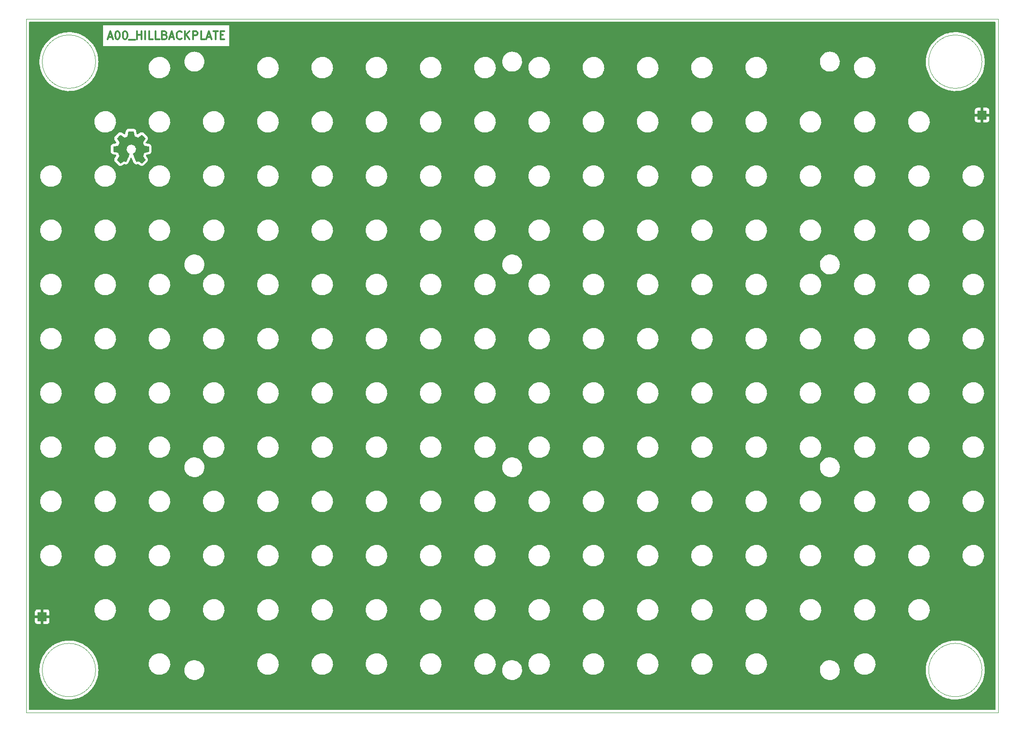
<source format=gbr>
%TF.GenerationSoftware,KiCad,Pcbnew,6.0.11-2627ca5db0~126~ubuntu20.04.1*%
%TF.CreationDate,2024-08-05T23:26:07-05:00*%
%TF.ProjectId,a00_hilbackplate,6130305f-6869-46c6-9261-636b706c6174,rev?*%
%TF.SameCoordinates,Original*%
%TF.FileFunction,Copper,L1,Top*%
%TF.FilePolarity,Positive*%
%FSLAX46Y46*%
G04 Gerber Fmt 4.6, Leading zero omitted, Abs format (unit mm)*
G04 Created by KiCad (PCBNEW 6.0.11-2627ca5db0~126~ubuntu20.04.1) date 2024-08-05 23:26:07*
%MOMM*%
%LPD*%
G01*
G04 APERTURE LIST*
%TA.AperFunction,Profile*%
%ADD10C,0.100000*%
%TD*%
%ADD11C,0.300000*%
%TA.AperFunction,NonConductor*%
%ADD12C,0.300000*%
%TD*%
%TA.AperFunction,EtchedComponent*%
%ADD13C,0.010000*%
%TD*%
%TA.AperFunction,ComponentPad*%
%ADD14R,1.700000X1.700000*%
%TD*%
G04 APERTURE END LIST*
D10*
X20000000Y-20000000D02*
X20000000Y-150000000D01*
X199000000Y-28000000D02*
G75*
G03*
X199000000Y-28000000I-5000000J0D01*
G01*
X33000000Y-28000000D02*
G75*
G03*
X33000000Y-28000000I-5000000J0D01*
G01*
X202000000Y-20000000D02*
X202000000Y-150000000D01*
X199000000Y-142000000D02*
G75*
G03*
X199000000Y-142000000I-5000000J0D01*
G01*
X20000000Y-20000000D02*
X202000000Y-20000000D01*
X20000000Y-150000000D02*
X202000000Y-150000000D01*
X33000000Y-142000000D02*
G75*
G03*
X33000000Y-142000000I-5000000J0D01*
G01*
D11*
D12*
X35370857Y-23364000D02*
X36085142Y-23364000D01*
X35228000Y-23792571D02*
X35728000Y-22292571D01*
X36228000Y-23792571D01*
X37013714Y-22292571D02*
X37156571Y-22292571D01*
X37299428Y-22364000D01*
X37370857Y-22435428D01*
X37442285Y-22578285D01*
X37513714Y-22864000D01*
X37513714Y-23221142D01*
X37442285Y-23506857D01*
X37370857Y-23649714D01*
X37299428Y-23721142D01*
X37156571Y-23792571D01*
X37013714Y-23792571D01*
X36870857Y-23721142D01*
X36799428Y-23649714D01*
X36728000Y-23506857D01*
X36656571Y-23221142D01*
X36656571Y-22864000D01*
X36728000Y-22578285D01*
X36799428Y-22435428D01*
X36870857Y-22364000D01*
X37013714Y-22292571D01*
X38442285Y-22292571D02*
X38585142Y-22292571D01*
X38728000Y-22364000D01*
X38799428Y-22435428D01*
X38870857Y-22578285D01*
X38942285Y-22864000D01*
X38942285Y-23221142D01*
X38870857Y-23506857D01*
X38799428Y-23649714D01*
X38728000Y-23721142D01*
X38585142Y-23792571D01*
X38442285Y-23792571D01*
X38299428Y-23721142D01*
X38228000Y-23649714D01*
X38156571Y-23506857D01*
X38085142Y-23221142D01*
X38085142Y-22864000D01*
X38156571Y-22578285D01*
X38228000Y-22435428D01*
X38299428Y-22364000D01*
X38442285Y-22292571D01*
X39228000Y-23935428D02*
X40370857Y-23935428D01*
X40728000Y-23792571D02*
X40728000Y-22292571D01*
X40728000Y-23006857D02*
X41585142Y-23006857D01*
X41585142Y-23792571D02*
X41585142Y-22292571D01*
X42299428Y-23792571D02*
X42299428Y-22292571D01*
X43728000Y-23792571D02*
X43013714Y-23792571D01*
X43013714Y-22292571D01*
X44942285Y-23792571D02*
X44228000Y-23792571D01*
X44228000Y-22292571D01*
X45942285Y-23006857D02*
X46156571Y-23078285D01*
X46228000Y-23149714D01*
X46299428Y-23292571D01*
X46299428Y-23506857D01*
X46228000Y-23649714D01*
X46156571Y-23721142D01*
X46013714Y-23792571D01*
X45442285Y-23792571D01*
X45442285Y-22292571D01*
X45942285Y-22292571D01*
X46085142Y-22364000D01*
X46156571Y-22435428D01*
X46228000Y-22578285D01*
X46228000Y-22721142D01*
X46156571Y-22864000D01*
X46085142Y-22935428D01*
X45942285Y-23006857D01*
X45442285Y-23006857D01*
X46870857Y-23364000D02*
X47585142Y-23364000D01*
X46728000Y-23792571D02*
X47228000Y-22292571D01*
X47728000Y-23792571D01*
X49085142Y-23649714D02*
X49013714Y-23721142D01*
X48799428Y-23792571D01*
X48656571Y-23792571D01*
X48442285Y-23721142D01*
X48299428Y-23578285D01*
X48228000Y-23435428D01*
X48156571Y-23149714D01*
X48156571Y-22935428D01*
X48228000Y-22649714D01*
X48299428Y-22506857D01*
X48442285Y-22364000D01*
X48656571Y-22292571D01*
X48799428Y-22292571D01*
X49013714Y-22364000D01*
X49085142Y-22435428D01*
X49728000Y-23792571D02*
X49728000Y-22292571D01*
X50585142Y-23792571D02*
X49942285Y-22935428D01*
X50585142Y-22292571D02*
X49728000Y-23149714D01*
X51228000Y-23792571D02*
X51228000Y-22292571D01*
X51799428Y-22292571D01*
X51942285Y-22364000D01*
X52013714Y-22435428D01*
X52085142Y-22578285D01*
X52085142Y-22792571D01*
X52013714Y-22935428D01*
X51942285Y-23006857D01*
X51799428Y-23078285D01*
X51228000Y-23078285D01*
X53442285Y-23792571D02*
X52728000Y-23792571D01*
X52728000Y-22292571D01*
X53870857Y-23364000D02*
X54585142Y-23364000D01*
X53728000Y-23792571D02*
X54228000Y-22292571D01*
X54728000Y-23792571D01*
X55013714Y-22292571D02*
X55870857Y-22292571D01*
X55442285Y-23792571D02*
X55442285Y-22292571D01*
X56370857Y-23006857D02*
X56870857Y-23006857D01*
X57085142Y-23792571D02*
X56370857Y-23792571D01*
X56370857Y-22292571D01*
X57085142Y-22292571D01*
%TO.C,REF\u002A\u002A*%
G36*
X40179814Y-41537931D02*
G01*
X40263635Y-41982555D01*
X40572920Y-42110053D01*
X40882206Y-42237551D01*
X41253246Y-41985246D01*
X41357157Y-41914996D01*
X41451087Y-41852272D01*
X41530652Y-41799938D01*
X41591470Y-41760857D01*
X41629157Y-41737893D01*
X41639421Y-41732942D01*
X41657910Y-41745676D01*
X41697420Y-41780882D01*
X41753522Y-41834062D01*
X41821787Y-41900718D01*
X41897786Y-41976354D01*
X41977092Y-42056472D01*
X42055275Y-42136574D01*
X42127907Y-42212164D01*
X42190559Y-42278745D01*
X42238803Y-42331818D01*
X42268210Y-42366887D01*
X42275241Y-42378623D01*
X42265123Y-42400260D01*
X42236759Y-42447662D01*
X42193129Y-42516193D01*
X42137218Y-42601215D01*
X42072006Y-42698093D01*
X42034219Y-42753350D01*
X41965343Y-42854248D01*
X41904140Y-42945299D01*
X41853578Y-43021970D01*
X41816628Y-43079728D01*
X41796258Y-43114043D01*
X41793197Y-43121254D01*
X41800136Y-43141748D01*
X41819051Y-43189513D01*
X41847087Y-43257832D01*
X41881391Y-43339989D01*
X41919109Y-43429270D01*
X41957387Y-43518958D01*
X41993370Y-43602338D01*
X42024206Y-43672694D01*
X42047039Y-43723310D01*
X42059017Y-43747471D01*
X42059724Y-43748422D01*
X42078531Y-43753036D01*
X42128618Y-43763328D01*
X42204793Y-43778287D01*
X42301865Y-43796901D01*
X42414643Y-43818159D01*
X42480442Y-43830418D01*
X42600950Y-43853362D01*
X42709797Y-43875195D01*
X42801476Y-43894722D01*
X42870481Y-43910748D01*
X42911304Y-43922079D01*
X42919511Y-43925674D01*
X42927548Y-43950006D01*
X42934033Y-44004959D01*
X42938970Y-44084108D01*
X42942364Y-44181026D01*
X42944218Y-44289287D01*
X42944538Y-44402465D01*
X42943327Y-44514135D01*
X42940590Y-44617868D01*
X42936331Y-44707241D01*
X42930555Y-44775826D01*
X42923267Y-44817197D01*
X42918895Y-44825810D01*
X42892764Y-44836133D01*
X42837393Y-44850892D01*
X42760107Y-44868352D01*
X42668230Y-44886780D01*
X42636158Y-44892741D01*
X42481524Y-44921066D01*
X42359375Y-44943876D01*
X42265673Y-44962080D01*
X42196384Y-44976583D01*
X42147471Y-44988292D01*
X42114897Y-44998115D01*
X42094628Y-45006956D01*
X42082626Y-45015724D01*
X42080947Y-45017457D01*
X42064184Y-45045371D01*
X42038614Y-45099695D01*
X42006788Y-45173777D01*
X41971260Y-45260965D01*
X41934583Y-45354608D01*
X41899311Y-45448052D01*
X41867996Y-45534647D01*
X41843193Y-45607740D01*
X41827454Y-45660678D01*
X41823332Y-45686811D01*
X41823676Y-45687726D01*
X41837641Y-45709086D01*
X41869322Y-45756084D01*
X41915391Y-45823827D01*
X41972518Y-45907423D01*
X42037373Y-46001982D01*
X42055843Y-46028854D01*
X42121699Y-46126275D01*
X42179650Y-46215163D01*
X42226538Y-46290412D01*
X42259207Y-46346920D01*
X42274500Y-46379581D01*
X42275241Y-46383593D01*
X42262392Y-46404684D01*
X42226888Y-46446464D01*
X42173293Y-46504445D01*
X42106171Y-46574135D01*
X42030087Y-46651045D01*
X41949604Y-46730683D01*
X41869287Y-46808561D01*
X41793699Y-46880186D01*
X41727405Y-46941070D01*
X41674969Y-46986721D01*
X41640955Y-47012650D01*
X41631545Y-47016883D01*
X41609643Y-47006912D01*
X41564800Y-46980020D01*
X41504321Y-46940736D01*
X41457789Y-46909117D01*
X41373475Y-46851098D01*
X41273626Y-46782784D01*
X41173473Y-46714579D01*
X41119627Y-46678075D01*
X40937371Y-46554800D01*
X40784381Y-46637520D01*
X40714682Y-46673759D01*
X40655414Y-46701926D01*
X40615311Y-46717991D01*
X40605103Y-46720226D01*
X40592829Y-46703722D01*
X40568613Y-46657082D01*
X40534263Y-46584609D01*
X40491588Y-46490606D01*
X40442394Y-46379374D01*
X40388490Y-46255215D01*
X40331684Y-46122432D01*
X40273782Y-45985327D01*
X40216593Y-45848202D01*
X40161924Y-45715358D01*
X40111584Y-45591098D01*
X40067380Y-45479725D01*
X40031119Y-45385539D01*
X40004609Y-45312844D01*
X39989658Y-45265941D01*
X39987254Y-45249833D01*
X40006311Y-45229286D01*
X40048036Y-45195933D01*
X40103706Y-45156702D01*
X40108378Y-45153599D01*
X40252264Y-45038423D01*
X40368283Y-44904053D01*
X40455430Y-44754784D01*
X40512699Y-44594913D01*
X40539086Y-44428737D01*
X40533585Y-44260552D01*
X40495190Y-44094655D01*
X40422895Y-43935342D01*
X40401626Y-43900487D01*
X40290996Y-43759737D01*
X40160302Y-43646714D01*
X40014064Y-43562003D01*
X39856808Y-43506194D01*
X39693057Y-43479874D01*
X39527333Y-43483630D01*
X39364162Y-43518050D01*
X39208065Y-43583723D01*
X39063567Y-43681235D01*
X39018869Y-43720813D01*
X38905112Y-43844703D01*
X38822218Y-43975124D01*
X38765356Y-44121315D01*
X38733687Y-44266088D01*
X38725869Y-44428860D01*
X38751938Y-44592440D01*
X38809245Y-44751298D01*
X38895144Y-44899906D01*
X39006986Y-45032735D01*
X39142123Y-45144256D01*
X39159883Y-45156011D01*
X39216150Y-45194508D01*
X39258923Y-45227863D01*
X39279372Y-45249160D01*
X39279669Y-45249833D01*
X39275279Y-45272871D01*
X39257876Y-45325157D01*
X39229268Y-45402390D01*
X39191265Y-45500268D01*
X39145674Y-45614491D01*
X39094303Y-45740758D01*
X39038962Y-45874767D01*
X38981458Y-46012218D01*
X38923601Y-46148808D01*
X38867198Y-46280237D01*
X38814058Y-46402205D01*
X38765990Y-46510409D01*
X38724801Y-46600549D01*
X38692301Y-46668323D01*
X38670297Y-46709430D01*
X38661436Y-46720226D01*
X38634360Y-46711819D01*
X38583697Y-46689272D01*
X38518183Y-46656613D01*
X38482159Y-46637520D01*
X38329168Y-46554800D01*
X38146912Y-46678075D01*
X38053875Y-46741228D01*
X37952015Y-46810727D01*
X37856562Y-46876165D01*
X37808750Y-46909117D01*
X37741505Y-46954273D01*
X37684564Y-46990057D01*
X37645354Y-47011938D01*
X37632619Y-47016563D01*
X37614083Y-47004085D01*
X37573059Y-46969252D01*
X37513525Y-46915678D01*
X37439458Y-46846983D01*
X37354835Y-46766781D01*
X37301315Y-46715286D01*
X37207681Y-46623286D01*
X37126759Y-46540999D01*
X37061823Y-46471945D01*
X37016142Y-46419644D01*
X36992989Y-46387616D01*
X36990768Y-46381116D01*
X37001076Y-46356394D01*
X37029561Y-46306405D01*
X37073063Y-46236212D01*
X37128423Y-46150875D01*
X37192480Y-46055456D01*
X37210697Y-46028854D01*
X37277073Y-45932167D01*
X37336622Y-45845117D01*
X37386016Y-45772595D01*
X37421925Y-45719493D01*
X37441019Y-45690703D01*
X37442864Y-45687726D01*
X37440105Y-45664782D01*
X37425462Y-45614336D01*
X37401487Y-45543041D01*
X37370734Y-45457547D01*
X37335756Y-45364507D01*
X37299107Y-45270574D01*
X37263339Y-45182399D01*
X37231006Y-45106634D01*
X37204662Y-45049931D01*
X37186858Y-45018943D01*
X37185593Y-45017457D01*
X37174706Y-45008601D01*
X37156318Y-44999843D01*
X37126394Y-44990277D01*
X37080897Y-44978996D01*
X37015791Y-44965093D01*
X36927039Y-44947663D01*
X36810607Y-44925798D01*
X36662458Y-44898591D01*
X36630382Y-44892741D01*
X36535314Y-44874374D01*
X36452435Y-44856405D01*
X36389070Y-44840569D01*
X36352542Y-44828600D01*
X36347644Y-44825810D01*
X36339573Y-44801072D01*
X36333013Y-44745790D01*
X36327967Y-44666389D01*
X36324441Y-44569296D01*
X36322439Y-44460938D01*
X36321964Y-44347740D01*
X36323023Y-44236128D01*
X36325618Y-44132529D01*
X36329754Y-44043368D01*
X36335437Y-43975072D01*
X36342669Y-43934066D01*
X36347029Y-43925674D01*
X36371302Y-43917208D01*
X36426574Y-43903435D01*
X36507338Y-43885550D01*
X36608088Y-43864748D01*
X36723317Y-43842223D01*
X36786098Y-43830418D01*
X36905213Y-43808151D01*
X37011435Y-43787979D01*
X37099573Y-43770915D01*
X37164434Y-43757969D01*
X37200826Y-43750155D01*
X37206816Y-43748422D01*
X37216939Y-43728890D01*
X37238338Y-43681843D01*
X37268161Y-43614003D01*
X37303555Y-43532091D01*
X37341668Y-43442828D01*
X37379647Y-43352935D01*
X37414640Y-43269135D01*
X37443794Y-43198147D01*
X37464257Y-43146694D01*
X37473177Y-43121497D01*
X37473343Y-43120396D01*
X37463231Y-43100519D01*
X37434883Y-43054777D01*
X37391277Y-42987717D01*
X37335394Y-42903884D01*
X37270213Y-42807826D01*
X37232321Y-42752650D01*
X37163275Y-42651481D01*
X37101950Y-42559630D01*
X37051337Y-42481744D01*
X37014429Y-42422469D01*
X36994218Y-42386451D01*
X36991299Y-42378377D01*
X37003847Y-42359584D01*
X37038537Y-42319457D01*
X37090937Y-42262493D01*
X37156616Y-42193185D01*
X37231144Y-42116031D01*
X37310087Y-42035525D01*
X37389017Y-41956163D01*
X37463500Y-41882440D01*
X37529106Y-41818852D01*
X37581404Y-41769894D01*
X37615961Y-41740061D01*
X37627522Y-41732942D01*
X37646346Y-41742953D01*
X37691369Y-41771078D01*
X37758213Y-41814454D01*
X37842501Y-41870218D01*
X37939856Y-41935506D01*
X38013293Y-41985246D01*
X38384333Y-42237551D01*
X39002905Y-41982555D01*
X39086725Y-41537931D01*
X39170546Y-41093307D01*
X40095994Y-41093307D01*
X40179814Y-41537931D01*
G37*
D13*
X40179814Y-41537931D02*
X40263635Y-41982555D01*
X40572920Y-42110053D01*
X40882206Y-42237551D01*
X41253246Y-41985246D01*
X41357157Y-41914996D01*
X41451087Y-41852272D01*
X41530652Y-41799938D01*
X41591470Y-41760857D01*
X41629157Y-41737893D01*
X41639421Y-41732942D01*
X41657910Y-41745676D01*
X41697420Y-41780882D01*
X41753522Y-41834062D01*
X41821787Y-41900718D01*
X41897786Y-41976354D01*
X41977092Y-42056472D01*
X42055275Y-42136574D01*
X42127907Y-42212164D01*
X42190559Y-42278745D01*
X42238803Y-42331818D01*
X42268210Y-42366887D01*
X42275241Y-42378623D01*
X42265123Y-42400260D01*
X42236759Y-42447662D01*
X42193129Y-42516193D01*
X42137218Y-42601215D01*
X42072006Y-42698093D01*
X42034219Y-42753350D01*
X41965343Y-42854248D01*
X41904140Y-42945299D01*
X41853578Y-43021970D01*
X41816628Y-43079728D01*
X41796258Y-43114043D01*
X41793197Y-43121254D01*
X41800136Y-43141748D01*
X41819051Y-43189513D01*
X41847087Y-43257832D01*
X41881391Y-43339989D01*
X41919109Y-43429270D01*
X41957387Y-43518958D01*
X41993370Y-43602338D01*
X42024206Y-43672694D01*
X42047039Y-43723310D01*
X42059017Y-43747471D01*
X42059724Y-43748422D01*
X42078531Y-43753036D01*
X42128618Y-43763328D01*
X42204793Y-43778287D01*
X42301865Y-43796901D01*
X42414643Y-43818159D01*
X42480442Y-43830418D01*
X42600950Y-43853362D01*
X42709797Y-43875195D01*
X42801476Y-43894722D01*
X42870481Y-43910748D01*
X42911304Y-43922079D01*
X42919511Y-43925674D01*
X42927548Y-43950006D01*
X42934033Y-44004959D01*
X42938970Y-44084108D01*
X42942364Y-44181026D01*
X42944218Y-44289287D01*
X42944538Y-44402465D01*
X42943327Y-44514135D01*
X42940590Y-44617868D01*
X42936331Y-44707241D01*
X42930555Y-44775826D01*
X42923267Y-44817197D01*
X42918895Y-44825810D01*
X42892764Y-44836133D01*
X42837393Y-44850892D01*
X42760107Y-44868352D01*
X42668230Y-44886780D01*
X42636158Y-44892741D01*
X42481524Y-44921066D01*
X42359375Y-44943876D01*
X42265673Y-44962080D01*
X42196384Y-44976583D01*
X42147471Y-44988292D01*
X42114897Y-44998115D01*
X42094628Y-45006956D01*
X42082626Y-45015724D01*
X42080947Y-45017457D01*
X42064184Y-45045371D01*
X42038614Y-45099695D01*
X42006788Y-45173777D01*
X41971260Y-45260965D01*
X41934583Y-45354608D01*
X41899311Y-45448052D01*
X41867996Y-45534647D01*
X41843193Y-45607740D01*
X41827454Y-45660678D01*
X41823332Y-45686811D01*
X41823676Y-45687726D01*
X41837641Y-45709086D01*
X41869322Y-45756084D01*
X41915391Y-45823827D01*
X41972518Y-45907423D01*
X42037373Y-46001982D01*
X42055843Y-46028854D01*
X42121699Y-46126275D01*
X42179650Y-46215163D01*
X42226538Y-46290412D01*
X42259207Y-46346920D01*
X42274500Y-46379581D01*
X42275241Y-46383593D01*
X42262392Y-46404684D01*
X42226888Y-46446464D01*
X42173293Y-46504445D01*
X42106171Y-46574135D01*
X42030087Y-46651045D01*
X41949604Y-46730683D01*
X41869287Y-46808561D01*
X41793699Y-46880186D01*
X41727405Y-46941070D01*
X41674969Y-46986721D01*
X41640955Y-47012650D01*
X41631545Y-47016883D01*
X41609643Y-47006912D01*
X41564800Y-46980020D01*
X41504321Y-46940736D01*
X41457789Y-46909117D01*
X41373475Y-46851098D01*
X41273626Y-46782784D01*
X41173473Y-46714579D01*
X41119627Y-46678075D01*
X40937371Y-46554800D01*
X40784381Y-46637520D01*
X40714682Y-46673759D01*
X40655414Y-46701926D01*
X40615311Y-46717991D01*
X40605103Y-46720226D01*
X40592829Y-46703722D01*
X40568613Y-46657082D01*
X40534263Y-46584609D01*
X40491588Y-46490606D01*
X40442394Y-46379374D01*
X40388490Y-46255215D01*
X40331684Y-46122432D01*
X40273782Y-45985327D01*
X40216593Y-45848202D01*
X40161924Y-45715358D01*
X40111584Y-45591098D01*
X40067380Y-45479725D01*
X40031119Y-45385539D01*
X40004609Y-45312844D01*
X39989658Y-45265941D01*
X39987254Y-45249833D01*
X40006311Y-45229286D01*
X40048036Y-45195933D01*
X40103706Y-45156702D01*
X40108378Y-45153599D01*
X40252264Y-45038423D01*
X40368283Y-44904053D01*
X40455430Y-44754784D01*
X40512699Y-44594913D01*
X40539086Y-44428737D01*
X40533585Y-44260552D01*
X40495190Y-44094655D01*
X40422895Y-43935342D01*
X40401626Y-43900487D01*
X40290996Y-43759737D01*
X40160302Y-43646714D01*
X40014064Y-43562003D01*
X39856808Y-43506194D01*
X39693057Y-43479874D01*
X39527333Y-43483630D01*
X39364162Y-43518050D01*
X39208065Y-43583723D01*
X39063567Y-43681235D01*
X39018869Y-43720813D01*
X38905112Y-43844703D01*
X38822218Y-43975124D01*
X38765356Y-44121315D01*
X38733687Y-44266088D01*
X38725869Y-44428860D01*
X38751938Y-44592440D01*
X38809245Y-44751298D01*
X38895144Y-44899906D01*
X39006986Y-45032735D01*
X39142123Y-45144256D01*
X39159883Y-45156011D01*
X39216150Y-45194508D01*
X39258923Y-45227863D01*
X39279372Y-45249160D01*
X39279669Y-45249833D01*
X39275279Y-45272871D01*
X39257876Y-45325157D01*
X39229268Y-45402390D01*
X39191265Y-45500268D01*
X39145674Y-45614491D01*
X39094303Y-45740758D01*
X39038962Y-45874767D01*
X38981458Y-46012218D01*
X38923601Y-46148808D01*
X38867198Y-46280237D01*
X38814058Y-46402205D01*
X38765990Y-46510409D01*
X38724801Y-46600549D01*
X38692301Y-46668323D01*
X38670297Y-46709430D01*
X38661436Y-46720226D01*
X38634360Y-46711819D01*
X38583697Y-46689272D01*
X38518183Y-46656613D01*
X38482159Y-46637520D01*
X38329168Y-46554800D01*
X38146912Y-46678075D01*
X38053875Y-46741228D01*
X37952015Y-46810727D01*
X37856562Y-46876165D01*
X37808750Y-46909117D01*
X37741505Y-46954273D01*
X37684564Y-46990057D01*
X37645354Y-47011938D01*
X37632619Y-47016563D01*
X37614083Y-47004085D01*
X37573059Y-46969252D01*
X37513525Y-46915678D01*
X37439458Y-46846983D01*
X37354835Y-46766781D01*
X37301315Y-46715286D01*
X37207681Y-46623286D01*
X37126759Y-46540999D01*
X37061823Y-46471945D01*
X37016142Y-46419644D01*
X36992989Y-46387616D01*
X36990768Y-46381116D01*
X37001076Y-46356394D01*
X37029561Y-46306405D01*
X37073063Y-46236212D01*
X37128423Y-46150875D01*
X37192480Y-46055456D01*
X37210697Y-46028854D01*
X37277073Y-45932167D01*
X37336622Y-45845117D01*
X37386016Y-45772595D01*
X37421925Y-45719493D01*
X37441019Y-45690703D01*
X37442864Y-45687726D01*
X37440105Y-45664782D01*
X37425462Y-45614336D01*
X37401487Y-45543041D01*
X37370734Y-45457547D01*
X37335756Y-45364507D01*
X37299107Y-45270574D01*
X37263339Y-45182399D01*
X37231006Y-45106634D01*
X37204662Y-45049931D01*
X37186858Y-45018943D01*
X37185593Y-45017457D01*
X37174706Y-45008601D01*
X37156318Y-44999843D01*
X37126394Y-44990277D01*
X37080897Y-44978996D01*
X37015791Y-44965093D01*
X36927039Y-44947663D01*
X36810607Y-44925798D01*
X36662458Y-44898591D01*
X36630382Y-44892741D01*
X36535314Y-44874374D01*
X36452435Y-44856405D01*
X36389070Y-44840569D01*
X36352542Y-44828600D01*
X36347644Y-44825810D01*
X36339573Y-44801072D01*
X36333013Y-44745790D01*
X36327967Y-44666389D01*
X36324441Y-44569296D01*
X36322439Y-44460938D01*
X36321964Y-44347740D01*
X36323023Y-44236128D01*
X36325618Y-44132529D01*
X36329754Y-44043368D01*
X36335437Y-43975072D01*
X36342669Y-43934066D01*
X36347029Y-43925674D01*
X36371302Y-43917208D01*
X36426574Y-43903435D01*
X36507338Y-43885550D01*
X36608088Y-43864748D01*
X36723317Y-43842223D01*
X36786098Y-43830418D01*
X36905213Y-43808151D01*
X37011435Y-43787979D01*
X37099573Y-43770915D01*
X37164434Y-43757969D01*
X37200826Y-43750155D01*
X37206816Y-43748422D01*
X37216939Y-43728890D01*
X37238338Y-43681843D01*
X37268161Y-43614003D01*
X37303555Y-43532091D01*
X37341668Y-43442828D01*
X37379647Y-43352935D01*
X37414640Y-43269135D01*
X37443794Y-43198147D01*
X37464257Y-43146694D01*
X37473177Y-43121497D01*
X37473343Y-43120396D01*
X37463231Y-43100519D01*
X37434883Y-43054777D01*
X37391277Y-42987717D01*
X37335394Y-42903884D01*
X37270213Y-42807826D01*
X37232321Y-42752650D01*
X37163275Y-42651481D01*
X37101950Y-42559630D01*
X37051337Y-42481744D01*
X37014429Y-42422469D01*
X36994218Y-42386451D01*
X36991299Y-42378377D01*
X37003847Y-42359584D01*
X37038537Y-42319457D01*
X37090937Y-42262493D01*
X37156616Y-42193185D01*
X37231144Y-42116031D01*
X37310087Y-42035525D01*
X37389017Y-41956163D01*
X37463500Y-41882440D01*
X37529106Y-41818852D01*
X37581404Y-41769894D01*
X37615961Y-41740061D01*
X37627522Y-41732942D01*
X37646346Y-41742953D01*
X37691369Y-41771078D01*
X37758213Y-41814454D01*
X37842501Y-41870218D01*
X37939856Y-41935506D01*
X38013293Y-41985246D01*
X38384333Y-42237551D01*
X39002905Y-41982555D01*
X39086725Y-41537931D01*
X39170546Y-41093307D01*
X40095994Y-41093307D01*
X40179814Y-41537931D01*
%TD*%
D14*
%TO.P,J1,1,Pin_1*%
%TO.N,Net-(J1-Pad1)*%
X199000000Y-38000000D03*
%TD*%
%TO.P,J2,1,Pin_1*%
%TO.N,Net-(J1-Pad1)*%
X23000000Y-132000000D03*
%TD*%
%TA.AperFunction,Conductor*%
%TO.N,Net-(J1-Pad1)*%
G36*
X201433621Y-20528502D02*
G01*
X201480114Y-20582158D01*
X201491500Y-20634500D01*
X201491500Y-149365500D01*
X201471498Y-149433621D01*
X201417842Y-149480114D01*
X201365500Y-149491500D01*
X20634500Y-149491500D01*
X20566379Y-149471498D01*
X20519886Y-149417842D01*
X20508500Y-149365500D01*
X20508500Y-142230880D01*
X22491368Y-142230880D01*
X22530007Y-142691021D01*
X22530449Y-142693634D01*
X22591652Y-143055482D01*
X22607015Y-143146314D01*
X22721850Y-143593568D01*
X22873707Y-144029643D01*
X23061522Y-144451482D01*
X23283977Y-144856125D01*
X23285429Y-144858311D01*
X23285433Y-144858317D01*
X23413924Y-145051711D01*
X23539511Y-145240735D01*
X23826332Y-145602614D01*
X24142429Y-145939222D01*
X24485583Y-146248200D01*
X24853389Y-146527380D01*
X24855620Y-146528796D01*
X24855626Y-146528800D01*
X25177538Y-146733091D01*
X25243266Y-146774803D01*
X25245593Y-146776019D01*
X25245599Y-146776023D01*
X25650142Y-146987513D01*
X25650147Y-146987515D01*
X25652480Y-146988735D01*
X26078159Y-147167674D01*
X26080667Y-147168489D01*
X26080670Y-147168490D01*
X26514804Y-147309549D01*
X26514808Y-147309550D01*
X26517319Y-147310366D01*
X26838502Y-147385699D01*
X26964303Y-147415205D01*
X26964307Y-147415206D01*
X26966879Y-147415809D01*
X26969496Y-147416196D01*
X26969499Y-147416196D01*
X27421064Y-147482878D01*
X27421068Y-147482878D01*
X27423686Y-147483265D01*
X27884535Y-147512259D01*
X27887167Y-147512204D01*
X27887174Y-147512204D01*
X28063193Y-147508516D01*
X28346194Y-147502588D01*
X28805424Y-147454321D01*
X29259005Y-147367796D01*
X29261534Y-147367090D01*
X29261542Y-147367088D01*
X29701221Y-147244328D01*
X29701232Y-147244324D01*
X29703755Y-147243620D01*
X29979857Y-147140938D01*
X30134082Y-147083583D01*
X30134088Y-147083580D01*
X30136555Y-147082663D01*
X30554368Y-146886055D01*
X30954264Y-146655175D01*
X31333438Y-146391642D01*
X31689230Y-146097305D01*
X32019145Y-145774229D01*
X32320869Y-145424678D01*
X32592285Y-145051107D01*
X32831489Y-144656133D01*
X33036804Y-144242529D01*
X33206789Y-143813196D01*
X33340252Y-143371144D01*
X33361913Y-143269240D01*
X33435711Y-142922047D01*
X33436258Y-142919474D01*
X33494131Y-142461355D01*
X33500257Y-142315209D01*
X33513357Y-142002648D01*
X33513468Y-142000000D01*
X33500443Y-141689231D01*
X33494242Y-141541291D01*
X33494242Y-141541289D01*
X33494131Y-141538645D01*
X33436258Y-141080526D01*
X33388599Y-140856309D01*
X33378699Y-140809733D01*
X42947822Y-140809733D01*
X42947975Y-140814121D01*
X42947975Y-140814127D01*
X42957370Y-141083146D01*
X42957625Y-141090458D01*
X42958387Y-141094781D01*
X42958388Y-141094788D01*
X42986455Y-141253961D01*
X43006402Y-141367087D01*
X43093203Y-141634235D01*
X43095131Y-141638188D01*
X43095133Y-141638193D01*
X43150313Y-141751328D01*
X43216340Y-141886702D01*
X43218795Y-141890341D01*
X43218798Y-141890347D01*
X43261171Y-141953167D01*
X43373415Y-142119576D01*
X43376360Y-142122847D01*
X43376361Y-142122848D01*
X43466128Y-142222544D01*
X43561371Y-142328322D01*
X43776550Y-142508879D01*
X44014764Y-142657731D01*
X44271375Y-142771982D01*
X44541390Y-142849407D01*
X44545740Y-142850018D01*
X44545743Y-142850019D01*
X44648690Y-142864487D01*
X44819552Y-142888500D01*
X45030146Y-142888500D01*
X45032332Y-142888347D01*
X45032336Y-142888347D01*
X45235827Y-142874118D01*
X45235832Y-142874117D01*
X45240212Y-142873811D01*
X45514970Y-142815409D01*
X45519099Y-142813906D01*
X45519103Y-142813905D01*
X45774781Y-142720846D01*
X45774785Y-142720844D01*
X45778926Y-142719337D01*
X46026942Y-142587464D01*
X46131896Y-142511211D01*
X46250629Y-142424947D01*
X46250632Y-142424944D01*
X46254192Y-142422358D01*
X46456252Y-142227231D01*
X46600753Y-142042277D01*
X49637009Y-142042277D01*
X49662625Y-142310769D01*
X49663710Y-142315203D01*
X49663711Y-142315209D01*
X49724329Y-142562934D01*
X49726731Y-142572750D01*
X49827985Y-142822733D01*
X49964265Y-143055482D01*
X49967118Y-143059049D01*
X50084686Y-143206060D01*
X50132716Y-143266119D01*
X50329809Y-143450234D01*
X50551416Y-143603968D01*
X50555499Y-143605999D01*
X50555502Y-143606001D01*
X50671013Y-143663466D01*
X50792894Y-143724101D01*
X50797228Y-143725522D01*
X50797231Y-143725523D01*
X51044853Y-143806698D01*
X51044859Y-143806699D01*
X51049186Y-143808118D01*
X51053677Y-143808898D01*
X51053678Y-143808898D01*
X51311140Y-143853601D01*
X51311148Y-143853602D01*
X51314921Y-143854257D01*
X51318758Y-143854448D01*
X51398578Y-143858422D01*
X51398586Y-143858422D01*
X51400149Y-143858500D01*
X51568512Y-143858500D01*
X51570780Y-143858335D01*
X51570792Y-143858335D01*
X51701884Y-143848823D01*
X51769004Y-143843953D01*
X51773459Y-143842969D01*
X51773462Y-143842969D01*
X52027912Y-143786791D01*
X52027916Y-143786790D01*
X52032372Y-143785806D01*
X52158480Y-143738028D01*
X52280318Y-143691868D01*
X52280321Y-143691867D01*
X52284588Y-143690250D01*
X52520368Y-143559286D01*
X52734773Y-143395657D01*
X52771494Y-143358094D01*
X52920117Y-143206060D01*
X52923312Y-143202792D01*
X53082034Y-142984730D01*
X53140391Y-142873811D01*
X53205490Y-142750079D01*
X53205493Y-142750073D01*
X53207615Y-142746039D01*
X53226122Y-142693634D01*
X53295902Y-142496033D01*
X53295902Y-142496032D01*
X53297425Y-142491720D01*
X53349581Y-142227100D01*
X53354934Y-142119576D01*
X53362764Y-141962292D01*
X53362764Y-141962286D01*
X53362991Y-141957723D01*
X53337375Y-141689231D01*
X53324887Y-141638193D01*
X53274355Y-141431688D01*
X53273269Y-141427250D01*
X53172015Y-141177267D01*
X53035735Y-140944518D01*
X52927945Y-140809733D01*
X63267822Y-140809733D01*
X63267975Y-140814121D01*
X63267975Y-140814127D01*
X63277370Y-141083146D01*
X63277625Y-141090458D01*
X63278387Y-141094781D01*
X63278388Y-141094788D01*
X63306455Y-141253961D01*
X63326402Y-141367087D01*
X63413203Y-141634235D01*
X63415131Y-141638188D01*
X63415133Y-141638193D01*
X63470313Y-141751328D01*
X63536340Y-141886702D01*
X63538795Y-141890341D01*
X63538798Y-141890347D01*
X63581171Y-141953167D01*
X63693415Y-142119576D01*
X63696360Y-142122847D01*
X63696361Y-142122848D01*
X63786128Y-142222544D01*
X63881371Y-142328322D01*
X64096550Y-142508879D01*
X64334764Y-142657731D01*
X64591375Y-142771982D01*
X64861390Y-142849407D01*
X64865740Y-142850018D01*
X64865743Y-142850019D01*
X64968690Y-142864487D01*
X65139552Y-142888500D01*
X65350146Y-142888500D01*
X65352332Y-142888347D01*
X65352336Y-142888347D01*
X65555827Y-142874118D01*
X65555832Y-142874117D01*
X65560212Y-142873811D01*
X65834970Y-142815409D01*
X65839099Y-142813906D01*
X65839103Y-142813905D01*
X66094781Y-142720846D01*
X66094785Y-142720844D01*
X66098926Y-142719337D01*
X66346942Y-142587464D01*
X66451896Y-142511211D01*
X66570629Y-142424947D01*
X66570632Y-142424944D01*
X66574192Y-142422358D01*
X66776252Y-142227231D01*
X66949188Y-142005882D01*
X66951384Y-142002078D01*
X66951389Y-142002071D01*
X67087435Y-141766431D01*
X67089636Y-141762619D01*
X67194862Y-141502176D01*
X67228544Y-141367087D01*
X67261753Y-141233893D01*
X67261754Y-141233888D01*
X67262817Y-141229624D01*
X67267876Y-141181497D01*
X67291719Y-140954636D01*
X67291719Y-140954633D01*
X67292178Y-140950267D01*
X67292025Y-140945873D01*
X67287271Y-140809733D01*
X73427822Y-140809733D01*
X73427975Y-140814121D01*
X73427975Y-140814127D01*
X73437370Y-141083146D01*
X73437625Y-141090458D01*
X73438387Y-141094781D01*
X73438388Y-141094788D01*
X73466455Y-141253961D01*
X73486402Y-141367087D01*
X73573203Y-141634235D01*
X73575131Y-141638188D01*
X73575133Y-141638193D01*
X73630313Y-141751328D01*
X73696340Y-141886702D01*
X73698795Y-141890341D01*
X73698798Y-141890347D01*
X73741171Y-141953167D01*
X73853415Y-142119576D01*
X73856360Y-142122847D01*
X73856361Y-142122848D01*
X73946128Y-142222544D01*
X74041371Y-142328322D01*
X74256550Y-142508879D01*
X74494764Y-142657731D01*
X74751375Y-142771982D01*
X75021390Y-142849407D01*
X75025740Y-142850018D01*
X75025743Y-142850019D01*
X75128690Y-142864487D01*
X75299552Y-142888500D01*
X75510146Y-142888500D01*
X75512332Y-142888347D01*
X75512336Y-142888347D01*
X75715827Y-142874118D01*
X75715832Y-142874117D01*
X75720212Y-142873811D01*
X75994970Y-142815409D01*
X75999099Y-142813906D01*
X75999103Y-142813905D01*
X76254781Y-142720846D01*
X76254785Y-142720844D01*
X76258926Y-142719337D01*
X76506942Y-142587464D01*
X76611896Y-142511211D01*
X76730629Y-142424947D01*
X76730632Y-142424944D01*
X76734192Y-142422358D01*
X76936252Y-142227231D01*
X77109188Y-142005882D01*
X77111384Y-142002078D01*
X77111389Y-142002071D01*
X77247435Y-141766431D01*
X77249636Y-141762619D01*
X77354862Y-141502176D01*
X77388544Y-141367087D01*
X77421753Y-141233893D01*
X77421754Y-141233888D01*
X77422817Y-141229624D01*
X77427876Y-141181497D01*
X77451719Y-140954636D01*
X77451719Y-140954633D01*
X77452178Y-140950267D01*
X77452025Y-140945873D01*
X77447271Y-140809733D01*
X83587822Y-140809733D01*
X83587975Y-140814121D01*
X83587975Y-140814127D01*
X83597370Y-141083146D01*
X83597625Y-141090458D01*
X83598387Y-141094781D01*
X83598388Y-141094788D01*
X83626455Y-141253961D01*
X83646402Y-141367087D01*
X83733203Y-141634235D01*
X83735131Y-141638188D01*
X83735133Y-141638193D01*
X83790313Y-141751328D01*
X83856340Y-141886702D01*
X83858795Y-141890341D01*
X83858798Y-141890347D01*
X83901171Y-141953167D01*
X84013415Y-142119576D01*
X84016360Y-142122847D01*
X84016361Y-142122848D01*
X84106128Y-142222544D01*
X84201371Y-142328322D01*
X84416550Y-142508879D01*
X84654764Y-142657731D01*
X84911375Y-142771982D01*
X85181390Y-142849407D01*
X85185740Y-142850018D01*
X85185743Y-142850019D01*
X85288690Y-142864487D01*
X85459552Y-142888500D01*
X85670146Y-142888500D01*
X85672332Y-142888347D01*
X85672336Y-142888347D01*
X85875827Y-142874118D01*
X85875832Y-142874117D01*
X85880212Y-142873811D01*
X86154970Y-142815409D01*
X86159099Y-142813906D01*
X86159103Y-142813905D01*
X86414781Y-142720846D01*
X86414785Y-142720844D01*
X86418926Y-142719337D01*
X86666942Y-142587464D01*
X86771896Y-142511211D01*
X86890629Y-142424947D01*
X86890632Y-142424944D01*
X86894192Y-142422358D01*
X87096252Y-142227231D01*
X87269188Y-142005882D01*
X87271384Y-142002078D01*
X87271389Y-142002071D01*
X87407435Y-141766431D01*
X87409636Y-141762619D01*
X87514862Y-141502176D01*
X87548544Y-141367087D01*
X87581753Y-141233893D01*
X87581754Y-141233888D01*
X87582817Y-141229624D01*
X87587876Y-141181497D01*
X87611719Y-140954636D01*
X87611719Y-140954633D01*
X87612178Y-140950267D01*
X87612025Y-140945873D01*
X87607271Y-140809733D01*
X93747822Y-140809733D01*
X93747975Y-140814121D01*
X93747975Y-140814127D01*
X93757370Y-141083146D01*
X93757625Y-141090458D01*
X93758387Y-141094781D01*
X93758388Y-141094788D01*
X93786455Y-141253961D01*
X93806402Y-141367087D01*
X93893203Y-141634235D01*
X93895131Y-141638188D01*
X93895133Y-141638193D01*
X93950313Y-141751328D01*
X94016340Y-141886702D01*
X94018795Y-141890341D01*
X94018798Y-141890347D01*
X94061171Y-141953167D01*
X94173415Y-142119576D01*
X94176360Y-142122847D01*
X94176361Y-142122848D01*
X94266128Y-142222544D01*
X94361371Y-142328322D01*
X94576550Y-142508879D01*
X94814764Y-142657731D01*
X95071375Y-142771982D01*
X95341390Y-142849407D01*
X95345740Y-142850018D01*
X95345743Y-142850019D01*
X95448690Y-142864487D01*
X95619552Y-142888500D01*
X95830146Y-142888500D01*
X95832332Y-142888347D01*
X95832336Y-142888347D01*
X96035827Y-142874118D01*
X96035832Y-142874117D01*
X96040212Y-142873811D01*
X96314970Y-142815409D01*
X96319099Y-142813906D01*
X96319103Y-142813905D01*
X96574781Y-142720846D01*
X96574785Y-142720844D01*
X96578926Y-142719337D01*
X96826942Y-142587464D01*
X96931896Y-142511211D01*
X97050629Y-142424947D01*
X97050632Y-142424944D01*
X97054192Y-142422358D01*
X97256252Y-142227231D01*
X97429188Y-142005882D01*
X97431384Y-142002078D01*
X97431389Y-142002071D01*
X97567435Y-141766431D01*
X97569636Y-141762619D01*
X97674862Y-141502176D01*
X97708544Y-141367087D01*
X97741753Y-141233893D01*
X97741754Y-141233888D01*
X97742817Y-141229624D01*
X97747876Y-141181497D01*
X97771719Y-140954636D01*
X97771719Y-140954633D01*
X97772178Y-140950267D01*
X97772025Y-140945873D01*
X97767271Y-140809733D01*
X103907822Y-140809733D01*
X103907975Y-140814121D01*
X103907975Y-140814127D01*
X103917370Y-141083146D01*
X103917625Y-141090458D01*
X103918387Y-141094781D01*
X103918388Y-141094788D01*
X103946455Y-141253961D01*
X103966402Y-141367087D01*
X104053203Y-141634235D01*
X104055131Y-141638188D01*
X104055133Y-141638193D01*
X104110313Y-141751328D01*
X104176340Y-141886702D01*
X104178795Y-141890341D01*
X104178798Y-141890347D01*
X104221171Y-141953167D01*
X104333415Y-142119576D01*
X104336360Y-142122847D01*
X104336361Y-142122848D01*
X104426128Y-142222544D01*
X104521371Y-142328322D01*
X104736550Y-142508879D01*
X104974764Y-142657731D01*
X105231375Y-142771982D01*
X105501390Y-142849407D01*
X105505740Y-142850018D01*
X105505743Y-142850019D01*
X105608690Y-142864487D01*
X105779552Y-142888500D01*
X105990146Y-142888500D01*
X105992332Y-142888347D01*
X105992336Y-142888347D01*
X106195827Y-142874118D01*
X106195832Y-142874117D01*
X106200212Y-142873811D01*
X106474970Y-142815409D01*
X106479099Y-142813906D01*
X106479103Y-142813905D01*
X106734781Y-142720846D01*
X106734785Y-142720844D01*
X106738926Y-142719337D01*
X106986942Y-142587464D01*
X107091896Y-142511211D01*
X107210629Y-142424947D01*
X107210632Y-142424944D01*
X107214192Y-142422358D01*
X107416252Y-142227231D01*
X107560753Y-142042277D01*
X109137009Y-142042277D01*
X109162625Y-142310769D01*
X109163710Y-142315203D01*
X109163711Y-142315209D01*
X109224329Y-142562934D01*
X109226731Y-142572750D01*
X109327985Y-142822733D01*
X109464265Y-143055482D01*
X109467118Y-143059049D01*
X109584686Y-143206060D01*
X109632716Y-143266119D01*
X109829809Y-143450234D01*
X110051416Y-143603968D01*
X110055499Y-143605999D01*
X110055502Y-143606001D01*
X110171013Y-143663466D01*
X110292894Y-143724101D01*
X110297228Y-143725522D01*
X110297231Y-143725523D01*
X110544853Y-143806698D01*
X110544859Y-143806699D01*
X110549186Y-143808118D01*
X110553677Y-143808898D01*
X110553678Y-143808898D01*
X110811140Y-143853601D01*
X110811148Y-143853602D01*
X110814921Y-143854257D01*
X110818758Y-143854448D01*
X110898578Y-143858422D01*
X110898586Y-143858422D01*
X110900149Y-143858500D01*
X111068512Y-143858500D01*
X111070780Y-143858335D01*
X111070792Y-143858335D01*
X111201884Y-143848823D01*
X111269004Y-143843953D01*
X111273459Y-143842969D01*
X111273462Y-143842969D01*
X111527912Y-143786791D01*
X111527916Y-143786790D01*
X111532372Y-143785806D01*
X111658480Y-143738028D01*
X111780318Y-143691868D01*
X111780321Y-143691867D01*
X111784588Y-143690250D01*
X112020368Y-143559286D01*
X112234773Y-143395657D01*
X112271494Y-143358094D01*
X112420117Y-143206060D01*
X112423312Y-143202792D01*
X112582034Y-142984730D01*
X112640391Y-142873811D01*
X112705490Y-142750079D01*
X112705493Y-142750073D01*
X112707615Y-142746039D01*
X112726122Y-142693634D01*
X112795902Y-142496033D01*
X112795902Y-142496032D01*
X112797425Y-142491720D01*
X112849581Y-142227100D01*
X112854934Y-142119576D01*
X112862764Y-141962292D01*
X112862764Y-141962286D01*
X112862991Y-141957723D01*
X112837375Y-141689231D01*
X112824887Y-141638193D01*
X112774355Y-141431688D01*
X112773269Y-141427250D01*
X112672015Y-141177267D01*
X112535735Y-140944518D01*
X112427945Y-140809733D01*
X114067822Y-140809733D01*
X114067975Y-140814121D01*
X114067975Y-140814127D01*
X114077370Y-141083146D01*
X114077625Y-141090458D01*
X114078387Y-141094781D01*
X114078388Y-141094788D01*
X114106455Y-141253961D01*
X114126402Y-141367087D01*
X114213203Y-141634235D01*
X114215131Y-141638188D01*
X114215133Y-141638193D01*
X114270313Y-141751328D01*
X114336340Y-141886702D01*
X114338795Y-141890341D01*
X114338798Y-141890347D01*
X114381171Y-141953167D01*
X114493415Y-142119576D01*
X114496360Y-142122847D01*
X114496361Y-142122848D01*
X114586128Y-142222544D01*
X114681371Y-142328322D01*
X114896550Y-142508879D01*
X115134764Y-142657731D01*
X115391375Y-142771982D01*
X115661390Y-142849407D01*
X115665740Y-142850018D01*
X115665743Y-142850019D01*
X115768690Y-142864487D01*
X115939552Y-142888500D01*
X116150146Y-142888500D01*
X116152332Y-142888347D01*
X116152336Y-142888347D01*
X116355827Y-142874118D01*
X116355832Y-142874117D01*
X116360212Y-142873811D01*
X116634970Y-142815409D01*
X116639099Y-142813906D01*
X116639103Y-142813905D01*
X116894781Y-142720846D01*
X116894785Y-142720844D01*
X116898926Y-142719337D01*
X117146942Y-142587464D01*
X117251896Y-142511211D01*
X117370629Y-142424947D01*
X117370632Y-142424944D01*
X117374192Y-142422358D01*
X117576252Y-142227231D01*
X117749188Y-142005882D01*
X117751384Y-142002078D01*
X117751389Y-142002071D01*
X117887435Y-141766431D01*
X117889636Y-141762619D01*
X117994862Y-141502176D01*
X118028544Y-141367087D01*
X118061753Y-141233893D01*
X118061754Y-141233888D01*
X118062817Y-141229624D01*
X118067876Y-141181497D01*
X118091719Y-140954636D01*
X118091719Y-140954633D01*
X118092178Y-140950267D01*
X118092025Y-140945873D01*
X118087271Y-140809733D01*
X124227822Y-140809733D01*
X124227975Y-140814121D01*
X124227975Y-140814127D01*
X124237370Y-141083146D01*
X124237625Y-141090458D01*
X124238387Y-141094781D01*
X124238388Y-141094788D01*
X124266455Y-141253961D01*
X124286402Y-141367087D01*
X124373203Y-141634235D01*
X124375131Y-141638188D01*
X124375133Y-141638193D01*
X124430313Y-141751328D01*
X124496340Y-141886702D01*
X124498795Y-141890341D01*
X124498798Y-141890347D01*
X124541171Y-141953167D01*
X124653415Y-142119576D01*
X124656360Y-142122847D01*
X124656361Y-142122848D01*
X124746128Y-142222544D01*
X124841371Y-142328322D01*
X125056550Y-142508879D01*
X125294764Y-142657731D01*
X125551375Y-142771982D01*
X125821390Y-142849407D01*
X125825740Y-142850018D01*
X125825743Y-142850019D01*
X125928690Y-142864487D01*
X126099552Y-142888500D01*
X126310146Y-142888500D01*
X126312332Y-142888347D01*
X126312336Y-142888347D01*
X126515827Y-142874118D01*
X126515832Y-142874117D01*
X126520212Y-142873811D01*
X126794970Y-142815409D01*
X126799099Y-142813906D01*
X126799103Y-142813905D01*
X127054781Y-142720846D01*
X127054785Y-142720844D01*
X127058926Y-142719337D01*
X127306942Y-142587464D01*
X127411896Y-142511211D01*
X127530629Y-142424947D01*
X127530632Y-142424944D01*
X127534192Y-142422358D01*
X127736252Y-142227231D01*
X127909188Y-142005882D01*
X127911384Y-142002078D01*
X127911389Y-142002071D01*
X128047435Y-141766431D01*
X128049636Y-141762619D01*
X128154862Y-141502176D01*
X128188544Y-141367087D01*
X128221753Y-141233893D01*
X128221754Y-141233888D01*
X128222817Y-141229624D01*
X128227876Y-141181497D01*
X128251719Y-140954636D01*
X128251719Y-140954633D01*
X128252178Y-140950267D01*
X128252025Y-140945873D01*
X128247271Y-140809733D01*
X134387822Y-140809733D01*
X134387975Y-140814121D01*
X134387975Y-140814127D01*
X134397370Y-141083146D01*
X134397625Y-141090458D01*
X134398387Y-141094781D01*
X134398388Y-141094788D01*
X134426455Y-141253961D01*
X134446402Y-141367087D01*
X134533203Y-141634235D01*
X134535131Y-141638188D01*
X134535133Y-141638193D01*
X134590313Y-141751328D01*
X134656340Y-141886702D01*
X134658795Y-141890341D01*
X134658798Y-141890347D01*
X134701171Y-141953167D01*
X134813415Y-142119576D01*
X134816360Y-142122847D01*
X134816361Y-142122848D01*
X134906128Y-142222544D01*
X135001371Y-142328322D01*
X135216550Y-142508879D01*
X135454764Y-142657731D01*
X135711375Y-142771982D01*
X135981390Y-142849407D01*
X135985740Y-142850018D01*
X135985743Y-142850019D01*
X136088690Y-142864487D01*
X136259552Y-142888500D01*
X136470146Y-142888500D01*
X136472332Y-142888347D01*
X136472336Y-142888347D01*
X136675827Y-142874118D01*
X136675832Y-142874117D01*
X136680212Y-142873811D01*
X136954970Y-142815409D01*
X136959099Y-142813906D01*
X136959103Y-142813905D01*
X137214781Y-142720846D01*
X137214785Y-142720844D01*
X137218926Y-142719337D01*
X137466942Y-142587464D01*
X137571896Y-142511211D01*
X137690629Y-142424947D01*
X137690632Y-142424944D01*
X137694192Y-142422358D01*
X137896252Y-142227231D01*
X138069188Y-142005882D01*
X138071384Y-142002078D01*
X138071389Y-142002071D01*
X138207435Y-141766431D01*
X138209636Y-141762619D01*
X138314862Y-141502176D01*
X138348544Y-141367087D01*
X138381753Y-141233893D01*
X138381754Y-141233888D01*
X138382817Y-141229624D01*
X138387876Y-141181497D01*
X138411719Y-140954636D01*
X138411719Y-140954633D01*
X138412178Y-140950267D01*
X138412025Y-140945873D01*
X138407271Y-140809733D01*
X144547822Y-140809733D01*
X144547975Y-140814121D01*
X144547975Y-140814127D01*
X144557370Y-141083146D01*
X144557625Y-141090458D01*
X144558387Y-141094781D01*
X144558388Y-141094788D01*
X144586455Y-141253961D01*
X144606402Y-141367087D01*
X144693203Y-141634235D01*
X144695131Y-141638188D01*
X144695133Y-141638193D01*
X144750313Y-141751328D01*
X144816340Y-141886702D01*
X144818795Y-141890341D01*
X144818798Y-141890347D01*
X144861171Y-141953167D01*
X144973415Y-142119576D01*
X144976360Y-142122847D01*
X144976361Y-142122848D01*
X145066128Y-142222544D01*
X145161371Y-142328322D01*
X145376550Y-142508879D01*
X145614764Y-142657731D01*
X145871375Y-142771982D01*
X146141390Y-142849407D01*
X146145740Y-142850018D01*
X146145743Y-142850019D01*
X146248690Y-142864487D01*
X146419552Y-142888500D01*
X146630146Y-142888500D01*
X146632332Y-142888347D01*
X146632336Y-142888347D01*
X146835827Y-142874118D01*
X146835832Y-142874117D01*
X146840212Y-142873811D01*
X147114970Y-142815409D01*
X147119099Y-142813906D01*
X147119103Y-142813905D01*
X147374781Y-142720846D01*
X147374785Y-142720844D01*
X147378926Y-142719337D01*
X147626942Y-142587464D01*
X147731896Y-142511211D01*
X147850629Y-142424947D01*
X147850632Y-142424944D01*
X147854192Y-142422358D01*
X148056252Y-142227231D01*
X148229188Y-142005882D01*
X148231384Y-142002078D01*
X148231389Y-142002071D01*
X148367435Y-141766431D01*
X148369636Y-141762619D01*
X148474862Y-141502176D01*
X148508544Y-141367087D01*
X148541753Y-141233893D01*
X148541754Y-141233888D01*
X148542817Y-141229624D01*
X148547876Y-141181497D01*
X148571719Y-140954636D01*
X148571719Y-140954633D01*
X148572178Y-140950267D01*
X148572025Y-140945873D01*
X148567271Y-140809733D01*
X154707822Y-140809733D01*
X154707975Y-140814121D01*
X154707975Y-140814127D01*
X154717370Y-141083146D01*
X154717625Y-141090458D01*
X154718387Y-141094781D01*
X154718388Y-141094788D01*
X154746455Y-141253961D01*
X154766402Y-141367087D01*
X154853203Y-141634235D01*
X154855131Y-141638188D01*
X154855133Y-141638193D01*
X154910313Y-141751328D01*
X154976340Y-141886702D01*
X154978795Y-141890341D01*
X154978798Y-141890347D01*
X155021171Y-141953167D01*
X155133415Y-142119576D01*
X155136360Y-142122847D01*
X155136361Y-142122848D01*
X155226128Y-142222544D01*
X155321371Y-142328322D01*
X155536550Y-142508879D01*
X155774764Y-142657731D01*
X156031375Y-142771982D01*
X156301390Y-142849407D01*
X156305740Y-142850018D01*
X156305743Y-142850019D01*
X156408690Y-142864487D01*
X156579552Y-142888500D01*
X156790146Y-142888500D01*
X156792332Y-142888347D01*
X156792336Y-142888347D01*
X156995827Y-142874118D01*
X156995832Y-142874117D01*
X157000212Y-142873811D01*
X157274970Y-142815409D01*
X157279099Y-142813906D01*
X157279103Y-142813905D01*
X157534781Y-142720846D01*
X157534785Y-142720844D01*
X157538926Y-142719337D01*
X157786942Y-142587464D01*
X157891896Y-142511211D01*
X158010629Y-142424947D01*
X158010632Y-142424944D01*
X158014192Y-142422358D01*
X158216252Y-142227231D01*
X158360753Y-142042277D01*
X168637009Y-142042277D01*
X168662625Y-142310769D01*
X168663710Y-142315203D01*
X168663711Y-142315209D01*
X168724329Y-142562934D01*
X168726731Y-142572750D01*
X168827985Y-142822733D01*
X168964265Y-143055482D01*
X168967118Y-143059049D01*
X169084686Y-143206060D01*
X169132716Y-143266119D01*
X169329809Y-143450234D01*
X169551416Y-143603968D01*
X169555499Y-143605999D01*
X169555502Y-143606001D01*
X169671013Y-143663466D01*
X169792894Y-143724101D01*
X169797228Y-143725522D01*
X169797231Y-143725523D01*
X170044853Y-143806698D01*
X170044859Y-143806699D01*
X170049186Y-143808118D01*
X170053677Y-143808898D01*
X170053678Y-143808898D01*
X170311140Y-143853601D01*
X170311148Y-143853602D01*
X170314921Y-143854257D01*
X170318758Y-143854448D01*
X170398578Y-143858422D01*
X170398586Y-143858422D01*
X170400149Y-143858500D01*
X170568512Y-143858500D01*
X170570780Y-143858335D01*
X170570792Y-143858335D01*
X170701884Y-143848823D01*
X170769004Y-143843953D01*
X170773459Y-143842969D01*
X170773462Y-143842969D01*
X171027912Y-143786791D01*
X171027916Y-143786790D01*
X171032372Y-143785806D01*
X171158480Y-143738028D01*
X171280318Y-143691868D01*
X171280321Y-143691867D01*
X171284588Y-143690250D01*
X171520368Y-143559286D01*
X171734773Y-143395657D01*
X171771494Y-143358094D01*
X171920117Y-143206060D01*
X171923312Y-143202792D01*
X172082034Y-142984730D01*
X172140391Y-142873811D01*
X172205490Y-142750079D01*
X172205493Y-142750073D01*
X172207615Y-142746039D01*
X172226122Y-142693634D01*
X172295902Y-142496033D01*
X172295902Y-142496032D01*
X172297425Y-142491720D01*
X172349581Y-142227100D01*
X172354934Y-142119576D01*
X172362764Y-141962292D01*
X172362764Y-141962286D01*
X172362991Y-141957723D01*
X172337375Y-141689231D01*
X172324887Y-141638193D01*
X172274355Y-141431688D01*
X172273269Y-141427250D01*
X172172015Y-141177267D01*
X172035735Y-140944518D01*
X171927945Y-140809733D01*
X175027822Y-140809733D01*
X175027975Y-140814121D01*
X175027975Y-140814127D01*
X175037370Y-141083146D01*
X175037625Y-141090458D01*
X175038387Y-141094781D01*
X175038388Y-141094788D01*
X175066455Y-141253961D01*
X175086402Y-141367087D01*
X175173203Y-141634235D01*
X175175131Y-141638188D01*
X175175133Y-141638193D01*
X175230313Y-141751328D01*
X175296340Y-141886702D01*
X175298795Y-141890341D01*
X175298798Y-141890347D01*
X175341171Y-141953167D01*
X175453415Y-142119576D01*
X175456360Y-142122847D01*
X175456361Y-142122848D01*
X175546128Y-142222544D01*
X175641371Y-142328322D01*
X175856550Y-142508879D01*
X176094764Y-142657731D01*
X176351375Y-142771982D01*
X176621390Y-142849407D01*
X176625740Y-142850018D01*
X176625743Y-142850019D01*
X176728690Y-142864487D01*
X176899552Y-142888500D01*
X177110146Y-142888500D01*
X177112332Y-142888347D01*
X177112336Y-142888347D01*
X177315827Y-142874118D01*
X177315832Y-142874117D01*
X177320212Y-142873811D01*
X177594970Y-142815409D01*
X177599099Y-142813906D01*
X177599103Y-142813905D01*
X177854781Y-142720846D01*
X177854785Y-142720844D01*
X177858926Y-142719337D01*
X178106942Y-142587464D01*
X178211896Y-142511211D01*
X178330629Y-142424947D01*
X178330632Y-142424944D01*
X178334192Y-142422358D01*
X178532473Y-142230880D01*
X188491368Y-142230880D01*
X188530007Y-142691021D01*
X188530449Y-142693634D01*
X188591652Y-143055482D01*
X188607015Y-143146314D01*
X188721850Y-143593568D01*
X188873707Y-144029643D01*
X189061522Y-144451482D01*
X189283977Y-144856125D01*
X189285429Y-144858311D01*
X189285433Y-144858317D01*
X189413924Y-145051711D01*
X189539511Y-145240735D01*
X189826332Y-145602614D01*
X190142429Y-145939222D01*
X190485583Y-146248200D01*
X190853389Y-146527380D01*
X190855620Y-146528796D01*
X190855626Y-146528800D01*
X191177538Y-146733091D01*
X191243266Y-146774803D01*
X191245593Y-146776019D01*
X191245599Y-146776023D01*
X191650142Y-146987513D01*
X191650147Y-146987515D01*
X191652480Y-146988735D01*
X192078159Y-147167674D01*
X192080667Y-147168489D01*
X192080670Y-147168490D01*
X192514804Y-147309549D01*
X192514808Y-147309550D01*
X192517319Y-147310366D01*
X192838502Y-147385699D01*
X192964303Y-147415205D01*
X192964307Y-147415206D01*
X192966879Y-147415809D01*
X192969496Y-147416196D01*
X192969499Y-147416196D01*
X193421064Y-147482878D01*
X193421068Y-147482878D01*
X193423686Y-147483265D01*
X193884535Y-147512259D01*
X193887167Y-147512204D01*
X193887174Y-147512204D01*
X194063193Y-147508516D01*
X194346194Y-147502588D01*
X194805424Y-147454321D01*
X195259005Y-147367796D01*
X195261534Y-147367090D01*
X195261542Y-147367088D01*
X195701221Y-147244328D01*
X195701232Y-147244324D01*
X195703755Y-147243620D01*
X195979857Y-147140938D01*
X196134082Y-147083583D01*
X196134088Y-147083580D01*
X196136555Y-147082663D01*
X196554368Y-146886055D01*
X196954264Y-146655175D01*
X197333438Y-146391642D01*
X197689230Y-146097305D01*
X198019145Y-145774229D01*
X198320869Y-145424678D01*
X198592285Y-145051107D01*
X198831489Y-144656133D01*
X199036804Y-144242529D01*
X199206789Y-143813196D01*
X199340252Y-143371144D01*
X199361913Y-143269240D01*
X199435711Y-142922047D01*
X199436258Y-142919474D01*
X199494131Y-142461355D01*
X199500257Y-142315209D01*
X199513357Y-142002648D01*
X199513468Y-142000000D01*
X199500443Y-141689231D01*
X199494242Y-141541291D01*
X199494242Y-141541289D01*
X199494131Y-141538645D01*
X199436258Y-141080526D01*
X199388599Y-140856309D01*
X199340798Y-140631423D01*
X199340796Y-140631415D01*
X199340252Y-140628856D01*
X199206789Y-140186804D01*
X199036804Y-139757471D01*
X198831489Y-139343867D01*
X198685173Y-139102269D01*
X198593651Y-138951148D01*
X198593647Y-138951142D01*
X198592285Y-138948893D01*
X198320869Y-138575322D01*
X198019145Y-138225771D01*
X197689230Y-137902695D01*
X197333438Y-137608358D01*
X196954264Y-137344825D01*
X196554368Y-137113945D01*
X196136555Y-136917337D01*
X196134088Y-136916420D01*
X196134082Y-136916417D01*
X195905773Y-136831510D01*
X195703755Y-136756380D01*
X195701232Y-136755676D01*
X195701221Y-136755672D01*
X195261542Y-136632912D01*
X195261534Y-136632910D01*
X195259005Y-136632204D01*
X194805424Y-136545679D01*
X194346194Y-136497412D01*
X194063193Y-136491484D01*
X193887174Y-136487796D01*
X193887167Y-136487796D01*
X193884535Y-136487741D01*
X193423686Y-136516735D01*
X193421068Y-136517122D01*
X193421064Y-136517122D01*
X192969499Y-136583804D01*
X192969496Y-136583804D01*
X192966879Y-136584191D01*
X192964307Y-136584794D01*
X192964303Y-136584795D01*
X192838502Y-136614301D01*
X192517319Y-136689634D01*
X192514808Y-136690450D01*
X192514804Y-136690451D01*
X192314075Y-136755672D01*
X192078159Y-136832326D01*
X191652480Y-137011265D01*
X191650147Y-137012485D01*
X191650142Y-137012487D01*
X191245599Y-137223977D01*
X191245593Y-137223981D01*
X191243266Y-137225197D01*
X191241038Y-137226611D01*
X190855626Y-137471200D01*
X190855620Y-137471204D01*
X190853389Y-137472620D01*
X190485583Y-137751800D01*
X190142429Y-138060778D01*
X189826332Y-138397386D01*
X189539511Y-138759265D01*
X189538048Y-138761467D01*
X189351176Y-139042733D01*
X189283977Y-139143875D01*
X189061522Y-139548518D01*
X188873707Y-139970357D01*
X188721850Y-140406432D01*
X188721195Y-140408983D01*
X188721192Y-140408993D01*
X188688904Y-140534749D01*
X188607015Y-140853686D01*
X188606573Y-140856301D01*
X188606571Y-140856309D01*
X188566235Y-141094788D01*
X188530007Y-141308979D01*
X188510499Y-141541291D01*
X188492257Y-141758539D01*
X188491368Y-141769120D01*
X188491368Y-142230880D01*
X178532473Y-142230880D01*
X178536252Y-142227231D01*
X178709188Y-142005882D01*
X178711384Y-142002078D01*
X178711389Y-142002071D01*
X178847435Y-141766431D01*
X178849636Y-141762619D01*
X178954862Y-141502176D01*
X178988544Y-141367087D01*
X179021753Y-141233893D01*
X179021754Y-141233888D01*
X179022817Y-141229624D01*
X179027876Y-141181497D01*
X179051719Y-140954636D01*
X179051719Y-140954633D01*
X179052178Y-140950267D01*
X179052025Y-140945873D01*
X179042529Y-140673939D01*
X179042528Y-140673933D01*
X179042375Y-140669542D01*
X179018608Y-140534749D01*
X179002515Y-140443486D01*
X178993598Y-140392913D01*
X178906797Y-140125765D01*
X178783660Y-139873298D01*
X178781205Y-139869659D01*
X178781202Y-139869653D01*
X178700935Y-139750653D01*
X178626585Y-139640424D01*
X178438629Y-139431678D01*
X178223450Y-139251121D01*
X177985236Y-139102269D01*
X177728625Y-138988018D01*
X177458610Y-138910593D01*
X177454260Y-138909982D01*
X177454257Y-138909981D01*
X177351310Y-138895513D01*
X177180448Y-138871500D01*
X176969854Y-138871500D01*
X176967668Y-138871653D01*
X176967664Y-138871653D01*
X176764173Y-138885882D01*
X176764168Y-138885883D01*
X176759788Y-138886189D01*
X176485030Y-138944591D01*
X176480901Y-138946094D01*
X176480897Y-138946095D01*
X176225219Y-139039154D01*
X176225215Y-139039156D01*
X176221074Y-139040663D01*
X175973058Y-139172536D01*
X175969499Y-139175122D01*
X175969497Y-139175123D01*
X175749914Y-139334659D01*
X175745808Y-139337642D01*
X175742644Y-139340698D01*
X175742641Y-139340700D01*
X175653865Y-139426431D01*
X175543748Y-139532769D01*
X175370812Y-139754118D01*
X175368616Y-139757922D01*
X175368611Y-139757929D01*
X175254794Y-139955067D01*
X175230364Y-139997381D01*
X175125138Y-140257824D01*
X175124073Y-140262097D01*
X175124072Y-140262099D01*
X175088434Y-140405037D01*
X175057183Y-140530376D01*
X175056724Y-140534744D01*
X175056723Y-140534749D01*
X175043011Y-140665212D01*
X175027822Y-140809733D01*
X171927945Y-140809733D01*
X171917928Y-140797208D01*
X171870136Y-140737447D01*
X171870135Y-140737445D01*
X171867284Y-140733881D01*
X171670191Y-140549766D01*
X171448584Y-140396032D01*
X171444501Y-140394001D01*
X171444498Y-140393999D01*
X171279606Y-140311967D01*
X171207106Y-140275899D01*
X171202772Y-140274478D01*
X171202769Y-140274477D01*
X170955147Y-140193302D01*
X170955141Y-140193301D01*
X170950814Y-140191882D01*
X170946322Y-140191102D01*
X170688860Y-140146399D01*
X170688852Y-140146398D01*
X170685079Y-140145743D01*
X170673817Y-140145182D01*
X170601422Y-140141578D01*
X170601414Y-140141578D01*
X170599851Y-140141500D01*
X170431488Y-140141500D01*
X170429220Y-140141665D01*
X170429208Y-140141665D01*
X170298116Y-140151177D01*
X170230996Y-140156047D01*
X170226541Y-140157031D01*
X170226538Y-140157031D01*
X169972088Y-140213209D01*
X169972084Y-140213210D01*
X169967628Y-140214194D01*
X169841520Y-140261972D01*
X169719682Y-140308132D01*
X169719679Y-140308133D01*
X169715412Y-140309750D01*
X169479632Y-140440714D01*
X169265227Y-140604343D01*
X169076688Y-140797208D01*
X168917966Y-141015270D01*
X168915844Y-141019304D01*
X168794510Y-141249921D01*
X168794507Y-141249927D01*
X168792385Y-141253961D01*
X168790865Y-141258266D01*
X168790863Y-141258270D01*
X168704098Y-141503967D01*
X168702575Y-141508280D01*
X168701692Y-141512762D01*
X168653250Y-141758539D01*
X168650419Y-141772900D01*
X168650192Y-141777453D01*
X168650192Y-141777456D01*
X168638821Y-142005882D01*
X168637009Y-142042277D01*
X158360753Y-142042277D01*
X158389188Y-142005882D01*
X158391384Y-142002078D01*
X158391389Y-142002071D01*
X158527435Y-141766431D01*
X158529636Y-141762619D01*
X158634862Y-141502176D01*
X158668544Y-141367087D01*
X158701753Y-141233893D01*
X158701754Y-141233888D01*
X158702817Y-141229624D01*
X158707876Y-141181497D01*
X158731719Y-140954636D01*
X158731719Y-140954633D01*
X158732178Y-140950267D01*
X158732025Y-140945873D01*
X158722529Y-140673939D01*
X158722528Y-140673933D01*
X158722375Y-140669542D01*
X158698608Y-140534749D01*
X158682515Y-140443486D01*
X158673598Y-140392913D01*
X158586797Y-140125765D01*
X158463660Y-139873298D01*
X158461205Y-139869659D01*
X158461202Y-139869653D01*
X158380935Y-139750653D01*
X158306585Y-139640424D01*
X158118629Y-139431678D01*
X157903450Y-139251121D01*
X157665236Y-139102269D01*
X157408625Y-138988018D01*
X157138610Y-138910593D01*
X157134260Y-138909982D01*
X157134257Y-138909981D01*
X157031310Y-138895513D01*
X156860448Y-138871500D01*
X156649854Y-138871500D01*
X156647668Y-138871653D01*
X156647664Y-138871653D01*
X156444173Y-138885882D01*
X156444168Y-138885883D01*
X156439788Y-138886189D01*
X156165030Y-138944591D01*
X156160901Y-138946094D01*
X156160897Y-138946095D01*
X155905219Y-139039154D01*
X155905215Y-139039156D01*
X155901074Y-139040663D01*
X155653058Y-139172536D01*
X155649499Y-139175122D01*
X155649497Y-139175123D01*
X155429914Y-139334659D01*
X155425808Y-139337642D01*
X155422644Y-139340698D01*
X155422641Y-139340700D01*
X155333865Y-139426431D01*
X155223748Y-139532769D01*
X155050812Y-139754118D01*
X155048616Y-139757922D01*
X155048611Y-139757929D01*
X154934794Y-139955067D01*
X154910364Y-139997381D01*
X154805138Y-140257824D01*
X154804073Y-140262097D01*
X154804072Y-140262099D01*
X154768434Y-140405037D01*
X154737183Y-140530376D01*
X154736724Y-140534744D01*
X154736723Y-140534749D01*
X154723011Y-140665212D01*
X154707822Y-140809733D01*
X148567271Y-140809733D01*
X148562529Y-140673939D01*
X148562528Y-140673933D01*
X148562375Y-140669542D01*
X148538608Y-140534749D01*
X148522515Y-140443486D01*
X148513598Y-140392913D01*
X148426797Y-140125765D01*
X148303660Y-139873298D01*
X148301205Y-139869659D01*
X148301202Y-139869653D01*
X148220935Y-139750653D01*
X148146585Y-139640424D01*
X147958629Y-139431678D01*
X147743450Y-139251121D01*
X147505236Y-139102269D01*
X147248625Y-138988018D01*
X146978610Y-138910593D01*
X146974260Y-138909982D01*
X146974257Y-138909981D01*
X146871310Y-138895513D01*
X146700448Y-138871500D01*
X146489854Y-138871500D01*
X146487668Y-138871653D01*
X146487664Y-138871653D01*
X146284173Y-138885882D01*
X146284168Y-138885883D01*
X146279788Y-138886189D01*
X146005030Y-138944591D01*
X146000901Y-138946094D01*
X146000897Y-138946095D01*
X145745219Y-139039154D01*
X145745215Y-139039156D01*
X145741074Y-139040663D01*
X145493058Y-139172536D01*
X145489499Y-139175122D01*
X145489497Y-139175123D01*
X145269914Y-139334659D01*
X145265808Y-139337642D01*
X145262644Y-139340698D01*
X145262641Y-139340700D01*
X145173865Y-139426431D01*
X145063748Y-139532769D01*
X144890812Y-139754118D01*
X144888616Y-139757922D01*
X144888611Y-139757929D01*
X144774794Y-139955067D01*
X144750364Y-139997381D01*
X144645138Y-140257824D01*
X144644073Y-140262097D01*
X144644072Y-140262099D01*
X144608434Y-140405037D01*
X144577183Y-140530376D01*
X144576724Y-140534744D01*
X144576723Y-140534749D01*
X144563011Y-140665212D01*
X144547822Y-140809733D01*
X138407271Y-140809733D01*
X138402529Y-140673939D01*
X138402528Y-140673933D01*
X138402375Y-140669542D01*
X138378608Y-140534749D01*
X138362515Y-140443486D01*
X138353598Y-140392913D01*
X138266797Y-140125765D01*
X138143660Y-139873298D01*
X138141205Y-139869659D01*
X138141202Y-139869653D01*
X138060935Y-139750653D01*
X137986585Y-139640424D01*
X137798629Y-139431678D01*
X137583450Y-139251121D01*
X137345236Y-139102269D01*
X137088625Y-138988018D01*
X136818610Y-138910593D01*
X136814260Y-138909982D01*
X136814257Y-138909981D01*
X136711310Y-138895513D01*
X136540448Y-138871500D01*
X136329854Y-138871500D01*
X136327668Y-138871653D01*
X136327664Y-138871653D01*
X136124173Y-138885882D01*
X136124168Y-138885883D01*
X136119788Y-138886189D01*
X135845030Y-138944591D01*
X135840901Y-138946094D01*
X135840897Y-138946095D01*
X135585219Y-139039154D01*
X135585215Y-139039156D01*
X135581074Y-139040663D01*
X135333058Y-139172536D01*
X135329499Y-139175122D01*
X135329497Y-139175123D01*
X135109914Y-139334659D01*
X135105808Y-139337642D01*
X135102644Y-139340698D01*
X135102641Y-139340700D01*
X135013865Y-139426431D01*
X134903748Y-139532769D01*
X134730812Y-139754118D01*
X134728616Y-139757922D01*
X134728611Y-139757929D01*
X134614794Y-139955067D01*
X134590364Y-139997381D01*
X134485138Y-140257824D01*
X134484073Y-140262097D01*
X134484072Y-140262099D01*
X134448434Y-140405037D01*
X134417183Y-140530376D01*
X134416724Y-140534744D01*
X134416723Y-140534749D01*
X134403011Y-140665212D01*
X134387822Y-140809733D01*
X128247271Y-140809733D01*
X128242529Y-140673939D01*
X128242528Y-140673933D01*
X128242375Y-140669542D01*
X128218608Y-140534749D01*
X128202515Y-140443486D01*
X128193598Y-140392913D01*
X128106797Y-140125765D01*
X127983660Y-139873298D01*
X127981205Y-139869659D01*
X127981202Y-139869653D01*
X127900935Y-139750653D01*
X127826585Y-139640424D01*
X127638629Y-139431678D01*
X127423450Y-139251121D01*
X127185236Y-139102269D01*
X126928625Y-138988018D01*
X126658610Y-138910593D01*
X126654260Y-138909982D01*
X126654257Y-138909981D01*
X126551310Y-138895513D01*
X126380448Y-138871500D01*
X126169854Y-138871500D01*
X126167668Y-138871653D01*
X126167664Y-138871653D01*
X125964173Y-138885882D01*
X125964168Y-138885883D01*
X125959788Y-138886189D01*
X125685030Y-138944591D01*
X125680901Y-138946094D01*
X125680897Y-138946095D01*
X125425219Y-139039154D01*
X125425215Y-139039156D01*
X125421074Y-139040663D01*
X125173058Y-139172536D01*
X125169499Y-139175122D01*
X125169497Y-139175123D01*
X124949914Y-139334659D01*
X124945808Y-139337642D01*
X124942644Y-139340698D01*
X124942641Y-139340700D01*
X124853865Y-139426431D01*
X124743748Y-139532769D01*
X124570812Y-139754118D01*
X124568616Y-139757922D01*
X124568611Y-139757929D01*
X124454794Y-139955067D01*
X124430364Y-139997381D01*
X124325138Y-140257824D01*
X124324073Y-140262097D01*
X124324072Y-140262099D01*
X124288434Y-140405037D01*
X124257183Y-140530376D01*
X124256724Y-140534744D01*
X124256723Y-140534749D01*
X124243011Y-140665212D01*
X124227822Y-140809733D01*
X118087271Y-140809733D01*
X118082529Y-140673939D01*
X118082528Y-140673933D01*
X118082375Y-140669542D01*
X118058608Y-140534749D01*
X118042515Y-140443486D01*
X118033598Y-140392913D01*
X117946797Y-140125765D01*
X117823660Y-139873298D01*
X117821205Y-139869659D01*
X117821202Y-139869653D01*
X117740935Y-139750653D01*
X117666585Y-139640424D01*
X117478629Y-139431678D01*
X117263450Y-139251121D01*
X117025236Y-139102269D01*
X116768625Y-138988018D01*
X116498610Y-138910593D01*
X116494260Y-138909982D01*
X116494257Y-138909981D01*
X116391310Y-138895513D01*
X116220448Y-138871500D01*
X116009854Y-138871500D01*
X116007668Y-138871653D01*
X116007664Y-138871653D01*
X115804173Y-138885882D01*
X115804168Y-138885883D01*
X115799788Y-138886189D01*
X115525030Y-138944591D01*
X115520901Y-138946094D01*
X115520897Y-138946095D01*
X115265219Y-139039154D01*
X115265215Y-139039156D01*
X115261074Y-139040663D01*
X115013058Y-139172536D01*
X115009499Y-139175122D01*
X115009497Y-139175123D01*
X114789914Y-139334659D01*
X114785808Y-139337642D01*
X114782644Y-139340698D01*
X114782641Y-139340700D01*
X114693865Y-139426431D01*
X114583748Y-139532769D01*
X114410812Y-139754118D01*
X114408616Y-139757922D01*
X114408611Y-139757929D01*
X114294794Y-139955067D01*
X114270364Y-139997381D01*
X114165138Y-140257824D01*
X114164073Y-140262097D01*
X114164072Y-140262099D01*
X114128434Y-140405037D01*
X114097183Y-140530376D01*
X114096724Y-140534744D01*
X114096723Y-140534749D01*
X114083011Y-140665212D01*
X114067822Y-140809733D01*
X112427945Y-140809733D01*
X112417928Y-140797208D01*
X112370136Y-140737447D01*
X112370135Y-140737445D01*
X112367284Y-140733881D01*
X112170191Y-140549766D01*
X111948584Y-140396032D01*
X111944501Y-140394001D01*
X111944498Y-140393999D01*
X111779606Y-140311967D01*
X111707106Y-140275899D01*
X111702772Y-140274478D01*
X111702769Y-140274477D01*
X111455147Y-140193302D01*
X111455141Y-140193301D01*
X111450814Y-140191882D01*
X111446322Y-140191102D01*
X111188860Y-140146399D01*
X111188852Y-140146398D01*
X111185079Y-140145743D01*
X111173817Y-140145182D01*
X111101422Y-140141578D01*
X111101414Y-140141578D01*
X111099851Y-140141500D01*
X110931488Y-140141500D01*
X110929220Y-140141665D01*
X110929208Y-140141665D01*
X110798116Y-140151177D01*
X110730996Y-140156047D01*
X110726541Y-140157031D01*
X110726538Y-140157031D01*
X110472088Y-140213209D01*
X110472084Y-140213210D01*
X110467628Y-140214194D01*
X110341520Y-140261972D01*
X110219682Y-140308132D01*
X110219679Y-140308133D01*
X110215412Y-140309750D01*
X109979632Y-140440714D01*
X109765227Y-140604343D01*
X109576688Y-140797208D01*
X109417966Y-141015270D01*
X109415844Y-141019304D01*
X109294510Y-141249921D01*
X109294507Y-141249927D01*
X109292385Y-141253961D01*
X109290865Y-141258266D01*
X109290863Y-141258270D01*
X109204098Y-141503967D01*
X109202575Y-141508280D01*
X109201692Y-141512762D01*
X109153250Y-141758539D01*
X109150419Y-141772900D01*
X109150192Y-141777453D01*
X109150192Y-141777456D01*
X109138821Y-142005882D01*
X109137009Y-142042277D01*
X107560753Y-142042277D01*
X107589188Y-142005882D01*
X107591384Y-142002078D01*
X107591389Y-142002071D01*
X107727435Y-141766431D01*
X107729636Y-141762619D01*
X107834862Y-141502176D01*
X107868544Y-141367087D01*
X107901753Y-141233893D01*
X107901754Y-141233888D01*
X107902817Y-141229624D01*
X107907876Y-141181497D01*
X107931719Y-140954636D01*
X107931719Y-140954633D01*
X107932178Y-140950267D01*
X107932025Y-140945873D01*
X107922529Y-140673939D01*
X107922528Y-140673933D01*
X107922375Y-140669542D01*
X107898608Y-140534749D01*
X107882515Y-140443486D01*
X107873598Y-140392913D01*
X107786797Y-140125765D01*
X107663660Y-139873298D01*
X107661205Y-139869659D01*
X107661202Y-139869653D01*
X107580935Y-139750653D01*
X107506585Y-139640424D01*
X107318629Y-139431678D01*
X107103450Y-139251121D01*
X106865236Y-139102269D01*
X106608625Y-138988018D01*
X106338610Y-138910593D01*
X106334260Y-138909982D01*
X106334257Y-138909981D01*
X106231310Y-138895513D01*
X106060448Y-138871500D01*
X105849854Y-138871500D01*
X105847668Y-138871653D01*
X105847664Y-138871653D01*
X105644173Y-138885882D01*
X105644168Y-138885883D01*
X105639788Y-138886189D01*
X105365030Y-138944591D01*
X105360901Y-138946094D01*
X105360897Y-138946095D01*
X105105219Y-139039154D01*
X105105215Y-139039156D01*
X105101074Y-139040663D01*
X104853058Y-139172536D01*
X104849499Y-139175122D01*
X104849497Y-139175123D01*
X104629914Y-139334659D01*
X104625808Y-139337642D01*
X104622644Y-139340698D01*
X104622641Y-139340700D01*
X104533865Y-139426431D01*
X104423748Y-139532769D01*
X104250812Y-139754118D01*
X104248616Y-139757922D01*
X104248611Y-139757929D01*
X104134794Y-139955067D01*
X104110364Y-139997381D01*
X104005138Y-140257824D01*
X104004073Y-140262097D01*
X104004072Y-140262099D01*
X103968434Y-140405037D01*
X103937183Y-140530376D01*
X103936724Y-140534744D01*
X103936723Y-140534749D01*
X103923011Y-140665212D01*
X103907822Y-140809733D01*
X97767271Y-140809733D01*
X97762529Y-140673939D01*
X97762528Y-140673933D01*
X97762375Y-140669542D01*
X97738608Y-140534749D01*
X97722515Y-140443486D01*
X97713598Y-140392913D01*
X97626797Y-140125765D01*
X97503660Y-139873298D01*
X97501205Y-139869659D01*
X97501202Y-139869653D01*
X97420935Y-139750653D01*
X97346585Y-139640424D01*
X97158629Y-139431678D01*
X96943450Y-139251121D01*
X96705236Y-139102269D01*
X96448625Y-138988018D01*
X96178610Y-138910593D01*
X96174260Y-138909982D01*
X96174257Y-138909981D01*
X96071310Y-138895513D01*
X95900448Y-138871500D01*
X95689854Y-138871500D01*
X95687668Y-138871653D01*
X95687664Y-138871653D01*
X95484173Y-138885882D01*
X95484168Y-138885883D01*
X95479788Y-138886189D01*
X95205030Y-138944591D01*
X95200901Y-138946094D01*
X95200897Y-138946095D01*
X94945219Y-139039154D01*
X94945215Y-139039156D01*
X94941074Y-139040663D01*
X94693058Y-139172536D01*
X94689499Y-139175122D01*
X94689497Y-139175123D01*
X94469914Y-139334659D01*
X94465808Y-139337642D01*
X94462644Y-139340698D01*
X94462641Y-139340700D01*
X94373865Y-139426431D01*
X94263748Y-139532769D01*
X94090812Y-139754118D01*
X94088616Y-139757922D01*
X94088611Y-139757929D01*
X93974794Y-139955067D01*
X93950364Y-139997381D01*
X93845138Y-140257824D01*
X93844073Y-140262097D01*
X93844072Y-140262099D01*
X93808434Y-140405037D01*
X93777183Y-140530376D01*
X93776724Y-140534744D01*
X93776723Y-140534749D01*
X93763011Y-140665212D01*
X93747822Y-140809733D01*
X87607271Y-140809733D01*
X87602529Y-140673939D01*
X87602528Y-140673933D01*
X87602375Y-140669542D01*
X87578608Y-140534749D01*
X87562515Y-140443486D01*
X87553598Y-140392913D01*
X87466797Y-140125765D01*
X87343660Y-139873298D01*
X87341205Y-139869659D01*
X87341202Y-139869653D01*
X87260935Y-139750653D01*
X87186585Y-139640424D01*
X86998629Y-139431678D01*
X86783450Y-139251121D01*
X86545236Y-139102269D01*
X86288625Y-138988018D01*
X86018610Y-138910593D01*
X86014260Y-138909982D01*
X86014257Y-138909981D01*
X85911310Y-138895513D01*
X85740448Y-138871500D01*
X85529854Y-138871500D01*
X85527668Y-138871653D01*
X85527664Y-138871653D01*
X85324173Y-138885882D01*
X85324168Y-138885883D01*
X85319788Y-138886189D01*
X85045030Y-138944591D01*
X85040901Y-138946094D01*
X85040897Y-138946095D01*
X84785219Y-139039154D01*
X84785215Y-139039156D01*
X84781074Y-139040663D01*
X84533058Y-139172536D01*
X84529499Y-139175122D01*
X84529497Y-139175123D01*
X84309914Y-139334659D01*
X84305808Y-139337642D01*
X84302644Y-139340698D01*
X84302641Y-139340700D01*
X84213865Y-139426431D01*
X84103748Y-139532769D01*
X83930812Y-139754118D01*
X83928616Y-139757922D01*
X83928611Y-139757929D01*
X83814794Y-139955067D01*
X83790364Y-139997381D01*
X83685138Y-140257824D01*
X83684073Y-140262097D01*
X83684072Y-140262099D01*
X83648434Y-140405037D01*
X83617183Y-140530376D01*
X83616724Y-140534744D01*
X83616723Y-140534749D01*
X83603011Y-140665212D01*
X83587822Y-140809733D01*
X77447271Y-140809733D01*
X77442529Y-140673939D01*
X77442528Y-140673933D01*
X77442375Y-140669542D01*
X77418608Y-140534749D01*
X77402515Y-140443486D01*
X77393598Y-140392913D01*
X77306797Y-140125765D01*
X77183660Y-139873298D01*
X77181205Y-139869659D01*
X77181202Y-139869653D01*
X77100935Y-139750653D01*
X77026585Y-139640424D01*
X76838629Y-139431678D01*
X76623450Y-139251121D01*
X76385236Y-139102269D01*
X76128625Y-138988018D01*
X75858610Y-138910593D01*
X75854260Y-138909982D01*
X75854257Y-138909981D01*
X75751310Y-138895513D01*
X75580448Y-138871500D01*
X75369854Y-138871500D01*
X75367668Y-138871653D01*
X75367664Y-138871653D01*
X75164173Y-138885882D01*
X75164168Y-138885883D01*
X75159788Y-138886189D01*
X74885030Y-138944591D01*
X74880901Y-138946094D01*
X74880897Y-138946095D01*
X74625219Y-139039154D01*
X74625215Y-139039156D01*
X74621074Y-139040663D01*
X74373058Y-139172536D01*
X74369499Y-139175122D01*
X74369497Y-139175123D01*
X74149914Y-139334659D01*
X74145808Y-139337642D01*
X74142644Y-139340698D01*
X74142641Y-139340700D01*
X74053865Y-139426431D01*
X73943748Y-139532769D01*
X73770812Y-139754118D01*
X73768616Y-139757922D01*
X73768611Y-139757929D01*
X73654794Y-139955067D01*
X73630364Y-139997381D01*
X73525138Y-140257824D01*
X73524073Y-140262097D01*
X73524072Y-140262099D01*
X73488434Y-140405037D01*
X73457183Y-140530376D01*
X73456724Y-140534744D01*
X73456723Y-140534749D01*
X73443011Y-140665212D01*
X73427822Y-140809733D01*
X67287271Y-140809733D01*
X67282529Y-140673939D01*
X67282528Y-140673933D01*
X67282375Y-140669542D01*
X67258608Y-140534749D01*
X67242515Y-140443486D01*
X67233598Y-140392913D01*
X67146797Y-140125765D01*
X67023660Y-139873298D01*
X67021205Y-139869659D01*
X67021202Y-139869653D01*
X66940935Y-139750653D01*
X66866585Y-139640424D01*
X66678629Y-139431678D01*
X66463450Y-139251121D01*
X66225236Y-139102269D01*
X65968625Y-138988018D01*
X65698610Y-138910593D01*
X65694260Y-138909982D01*
X65694257Y-138909981D01*
X65591310Y-138895513D01*
X65420448Y-138871500D01*
X65209854Y-138871500D01*
X65207668Y-138871653D01*
X65207664Y-138871653D01*
X65004173Y-138885882D01*
X65004168Y-138885883D01*
X64999788Y-138886189D01*
X64725030Y-138944591D01*
X64720901Y-138946094D01*
X64720897Y-138946095D01*
X64465219Y-139039154D01*
X64465215Y-139039156D01*
X64461074Y-139040663D01*
X64213058Y-139172536D01*
X64209499Y-139175122D01*
X64209497Y-139175123D01*
X63989914Y-139334659D01*
X63985808Y-139337642D01*
X63982644Y-139340698D01*
X63982641Y-139340700D01*
X63893865Y-139426431D01*
X63783748Y-139532769D01*
X63610812Y-139754118D01*
X63608616Y-139757922D01*
X63608611Y-139757929D01*
X63494794Y-139955067D01*
X63470364Y-139997381D01*
X63365138Y-140257824D01*
X63364073Y-140262097D01*
X63364072Y-140262099D01*
X63328434Y-140405037D01*
X63297183Y-140530376D01*
X63296724Y-140534744D01*
X63296723Y-140534749D01*
X63283011Y-140665212D01*
X63267822Y-140809733D01*
X52927945Y-140809733D01*
X52917928Y-140797208D01*
X52870136Y-140737447D01*
X52870135Y-140737445D01*
X52867284Y-140733881D01*
X52670191Y-140549766D01*
X52448584Y-140396032D01*
X52444501Y-140394001D01*
X52444498Y-140393999D01*
X52279606Y-140311967D01*
X52207106Y-140275899D01*
X52202772Y-140274478D01*
X52202769Y-140274477D01*
X51955147Y-140193302D01*
X51955141Y-140193301D01*
X51950814Y-140191882D01*
X51946322Y-140191102D01*
X51688860Y-140146399D01*
X51688852Y-140146398D01*
X51685079Y-140145743D01*
X51673817Y-140145182D01*
X51601422Y-140141578D01*
X51601414Y-140141578D01*
X51599851Y-140141500D01*
X51431488Y-140141500D01*
X51429220Y-140141665D01*
X51429208Y-140141665D01*
X51298116Y-140151177D01*
X51230996Y-140156047D01*
X51226541Y-140157031D01*
X51226538Y-140157031D01*
X50972088Y-140213209D01*
X50972084Y-140213210D01*
X50967628Y-140214194D01*
X50841520Y-140261972D01*
X50719682Y-140308132D01*
X50719679Y-140308133D01*
X50715412Y-140309750D01*
X50479632Y-140440714D01*
X50265227Y-140604343D01*
X50076688Y-140797208D01*
X49917966Y-141015270D01*
X49915844Y-141019304D01*
X49794510Y-141249921D01*
X49794507Y-141249927D01*
X49792385Y-141253961D01*
X49790865Y-141258266D01*
X49790863Y-141258270D01*
X49704098Y-141503967D01*
X49702575Y-141508280D01*
X49701692Y-141512762D01*
X49653250Y-141758539D01*
X49650419Y-141772900D01*
X49650192Y-141777453D01*
X49650192Y-141777456D01*
X49638821Y-142005882D01*
X49637009Y-142042277D01*
X46600753Y-142042277D01*
X46629188Y-142005882D01*
X46631384Y-142002078D01*
X46631389Y-142002071D01*
X46767435Y-141766431D01*
X46769636Y-141762619D01*
X46874862Y-141502176D01*
X46908544Y-141367087D01*
X46941753Y-141233893D01*
X46941754Y-141233888D01*
X46942817Y-141229624D01*
X46947876Y-141181497D01*
X46971719Y-140954636D01*
X46971719Y-140954633D01*
X46972178Y-140950267D01*
X46972025Y-140945873D01*
X46962529Y-140673939D01*
X46962528Y-140673933D01*
X46962375Y-140669542D01*
X46938608Y-140534749D01*
X46922515Y-140443486D01*
X46913598Y-140392913D01*
X46826797Y-140125765D01*
X46703660Y-139873298D01*
X46701205Y-139869659D01*
X46701202Y-139869653D01*
X46620935Y-139750653D01*
X46546585Y-139640424D01*
X46358629Y-139431678D01*
X46143450Y-139251121D01*
X45905236Y-139102269D01*
X45648625Y-138988018D01*
X45378610Y-138910593D01*
X45374260Y-138909982D01*
X45374257Y-138909981D01*
X45271310Y-138895513D01*
X45100448Y-138871500D01*
X44889854Y-138871500D01*
X44887668Y-138871653D01*
X44887664Y-138871653D01*
X44684173Y-138885882D01*
X44684168Y-138885883D01*
X44679788Y-138886189D01*
X44405030Y-138944591D01*
X44400901Y-138946094D01*
X44400897Y-138946095D01*
X44145219Y-139039154D01*
X44145215Y-139039156D01*
X44141074Y-139040663D01*
X43893058Y-139172536D01*
X43889499Y-139175122D01*
X43889497Y-139175123D01*
X43669914Y-139334659D01*
X43665808Y-139337642D01*
X43662644Y-139340698D01*
X43662641Y-139340700D01*
X43573865Y-139426431D01*
X43463748Y-139532769D01*
X43290812Y-139754118D01*
X43288616Y-139757922D01*
X43288611Y-139757929D01*
X43174794Y-139955067D01*
X43150364Y-139997381D01*
X43045138Y-140257824D01*
X43044073Y-140262097D01*
X43044072Y-140262099D01*
X43008434Y-140405037D01*
X42977183Y-140530376D01*
X42976724Y-140534744D01*
X42976723Y-140534749D01*
X42963011Y-140665212D01*
X42947822Y-140809733D01*
X33378699Y-140809733D01*
X33340798Y-140631423D01*
X33340796Y-140631415D01*
X33340252Y-140628856D01*
X33206789Y-140186804D01*
X33036804Y-139757471D01*
X32831489Y-139343867D01*
X32685173Y-139102269D01*
X32593651Y-138951148D01*
X32593647Y-138951142D01*
X32592285Y-138948893D01*
X32320869Y-138575322D01*
X32019145Y-138225771D01*
X31689230Y-137902695D01*
X31333438Y-137608358D01*
X30954264Y-137344825D01*
X30554368Y-137113945D01*
X30136555Y-136917337D01*
X30134088Y-136916420D01*
X30134082Y-136916417D01*
X29905773Y-136831510D01*
X29703755Y-136756380D01*
X29701232Y-136755676D01*
X29701221Y-136755672D01*
X29261542Y-136632912D01*
X29261534Y-136632910D01*
X29259005Y-136632204D01*
X28805424Y-136545679D01*
X28346194Y-136497412D01*
X28063193Y-136491484D01*
X27887174Y-136487796D01*
X27887167Y-136487796D01*
X27884535Y-136487741D01*
X27423686Y-136516735D01*
X27421068Y-136517122D01*
X27421064Y-136517122D01*
X26969499Y-136583804D01*
X26969496Y-136583804D01*
X26966879Y-136584191D01*
X26964307Y-136584794D01*
X26964303Y-136584795D01*
X26838502Y-136614301D01*
X26517319Y-136689634D01*
X26514808Y-136690450D01*
X26514804Y-136690451D01*
X26314075Y-136755672D01*
X26078159Y-136832326D01*
X25652480Y-137011265D01*
X25650147Y-137012485D01*
X25650142Y-137012487D01*
X25245599Y-137223977D01*
X25245593Y-137223981D01*
X25243266Y-137225197D01*
X25241038Y-137226611D01*
X24855626Y-137471200D01*
X24855620Y-137471204D01*
X24853389Y-137472620D01*
X24485583Y-137751800D01*
X24142429Y-138060778D01*
X23826332Y-138397386D01*
X23539511Y-138759265D01*
X23538048Y-138761467D01*
X23351176Y-139042733D01*
X23283977Y-139143875D01*
X23061522Y-139548518D01*
X22873707Y-139970357D01*
X22721850Y-140406432D01*
X22721195Y-140408983D01*
X22721192Y-140408993D01*
X22688904Y-140534749D01*
X22607015Y-140853686D01*
X22606573Y-140856301D01*
X22606571Y-140856309D01*
X22566235Y-141094788D01*
X22530007Y-141308979D01*
X22510499Y-141541291D01*
X22492257Y-141758539D01*
X22491368Y-141769120D01*
X22491368Y-142230880D01*
X20508500Y-142230880D01*
X20508500Y-132894669D01*
X21642001Y-132894669D01*
X21642371Y-132901490D01*
X21647895Y-132952352D01*
X21651521Y-132967604D01*
X21696676Y-133088054D01*
X21705214Y-133103649D01*
X21781715Y-133205724D01*
X21794276Y-133218285D01*
X21896351Y-133294786D01*
X21911946Y-133303324D01*
X22032394Y-133348478D01*
X22047649Y-133352105D01*
X22098514Y-133357631D01*
X22105328Y-133358000D01*
X22727885Y-133358000D01*
X22743124Y-133353525D01*
X22744329Y-133352135D01*
X22746000Y-133344452D01*
X22746000Y-133339884D01*
X23254000Y-133339884D01*
X23258475Y-133355123D01*
X23259865Y-133356328D01*
X23267548Y-133357999D01*
X23894669Y-133357999D01*
X23901490Y-133357629D01*
X23952352Y-133352105D01*
X23967604Y-133348479D01*
X24088054Y-133303324D01*
X24103649Y-133294786D01*
X24205724Y-133218285D01*
X24218285Y-133205724D01*
X24294786Y-133103649D01*
X24303324Y-133088054D01*
X24348478Y-132967606D01*
X24352105Y-132952351D01*
X24357631Y-132901486D01*
X24358000Y-132894672D01*
X24358000Y-132272115D01*
X24353525Y-132256876D01*
X24352135Y-132255671D01*
X24344452Y-132254000D01*
X23272115Y-132254000D01*
X23256876Y-132258475D01*
X23255671Y-132259865D01*
X23254000Y-132267548D01*
X23254000Y-133339884D01*
X22746000Y-133339884D01*
X22746000Y-132272115D01*
X22741525Y-132256876D01*
X22740135Y-132255671D01*
X22732452Y-132254000D01*
X21660116Y-132254000D01*
X21644877Y-132258475D01*
X21643672Y-132259865D01*
X21642001Y-132267548D01*
X21642001Y-132894669D01*
X20508500Y-132894669D01*
X20508500Y-131727885D01*
X21642000Y-131727885D01*
X21646475Y-131743124D01*
X21647865Y-131744329D01*
X21655548Y-131746000D01*
X22727885Y-131746000D01*
X22743124Y-131741525D01*
X22744329Y-131740135D01*
X22746000Y-131732452D01*
X22746000Y-131727885D01*
X23254000Y-131727885D01*
X23258475Y-131743124D01*
X23259865Y-131744329D01*
X23267548Y-131746000D01*
X24339884Y-131746000D01*
X24355123Y-131741525D01*
X24356328Y-131740135D01*
X24357999Y-131732452D01*
X24357999Y-131105331D01*
X24357629Y-131098510D01*
X24352105Y-131047648D01*
X24348479Y-131032396D01*
X24303324Y-130911946D01*
X24294786Y-130896351D01*
X24218285Y-130794276D01*
X24205724Y-130781715D01*
X24103649Y-130705214D01*
X24088054Y-130696676D01*
X23967606Y-130651522D01*
X23960082Y-130649733D01*
X32787822Y-130649733D01*
X32787975Y-130654121D01*
X32787975Y-130654127D01*
X32796979Y-130911946D01*
X32797625Y-130930458D01*
X32798387Y-130934781D01*
X32798388Y-130934788D01*
X32822164Y-131069624D01*
X32846402Y-131207087D01*
X32933203Y-131474235D01*
X33056340Y-131726702D01*
X33058795Y-131730341D01*
X33058798Y-131730347D01*
X33131890Y-131838710D01*
X33213415Y-131959576D01*
X33401371Y-132168322D01*
X33616550Y-132348879D01*
X33854764Y-132497731D01*
X34111375Y-132611982D01*
X34381390Y-132689407D01*
X34385740Y-132690018D01*
X34385743Y-132690019D01*
X34488690Y-132704487D01*
X34659552Y-132728500D01*
X34870146Y-132728500D01*
X34872332Y-132728347D01*
X34872336Y-132728347D01*
X35075827Y-132714118D01*
X35075832Y-132714117D01*
X35080212Y-132713811D01*
X35354970Y-132655409D01*
X35359099Y-132653906D01*
X35359103Y-132653905D01*
X35614781Y-132560846D01*
X35614785Y-132560844D01*
X35618926Y-132559337D01*
X35866942Y-132427464D01*
X35971896Y-132351211D01*
X36090629Y-132264947D01*
X36090632Y-132264944D01*
X36094192Y-132262358D01*
X36296252Y-132067231D01*
X36469188Y-131845882D01*
X36471384Y-131842078D01*
X36471389Y-131842071D01*
X36607435Y-131606431D01*
X36609636Y-131602619D01*
X36714862Y-131342176D01*
X36748544Y-131207087D01*
X36781753Y-131073893D01*
X36781754Y-131073888D01*
X36782817Y-131069624D01*
X36799390Y-130911946D01*
X36811719Y-130794636D01*
X36811719Y-130794633D01*
X36812178Y-130790267D01*
X36812025Y-130785873D01*
X36807271Y-130649733D01*
X42947822Y-130649733D01*
X42947975Y-130654121D01*
X42947975Y-130654127D01*
X42956979Y-130911946D01*
X42957625Y-130930458D01*
X42958387Y-130934781D01*
X42958388Y-130934788D01*
X42982164Y-131069624D01*
X43006402Y-131207087D01*
X43093203Y-131474235D01*
X43216340Y-131726702D01*
X43218795Y-131730341D01*
X43218798Y-131730347D01*
X43291890Y-131838710D01*
X43373415Y-131959576D01*
X43561371Y-132168322D01*
X43776550Y-132348879D01*
X44014764Y-132497731D01*
X44271375Y-132611982D01*
X44541390Y-132689407D01*
X44545740Y-132690018D01*
X44545743Y-132690019D01*
X44648690Y-132704487D01*
X44819552Y-132728500D01*
X45030146Y-132728500D01*
X45032332Y-132728347D01*
X45032336Y-132728347D01*
X45235827Y-132714118D01*
X45235832Y-132714117D01*
X45240212Y-132713811D01*
X45514970Y-132655409D01*
X45519099Y-132653906D01*
X45519103Y-132653905D01*
X45774781Y-132560846D01*
X45774785Y-132560844D01*
X45778926Y-132559337D01*
X46026942Y-132427464D01*
X46131896Y-132351211D01*
X46250629Y-132264947D01*
X46250632Y-132264944D01*
X46254192Y-132262358D01*
X46456252Y-132067231D01*
X46629188Y-131845882D01*
X46631384Y-131842078D01*
X46631389Y-131842071D01*
X46767435Y-131606431D01*
X46769636Y-131602619D01*
X46874862Y-131342176D01*
X46908544Y-131207087D01*
X46941753Y-131073893D01*
X46941754Y-131073888D01*
X46942817Y-131069624D01*
X46959390Y-130911946D01*
X46971719Y-130794636D01*
X46971719Y-130794633D01*
X46972178Y-130790267D01*
X46972025Y-130785873D01*
X46967271Y-130649733D01*
X53107822Y-130649733D01*
X53107975Y-130654121D01*
X53107975Y-130654127D01*
X53116979Y-130911946D01*
X53117625Y-130930458D01*
X53118387Y-130934781D01*
X53118388Y-130934788D01*
X53142164Y-131069624D01*
X53166402Y-131207087D01*
X53253203Y-131474235D01*
X53376340Y-131726702D01*
X53378795Y-131730341D01*
X53378798Y-131730347D01*
X53451890Y-131838710D01*
X53533415Y-131959576D01*
X53721371Y-132168322D01*
X53936550Y-132348879D01*
X54174764Y-132497731D01*
X54431375Y-132611982D01*
X54701390Y-132689407D01*
X54705740Y-132690018D01*
X54705743Y-132690019D01*
X54808690Y-132704487D01*
X54979552Y-132728500D01*
X55190146Y-132728500D01*
X55192332Y-132728347D01*
X55192336Y-132728347D01*
X55395827Y-132714118D01*
X55395832Y-132714117D01*
X55400212Y-132713811D01*
X55674970Y-132655409D01*
X55679099Y-132653906D01*
X55679103Y-132653905D01*
X55934781Y-132560846D01*
X55934785Y-132560844D01*
X55938926Y-132559337D01*
X56186942Y-132427464D01*
X56291896Y-132351211D01*
X56410629Y-132264947D01*
X56410632Y-132264944D01*
X56414192Y-132262358D01*
X56616252Y-132067231D01*
X56789188Y-131845882D01*
X56791384Y-131842078D01*
X56791389Y-131842071D01*
X56927435Y-131606431D01*
X56929636Y-131602619D01*
X57034862Y-131342176D01*
X57068544Y-131207087D01*
X57101753Y-131073893D01*
X57101754Y-131073888D01*
X57102817Y-131069624D01*
X57119390Y-130911946D01*
X57131719Y-130794636D01*
X57131719Y-130794633D01*
X57132178Y-130790267D01*
X57132025Y-130785873D01*
X57127271Y-130649733D01*
X63267822Y-130649733D01*
X63267975Y-130654121D01*
X63267975Y-130654127D01*
X63276979Y-130911946D01*
X63277625Y-130930458D01*
X63278387Y-130934781D01*
X63278388Y-130934788D01*
X63302164Y-131069624D01*
X63326402Y-131207087D01*
X63413203Y-131474235D01*
X63536340Y-131726702D01*
X63538795Y-131730341D01*
X63538798Y-131730347D01*
X63611890Y-131838710D01*
X63693415Y-131959576D01*
X63881371Y-132168322D01*
X64096550Y-132348879D01*
X64334764Y-132497731D01*
X64591375Y-132611982D01*
X64861390Y-132689407D01*
X64865740Y-132690018D01*
X64865743Y-132690019D01*
X64968690Y-132704487D01*
X65139552Y-132728500D01*
X65350146Y-132728500D01*
X65352332Y-132728347D01*
X65352336Y-132728347D01*
X65555827Y-132714118D01*
X65555832Y-132714117D01*
X65560212Y-132713811D01*
X65834970Y-132655409D01*
X65839099Y-132653906D01*
X65839103Y-132653905D01*
X66094781Y-132560846D01*
X66094785Y-132560844D01*
X66098926Y-132559337D01*
X66346942Y-132427464D01*
X66451896Y-132351211D01*
X66570629Y-132264947D01*
X66570632Y-132264944D01*
X66574192Y-132262358D01*
X66776252Y-132067231D01*
X66949188Y-131845882D01*
X66951384Y-131842078D01*
X66951389Y-131842071D01*
X67087435Y-131606431D01*
X67089636Y-131602619D01*
X67194862Y-131342176D01*
X67228544Y-131207087D01*
X67261753Y-131073893D01*
X67261754Y-131073888D01*
X67262817Y-131069624D01*
X67279390Y-130911946D01*
X67291719Y-130794636D01*
X67291719Y-130794633D01*
X67292178Y-130790267D01*
X67292025Y-130785873D01*
X67287271Y-130649733D01*
X73427822Y-130649733D01*
X73427975Y-130654121D01*
X73427975Y-130654127D01*
X73436979Y-130911946D01*
X73437625Y-130930458D01*
X73438387Y-130934781D01*
X73438388Y-130934788D01*
X73462164Y-131069624D01*
X73486402Y-131207087D01*
X73573203Y-131474235D01*
X73696340Y-131726702D01*
X73698795Y-131730341D01*
X73698798Y-131730347D01*
X73771890Y-131838710D01*
X73853415Y-131959576D01*
X74041371Y-132168322D01*
X74256550Y-132348879D01*
X74494764Y-132497731D01*
X74751375Y-132611982D01*
X75021390Y-132689407D01*
X75025740Y-132690018D01*
X75025743Y-132690019D01*
X75128690Y-132704487D01*
X75299552Y-132728500D01*
X75510146Y-132728500D01*
X75512332Y-132728347D01*
X75512336Y-132728347D01*
X75715827Y-132714118D01*
X75715832Y-132714117D01*
X75720212Y-132713811D01*
X75994970Y-132655409D01*
X75999099Y-132653906D01*
X75999103Y-132653905D01*
X76254781Y-132560846D01*
X76254785Y-132560844D01*
X76258926Y-132559337D01*
X76506942Y-132427464D01*
X76611896Y-132351211D01*
X76730629Y-132264947D01*
X76730632Y-132264944D01*
X76734192Y-132262358D01*
X76936252Y-132067231D01*
X77109188Y-131845882D01*
X77111384Y-131842078D01*
X77111389Y-131842071D01*
X77247435Y-131606431D01*
X77249636Y-131602619D01*
X77354862Y-131342176D01*
X77388544Y-131207087D01*
X77421753Y-131073893D01*
X77421754Y-131073888D01*
X77422817Y-131069624D01*
X77439390Y-130911946D01*
X77451719Y-130794636D01*
X77451719Y-130794633D01*
X77452178Y-130790267D01*
X77452025Y-130785873D01*
X77447271Y-130649733D01*
X83587822Y-130649733D01*
X83587975Y-130654121D01*
X83587975Y-130654127D01*
X83596979Y-130911946D01*
X83597625Y-130930458D01*
X83598387Y-130934781D01*
X83598388Y-130934788D01*
X83622164Y-131069624D01*
X83646402Y-131207087D01*
X83733203Y-131474235D01*
X83856340Y-131726702D01*
X83858795Y-131730341D01*
X83858798Y-131730347D01*
X83931890Y-131838710D01*
X84013415Y-131959576D01*
X84201371Y-132168322D01*
X84416550Y-132348879D01*
X84654764Y-132497731D01*
X84911375Y-132611982D01*
X85181390Y-132689407D01*
X85185740Y-132690018D01*
X85185743Y-132690019D01*
X85288690Y-132704487D01*
X85459552Y-132728500D01*
X85670146Y-132728500D01*
X85672332Y-132728347D01*
X85672336Y-132728347D01*
X85875827Y-132714118D01*
X85875832Y-132714117D01*
X85880212Y-132713811D01*
X86154970Y-132655409D01*
X86159099Y-132653906D01*
X86159103Y-132653905D01*
X86414781Y-132560846D01*
X86414785Y-132560844D01*
X86418926Y-132559337D01*
X86666942Y-132427464D01*
X86771896Y-132351211D01*
X86890629Y-132264947D01*
X86890632Y-132264944D01*
X86894192Y-132262358D01*
X87096252Y-132067231D01*
X87269188Y-131845882D01*
X87271384Y-131842078D01*
X87271389Y-131842071D01*
X87407435Y-131606431D01*
X87409636Y-131602619D01*
X87514862Y-131342176D01*
X87548544Y-131207087D01*
X87581753Y-131073893D01*
X87581754Y-131073888D01*
X87582817Y-131069624D01*
X87599390Y-130911946D01*
X87611719Y-130794636D01*
X87611719Y-130794633D01*
X87612178Y-130790267D01*
X87612025Y-130785873D01*
X87607271Y-130649733D01*
X93747822Y-130649733D01*
X93747975Y-130654121D01*
X93747975Y-130654127D01*
X93756979Y-130911946D01*
X93757625Y-130930458D01*
X93758387Y-130934781D01*
X93758388Y-130934788D01*
X93782164Y-131069624D01*
X93806402Y-131207087D01*
X93893203Y-131474235D01*
X94016340Y-131726702D01*
X94018795Y-131730341D01*
X94018798Y-131730347D01*
X94091890Y-131838710D01*
X94173415Y-131959576D01*
X94361371Y-132168322D01*
X94576550Y-132348879D01*
X94814764Y-132497731D01*
X95071375Y-132611982D01*
X95341390Y-132689407D01*
X95345740Y-132690018D01*
X95345743Y-132690019D01*
X95448690Y-132704487D01*
X95619552Y-132728500D01*
X95830146Y-132728500D01*
X95832332Y-132728347D01*
X95832336Y-132728347D01*
X96035827Y-132714118D01*
X96035832Y-132714117D01*
X96040212Y-132713811D01*
X96314970Y-132655409D01*
X96319099Y-132653906D01*
X96319103Y-132653905D01*
X96574781Y-132560846D01*
X96574785Y-132560844D01*
X96578926Y-132559337D01*
X96826942Y-132427464D01*
X96931896Y-132351211D01*
X97050629Y-132264947D01*
X97050632Y-132264944D01*
X97054192Y-132262358D01*
X97256252Y-132067231D01*
X97429188Y-131845882D01*
X97431384Y-131842078D01*
X97431389Y-131842071D01*
X97567435Y-131606431D01*
X97569636Y-131602619D01*
X97674862Y-131342176D01*
X97708544Y-131207087D01*
X97741753Y-131073893D01*
X97741754Y-131073888D01*
X97742817Y-131069624D01*
X97759390Y-130911946D01*
X97771719Y-130794636D01*
X97771719Y-130794633D01*
X97772178Y-130790267D01*
X97772025Y-130785873D01*
X97767271Y-130649733D01*
X103907822Y-130649733D01*
X103907975Y-130654121D01*
X103907975Y-130654127D01*
X103916979Y-130911946D01*
X103917625Y-130930458D01*
X103918387Y-130934781D01*
X103918388Y-130934788D01*
X103942164Y-131069624D01*
X103966402Y-131207087D01*
X104053203Y-131474235D01*
X104176340Y-131726702D01*
X104178795Y-131730341D01*
X104178798Y-131730347D01*
X104251890Y-131838710D01*
X104333415Y-131959576D01*
X104521371Y-132168322D01*
X104736550Y-132348879D01*
X104974764Y-132497731D01*
X105231375Y-132611982D01*
X105501390Y-132689407D01*
X105505740Y-132690018D01*
X105505743Y-132690019D01*
X105608690Y-132704487D01*
X105779552Y-132728500D01*
X105990146Y-132728500D01*
X105992332Y-132728347D01*
X105992336Y-132728347D01*
X106195827Y-132714118D01*
X106195832Y-132714117D01*
X106200212Y-132713811D01*
X106474970Y-132655409D01*
X106479099Y-132653906D01*
X106479103Y-132653905D01*
X106734781Y-132560846D01*
X106734785Y-132560844D01*
X106738926Y-132559337D01*
X106986942Y-132427464D01*
X107091896Y-132351211D01*
X107210629Y-132264947D01*
X107210632Y-132264944D01*
X107214192Y-132262358D01*
X107416252Y-132067231D01*
X107589188Y-131845882D01*
X107591384Y-131842078D01*
X107591389Y-131842071D01*
X107727435Y-131606431D01*
X107729636Y-131602619D01*
X107834862Y-131342176D01*
X107868544Y-131207087D01*
X107901753Y-131073893D01*
X107901754Y-131073888D01*
X107902817Y-131069624D01*
X107919390Y-130911946D01*
X107931719Y-130794636D01*
X107931719Y-130794633D01*
X107932178Y-130790267D01*
X107932025Y-130785873D01*
X107927271Y-130649733D01*
X114067822Y-130649733D01*
X114067975Y-130654121D01*
X114067975Y-130654127D01*
X114076979Y-130911946D01*
X114077625Y-130930458D01*
X114078387Y-130934781D01*
X114078388Y-130934788D01*
X114102164Y-131069624D01*
X114126402Y-131207087D01*
X114213203Y-131474235D01*
X114336340Y-131726702D01*
X114338795Y-131730341D01*
X114338798Y-131730347D01*
X114411890Y-131838710D01*
X114493415Y-131959576D01*
X114681371Y-132168322D01*
X114896550Y-132348879D01*
X115134764Y-132497731D01*
X115391375Y-132611982D01*
X115661390Y-132689407D01*
X115665740Y-132690018D01*
X115665743Y-132690019D01*
X115768690Y-132704487D01*
X115939552Y-132728500D01*
X116150146Y-132728500D01*
X116152332Y-132728347D01*
X116152336Y-132728347D01*
X116355827Y-132714118D01*
X116355832Y-132714117D01*
X116360212Y-132713811D01*
X116634970Y-132655409D01*
X116639099Y-132653906D01*
X116639103Y-132653905D01*
X116894781Y-132560846D01*
X116894785Y-132560844D01*
X116898926Y-132559337D01*
X117146942Y-132427464D01*
X117251896Y-132351211D01*
X117370629Y-132264947D01*
X117370632Y-132264944D01*
X117374192Y-132262358D01*
X117576252Y-132067231D01*
X117749188Y-131845882D01*
X117751384Y-131842078D01*
X117751389Y-131842071D01*
X117887435Y-131606431D01*
X117889636Y-131602619D01*
X117994862Y-131342176D01*
X118028544Y-131207087D01*
X118061753Y-131073893D01*
X118061754Y-131073888D01*
X118062817Y-131069624D01*
X118079390Y-130911946D01*
X118091719Y-130794636D01*
X118091719Y-130794633D01*
X118092178Y-130790267D01*
X118092025Y-130785873D01*
X118087271Y-130649733D01*
X124227822Y-130649733D01*
X124227975Y-130654121D01*
X124227975Y-130654127D01*
X124236979Y-130911946D01*
X124237625Y-130930458D01*
X124238387Y-130934781D01*
X124238388Y-130934788D01*
X124262164Y-131069624D01*
X124286402Y-131207087D01*
X124373203Y-131474235D01*
X124496340Y-131726702D01*
X124498795Y-131730341D01*
X124498798Y-131730347D01*
X124571890Y-131838710D01*
X124653415Y-131959576D01*
X124841371Y-132168322D01*
X125056550Y-132348879D01*
X125294764Y-132497731D01*
X125551375Y-132611982D01*
X125821390Y-132689407D01*
X125825740Y-132690018D01*
X125825743Y-132690019D01*
X125928690Y-132704487D01*
X126099552Y-132728500D01*
X126310146Y-132728500D01*
X126312332Y-132728347D01*
X126312336Y-132728347D01*
X126515827Y-132714118D01*
X126515832Y-132714117D01*
X126520212Y-132713811D01*
X126794970Y-132655409D01*
X126799099Y-132653906D01*
X126799103Y-132653905D01*
X127054781Y-132560846D01*
X127054785Y-132560844D01*
X127058926Y-132559337D01*
X127306942Y-132427464D01*
X127411896Y-132351211D01*
X127530629Y-132264947D01*
X127530632Y-132264944D01*
X127534192Y-132262358D01*
X127736252Y-132067231D01*
X127909188Y-131845882D01*
X127911384Y-131842078D01*
X127911389Y-131842071D01*
X128047435Y-131606431D01*
X128049636Y-131602619D01*
X128154862Y-131342176D01*
X128188544Y-131207087D01*
X128221753Y-131073893D01*
X128221754Y-131073888D01*
X128222817Y-131069624D01*
X128239390Y-130911946D01*
X128251719Y-130794636D01*
X128251719Y-130794633D01*
X128252178Y-130790267D01*
X128252025Y-130785873D01*
X128247271Y-130649733D01*
X134387822Y-130649733D01*
X134387975Y-130654121D01*
X134387975Y-130654127D01*
X134396979Y-130911946D01*
X134397625Y-130930458D01*
X134398387Y-130934781D01*
X134398388Y-130934788D01*
X134422164Y-131069624D01*
X134446402Y-131207087D01*
X134533203Y-131474235D01*
X134656340Y-131726702D01*
X134658795Y-131730341D01*
X134658798Y-131730347D01*
X134731890Y-131838710D01*
X134813415Y-131959576D01*
X135001371Y-132168322D01*
X135216550Y-132348879D01*
X135454764Y-132497731D01*
X135711375Y-132611982D01*
X135981390Y-132689407D01*
X135985740Y-132690018D01*
X135985743Y-132690019D01*
X136088690Y-132704487D01*
X136259552Y-132728500D01*
X136470146Y-132728500D01*
X136472332Y-132728347D01*
X136472336Y-132728347D01*
X136675827Y-132714118D01*
X136675832Y-132714117D01*
X136680212Y-132713811D01*
X136954970Y-132655409D01*
X136959099Y-132653906D01*
X136959103Y-132653905D01*
X137214781Y-132560846D01*
X137214785Y-132560844D01*
X137218926Y-132559337D01*
X137466942Y-132427464D01*
X137571896Y-132351211D01*
X137690629Y-132264947D01*
X137690632Y-132264944D01*
X137694192Y-132262358D01*
X137896252Y-132067231D01*
X138069188Y-131845882D01*
X138071384Y-131842078D01*
X138071389Y-131842071D01*
X138207435Y-131606431D01*
X138209636Y-131602619D01*
X138314862Y-131342176D01*
X138348544Y-131207087D01*
X138381753Y-131073893D01*
X138381754Y-131073888D01*
X138382817Y-131069624D01*
X138399390Y-130911946D01*
X138411719Y-130794636D01*
X138411719Y-130794633D01*
X138412178Y-130790267D01*
X138412025Y-130785873D01*
X138407271Y-130649733D01*
X144547822Y-130649733D01*
X144547975Y-130654121D01*
X144547975Y-130654127D01*
X144556979Y-130911946D01*
X144557625Y-130930458D01*
X144558387Y-130934781D01*
X144558388Y-130934788D01*
X144582164Y-131069624D01*
X144606402Y-131207087D01*
X144693203Y-131474235D01*
X144816340Y-131726702D01*
X144818795Y-131730341D01*
X144818798Y-131730347D01*
X144891890Y-131838710D01*
X144973415Y-131959576D01*
X145161371Y-132168322D01*
X145376550Y-132348879D01*
X145614764Y-132497731D01*
X145871375Y-132611982D01*
X146141390Y-132689407D01*
X146145740Y-132690018D01*
X146145743Y-132690019D01*
X146248690Y-132704487D01*
X146419552Y-132728500D01*
X146630146Y-132728500D01*
X146632332Y-132728347D01*
X146632336Y-132728347D01*
X146835827Y-132714118D01*
X146835832Y-132714117D01*
X146840212Y-132713811D01*
X147114970Y-132655409D01*
X147119099Y-132653906D01*
X147119103Y-132653905D01*
X147374781Y-132560846D01*
X147374785Y-132560844D01*
X147378926Y-132559337D01*
X147626942Y-132427464D01*
X147731896Y-132351211D01*
X147850629Y-132264947D01*
X147850632Y-132264944D01*
X147854192Y-132262358D01*
X148056252Y-132067231D01*
X148229188Y-131845882D01*
X148231384Y-131842078D01*
X148231389Y-131842071D01*
X148367435Y-131606431D01*
X148369636Y-131602619D01*
X148474862Y-131342176D01*
X148508544Y-131207087D01*
X148541753Y-131073893D01*
X148541754Y-131073888D01*
X148542817Y-131069624D01*
X148559390Y-130911946D01*
X148571719Y-130794636D01*
X148571719Y-130794633D01*
X148572178Y-130790267D01*
X148572025Y-130785873D01*
X148567271Y-130649733D01*
X154707822Y-130649733D01*
X154707975Y-130654121D01*
X154707975Y-130654127D01*
X154716979Y-130911946D01*
X154717625Y-130930458D01*
X154718387Y-130934781D01*
X154718388Y-130934788D01*
X154742164Y-131069624D01*
X154766402Y-131207087D01*
X154853203Y-131474235D01*
X154976340Y-131726702D01*
X154978795Y-131730341D01*
X154978798Y-131730347D01*
X155051890Y-131838710D01*
X155133415Y-131959576D01*
X155321371Y-132168322D01*
X155536550Y-132348879D01*
X155774764Y-132497731D01*
X156031375Y-132611982D01*
X156301390Y-132689407D01*
X156305740Y-132690018D01*
X156305743Y-132690019D01*
X156408690Y-132704487D01*
X156579552Y-132728500D01*
X156790146Y-132728500D01*
X156792332Y-132728347D01*
X156792336Y-132728347D01*
X156995827Y-132714118D01*
X156995832Y-132714117D01*
X157000212Y-132713811D01*
X157274970Y-132655409D01*
X157279099Y-132653906D01*
X157279103Y-132653905D01*
X157534781Y-132560846D01*
X157534785Y-132560844D01*
X157538926Y-132559337D01*
X157786942Y-132427464D01*
X157891896Y-132351211D01*
X158010629Y-132264947D01*
X158010632Y-132264944D01*
X158014192Y-132262358D01*
X158216252Y-132067231D01*
X158389188Y-131845882D01*
X158391384Y-131842078D01*
X158391389Y-131842071D01*
X158527435Y-131606431D01*
X158529636Y-131602619D01*
X158634862Y-131342176D01*
X158668544Y-131207087D01*
X158701753Y-131073893D01*
X158701754Y-131073888D01*
X158702817Y-131069624D01*
X158719390Y-130911946D01*
X158731719Y-130794636D01*
X158731719Y-130794633D01*
X158732178Y-130790267D01*
X158732025Y-130785873D01*
X158727271Y-130649733D01*
X164867822Y-130649733D01*
X164867975Y-130654121D01*
X164867975Y-130654127D01*
X164876979Y-130911946D01*
X164877625Y-130930458D01*
X164878387Y-130934781D01*
X164878388Y-130934788D01*
X164902164Y-131069624D01*
X164926402Y-131207087D01*
X165013203Y-131474235D01*
X165136340Y-131726702D01*
X165138795Y-131730341D01*
X165138798Y-131730347D01*
X165211890Y-131838710D01*
X165293415Y-131959576D01*
X165481371Y-132168322D01*
X165696550Y-132348879D01*
X165934764Y-132497731D01*
X166191375Y-132611982D01*
X166461390Y-132689407D01*
X166465740Y-132690018D01*
X166465743Y-132690019D01*
X166568690Y-132704487D01*
X166739552Y-132728500D01*
X166950146Y-132728500D01*
X166952332Y-132728347D01*
X166952336Y-132728347D01*
X167155827Y-132714118D01*
X167155832Y-132714117D01*
X167160212Y-132713811D01*
X167434970Y-132655409D01*
X167439099Y-132653906D01*
X167439103Y-132653905D01*
X167694781Y-132560846D01*
X167694785Y-132560844D01*
X167698926Y-132559337D01*
X167946942Y-132427464D01*
X168051896Y-132351211D01*
X168170629Y-132264947D01*
X168170632Y-132264944D01*
X168174192Y-132262358D01*
X168376252Y-132067231D01*
X168549188Y-131845882D01*
X168551384Y-131842078D01*
X168551389Y-131842071D01*
X168687435Y-131606431D01*
X168689636Y-131602619D01*
X168794862Y-131342176D01*
X168828544Y-131207087D01*
X168861753Y-131073893D01*
X168861754Y-131073888D01*
X168862817Y-131069624D01*
X168879390Y-130911946D01*
X168891719Y-130794636D01*
X168891719Y-130794633D01*
X168892178Y-130790267D01*
X168892025Y-130785873D01*
X168887271Y-130649733D01*
X175027822Y-130649733D01*
X175027975Y-130654121D01*
X175027975Y-130654127D01*
X175036979Y-130911946D01*
X175037625Y-130930458D01*
X175038387Y-130934781D01*
X175038388Y-130934788D01*
X175062164Y-131069624D01*
X175086402Y-131207087D01*
X175173203Y-131474235D01*
X175296340Y-131726702D01*
X175298795Y-131730341D01*
X175298798Y-131730347D01*
X175371890Y-131838710D01*
X175453415Y-131959576D01*
X175641371Y-132168322D01*
X175856550Y-132348879D01*
X176094764Y-132497731D01*
X176351375Y-132611982D01*
X176621390Y-132689407D01*
X176625740Y-132690018D01*
X176625743Y-132690019D01*
X176728690Y-132704487D01*
X176899552Y-132728500D01*
X177110146Y-132728500D01*
X177112332Y-132728347D01*
X177112336Y-132728347D01*
X177315827Y-132714118D01*
X177315832Y-132714117D01*
X177320212Y-132713811D01*
X177594970Y-132655409D01*
X177599099Y-132653906D01*
X177599103Y-132653905D01*
X177854781Y-132560846D01*
X177854785Y-132560844D01*
X177858926Y-132559337D01*
X178106942Y-132427464D01*
X178211896Y-132351211D01*
X178330629Y-132264947D01*
X178330632Y-132264944D01*
X178334192Y-132262358D01*
X178536252Y-132067231D01*
X178709188Y-131845882D01*
X178711384Y-131842078D01*
X178711389Y-131842071D01*
X178847435Y-131606431D01*
X178849636Y-131602619D01*
X178954862Y-131342176D01*
X178988544Y-131207087D01*
X179021753Y-131073893D01*
X179021754Y-131073888D01*
X179022817Y-131069624D01*
X179039390Y-130911946D01*
X179051719Y-130794636D01*
X179051719Y-130794633D01*
X179052178Y-130790267D01*
X179052025Y-130785873D01*
X179047271Y-130649733D01*
X185187822Y-130649733D01*
X185187975Y-130654121D01*
X185187975Y-130654127D01*
X185196979Y-130911946D01*
X185197625Y-130930458D01*
X185198387Y-130934781D01*
X185198388Y-130934788D01*
X185222164Y-131069624D01*
X185246402Y-131207087D01*
X185333203Y-131474235D01*
X185456340Y-131726702D01*
X185458795Y-131730341D01*
X185458798Y-131730347D01*
X185531890Y-131838710D01*
X185613415Y-131959576D01*
X185801371Y-132168322D01*
X186016550Y-132348879D01*
X186254764Y-132497731D01*
X186511375Y-132611982D01*
X186781390Y-132689407D01*
X186785740Y-132690018D01*
X186785743Y-132690019D01*
X186888690Y-132704487D01*
X187059552Y-132728500D01*
X187270146Y-132728500D01*
X187272332Y-132728347D01*
X187272336Y-132728347D01*
X187475827Y-132714118D01*
X187475832Y-132714117D01*
X187480212Y-132713811D01*
X187754970Y-132655409D01*
X187759099Y-132653906D01*
X187759103Y-132653905D01*
X188014781Y-132560846D01*
X188014785Y-132560844D01*
X188018926Y-132559337D01*
X188266942Y-132427464D01*
X188371896Y-132351211D01*
X188490629Y-132264947D01*
X188490632Y-132264944D01*
X188494192Y-132262358D01*
X188696252Y-132067231D01*
X188869188Y-131845882D01*
X188871384Y-131842078D01*
X188871389Y-131842071D01*
X189007435Y-131606431D01*
X189009636Y-131602619D01*
X189114862Y-131342176D01*
X189148544Y-131207087D01*
X189181753Y-131073893D01*
X189181754Y-131073888D01*
X189182817Y-131069624D01*
X189199390Y-130911946D01*
X189211719Y-130794636D01*
X189211719Y-130794633D01*
X189212178Y-130790267D01*
X189212025Y-130785873D01*
X189202529Y-130513939D01*
X189202528Y-130513933D01*
X189202375Y-130509542D01*
X189178608Y-130374749D01*
X189154360Y-130237236D01*
X189153598Y-130232913D01*
X189066797Y-129965765D01*
X188943660Y-129713298D01*
X188941205Y-129709659D01*
X188941202Y-129709653D01*
X188860935Y-129590653D01*
X188786585Y-129480424D01*
X188598629Y-129271678D01*
X188383450Y-129091121D01*
X188145236Y-128942269D01*
X187888625Y-128828018D01*
X187618610Y-128750593D01*
X187614260Y-128749982D01*
X187614257Y-128749981D01*
X187511310Y-128735513D01*
X187340448Y-128711500D01*
X187129854Y-128711500D01*
X187127668Y-128711653D01*
X187127664Y-128711653D01*
X186924173Y-128725882D01*
X186924168Y-128725883D01*
X186919788Y-128726189D01*
X186645030Y-128784591D01*
X186640901Y-128786094D01*
X186640897Y-128786095D01*
X186385219Y-128879154D01*
X186385215Y-128879156D01*
X186381074Y-128880663D01*
X186133058Y-129012536D01*
X186129499Y-129015122D01*
X186129497Y-129015123D01*
X186024895Y-129091121D01*
X185905808Y-129177642D01*
X185703748Y-129372769D01*
X185530812Y-129594118D01*
X185528616Y-129597922D01*
X185528611Y-129597929D01*
X185414794Y-129795067D01*
X185390364Y-129837381D01*
X185285138Y-130097824D01*
X185284073Y-130102097D01*
X185284072Y-130102099D01*
X185250379Y-130237236D01*
X185217183Y-130370376D01*
X185216724Y-130374744D01*
X185216723Y-130374749D01*
X185188596Y-130642369D01*
X185187822Y-130649733D01*
X179047271Y-130649733D01*
X179042529Y-130513939D01*
X179042528Y-130513933D01*
X179042375Y-130509542D01*
X179018608Y-130374749D01*
X178994360Y-130237236D01*
X178993598Y-130232913D01*
X178906797Y-129965765D01*
X178783660Y-129713298D01*
X178781205Y-129709659D01*
X178781202Y-129709653D01*
X178700935Y-129590653D01*
X178626585Y-129480424D01*
X178438629Y-129271678D01*
X178223450Y-129091121D01*
X177985236Y-128942269D01*
X177728625Y-128828018D01*
X177458610Y-128750593D01*
X177454260Y-128749982D01*
X177454257Y-128749981D01*
X177351310Y-128735513D01*
X177180448Y-128711500D01*
X176969854Y-128711500D01*
X176967668Y-128711653D01*
X176967664Y-128711653D01*
X176764173Y-128725882D01*
X176764168Y-128725883D01*
X176759788Y-128726189D01*
X176485030Y-128784591D01*
X176480901Y-128786094D01*
X176480897Y-128786095D01*
X176225219Y-128879154D01*
X176225215Y-128879156D01*
X176221074Y-128880663D01*
X175973058Y-129012536D01*
X175969499Y-129015122D01*
X175969497Y-129015123D01*
X175864895Y-129091121D01*
X175745808Y-129177642D01*
X175543748Y-129372769D01*
X175370812Y-129594118D01*
X175368616Y-129597922D01*
X175368611Y-129597929D01*
X175254794Y-129795067D01*
X175230364Y-129837381D01*
X175125138Y-130097824D01*
X175124073Y-130102097D01*
X175124072Y-130102099D01*
X175090379Y-130237236D01*
X175057183Y-130370376D01*
X175056724Y-130374744D01*
X175056723Y-130374749D01*
X175028596Y-130642369D01*
X175027822Y-130649733D01*
X168887271Y-130649733D01*
X168882529Y-130513939D01*
X168882528Y-130513933D01*
X168882375Y-130509542D01*
X168858608Y-130374749D01*
X168834360Y-130237236D01*
X168833598Y-130232913D01*
X168746797Y-129965765D01*
X168623660Y-129713298D01*
X168621205Y-129709659D01*
X168621202Y-129709653D01*
X168540935Y-129590653D01*
X168466585Y-129480424D01*
X168278629Y-129271678D01*
X168063450Y-129091121D01*
X167825236Y-128942269D01*
X167568625Y-128828018D01*
X167298610Y-128750593D01*
X167294260Y-128749982D01*
X167294257Y-128749981D01*
X167191310Y-128735513D01*
X167020448Y-128711500D01*
X166809854Y-128711500D01*
X166807668Y-128711653D01*
X166807664Y-128711653D01*
X166604173Y-128725882D01*
X166604168Y-128725883D01*
X166599788Y-128726189D01*
X166325030Y-128784591D01*
X166320901Y-128786094D01*
X166320897Y-128786095D01*
X166065219Y-128879154D01*
X166065215Y-128879156D01*
X166061074Y-128880663D01*
X165813058Y-129012536D01*
X165809499Y-129015122D01*
X165809497Y-129015123D01*
X165704895Y-129091121D01*
X165585808Y-129177642D01*
X165383748Y-129372769D01*
X165210812Y-129594118D01*
X165208616Y-129597922D01*
X165208611Y-129597929D01*
X165094794Y-129795067D01*
X165070364Y-129837381D01*
X164965138Y-130097824D01*
X164964073Y-130102097D01*
X164964072Y-130102099D01*
X164930379Y-130237236D01*
X164897183Y-130370376D01*
X164896724Y-130374744D01*
X164896723Y-130374749D01*
X164868596Y-130642369D01*
X164867822Y-130649733D01*
X158727271Y-130649733D01*
X158722529Y-130513939D01*
X158722528Y-130513933D01*
X158722375Y-130509542D01*
X158698608Y-130374749D01*
X158674360Y-130237236D01*
X158673598Y-130232913D01*
X158586797Y-129965765D01*
X158463660Y-129713298D01*
X158461205Y-129709659D01*
X158461202Y-129709653D01*
X158380935Y-129590653D01*
X158306585Y-129480424D01*
X158118629Y-129271678D01*
X157903450Y-129091121D01*
X157665236Y-128942269D01*
X157408625Y-128828018D01*
X157138610Y-128750593D01*
X157134260Y-128749982D01*
X157134257Y-128749981D01*
X157031310Y-128735513D01*
X156860448Y-128711500D01*
X156649854Y-128711500D01*
X156647668Y-128711653D01*
X156647664Y-128711653D01*
X156444173Y-128725882D01*
X156444168Y-128725883D01*
X156439788Y-128726189D01*
X156165030Y-128784591D01*
X156160901Y-128786094D01*
X156160897Y-128786095D01*
X155905219Y-128879154D01*
X155905215Y-128879156D01*
X155901074Y-128880663D01*
X155653058Y-129012536D01*
X155649499Y-129015122D01*
X155649497Y-129015123D01*
X155544895Y-129091121D01*
X155425808Y-129177642D01*
X155223748Y-129372769D01*
X155050812Y-129594118D01*
X155048616Y-129597922D01*
X155048611Y-129597929D01*
X154934794Y-129795067D01*
X154910364Y-129837381D01*
X154805138Y-130097824D01*
X154804073Y-130102097D01*
X154804072Y-130102099D01*
X154770379Y-130237236D01*
X154737183Y-130370376D01*
X154736724Y-130374744D01*
X154736723Y-130374749D01*
X154708596Y-130642369D01*
X154707822Y-130649733D01*
X148567271Y-130649733D01*
X148562529Y-130513939D01*
X148562528Y-130513933D01*
X148562375Y-130509542D01*
X148538608Y-130374749D01*
X148514360Y-130237236D01*
X148513598Y-130232913D01*
X148426797Y-129965765D01*
X148303660Y-129713298D01*
X148301205Y-129709659D01*
X148301202Y-129709653D01*
X148220935Y-129590653D01*
X148146585Y-129480424D01*
X147958629Y-129271678D01*
X147743450Y-129091121D01*
X147505236Y-128942269D01*
X147248625Y-128828018D01*
X146978610Y-128750593D01*
X146974260Y-128749982D01*
X146974257Y-128749981D01*
X146871310Y-128735513D01*
X146700448Y-128711500D01*
X146489854Y-128711500D01*
X146487668Y-128711653D01*
X146487664Y-128711653D01*
X146284173Y-128725882D01*
X146284168Y-128725883D01*
X146279788Y-128726189D01*
X146005030Y-128784591D01*
X146000901Y-128786094D01*
X146000897Y-128786095D01*
X145745219Y-128879154D01*
X145745215Y-128879156D01*
X145741074Y-128880663D01*
X145493058Y-129012536D01*
X145489499Y-129015122D01*
X145489497Y-129015123D01*
X145384895Y-129091121D01*
X145265808Y-129177642D01*
X145063748Y-129372769D01*
X144890812Y-129594118D01*
X144888616Y-129597922D01*
X144888611Y-129597929D01*
X144774794Y-129795067D01*
X144750364Y-129837381D01*
X144645138Y-130097824D01*
X144644073Y-130102097D01*
X144644072Y-130102099D01*
X144610379Y-130237236D01*
X144577183Y-130370376D01*
X144576724Y-130374744D01*
X144576723Y-130374749D01*
X144548596Y-130642369D01*
X144547822Y-130649733D01*
X138407271Y-130649733D01*
X138402529Y-130513939D01*
X138402528Y-130513933D01*
X138402375Y-130509542D01*
X138378608Y-130374749D01*
X138354360Y-130237236D01*
X138353598Y-130232913D01*
X138266797Y-129965765D01*
X138143660Y-129713298D01*
X138141205Y-129709659D01*
X138141202Y-129709653D01*
X138060935Y-129590653D01*
X137986585Y-129480424D01*
X137798629Y-129271678D01*
X137583450Y-129091121D01*
X137345236Y-128942269D01*
X137088625Y-128828018D01*
X136818610Y-128750593D01*
X136814260Y-128749982D01*
X136814257Y-128749981D01*
X136711310Y-128735513D01*
X136540448Y-128711500D01*
X136329854Y-128711500D01*
X136327668Y-128711653D01*
X136327664Y-128711653D01*
X136124173Y-128725882D01*
X136124168Y-128725883D01*
X136119788Y-128726189D01*
X135845030Y-128784591D01*
X135840901Y-128786094D01*
X135840897Y-128786095D01*
X135585219Y-128879154D01*
X135585215Y-128879156D01*
X135581074Y-128880663D01*
X135333058Y-129012536D01*
X135329499Y-129015122D01*
X135329497Y-129015123D01*
X135224895Y-129091121D01*
X135105808Y-129177642D01*
X134903748Y-129372769D01*
X134730812Y-129594118D01*
X134728616Y-129597922D01*
X134728611Y-129597929D01*
X134614794Y-129795067D01*
X134590364Y-129837381D01*
X134485138Y-130097824D01*
X134484073Y-130102097D01*
X134484072Y-130102099D01*
X134450379Y-130237236D01*
X134417183Y-130370376D01*
X134416724Y-130374744D01*
X134416723Y-130374749D01*
X134388596Y-130642369D01*
X134387822Y-130649733D01*
X128247271Y-130649733D01*
X128242529Y-130513939D01*
X128242528Y-130513933D01*
X128242375Y-130509542D01*
X128218608Y-130374749D01*
X128194360Y-130237236D01*
X128193598Y-130232913D01*
X128106797Y-129965765D01*
X127983660Y-129713298D01*
X127981205Y-129709659D01*
X127981202Y-129709653D01*
X127900935Y-129590653D01*
X127826585Y-129480424D01*
X127638629Y-129271678D01*
X127423450Y-129091121D01*
X127185236Y-128942269D01*
X126928625Y-128828018D01*
X126658610Y-128750593D01*
X126654260Y-128749982D01*
X126654257Y-128749981D01*
X126551310Y-128735513D01*
X126380448Y-128711500D01*
X126169854Y-128711500D01*
X126167668Y-128711653D01*
X126167664Y-128711653D01*
X125964173Y-128725882D01*
X125964168Y-128725883D01*
X125959788Y-128726189D01*
X125685030Y-128784591D01*
X125680901Y-128786094D01*
X125680897Y-128786095D01*
X125425219Y-128879154D01*
X125425215Y-128879156D01*
X125421074Y-128880663D01*
X125173058Y-129012536D01*
X125169499Y-129015122D01*
X125169497Y-129015123D01*
X125064895Y-129091121D01*
X124945808Y-129177642D01*
X124743748Y-129372769D01*
X124570812Y-129594118D01*
X124568616Y-129597922D01*
X124568611Y-129597929D01*
X124454794Y-129795067D01*
X124430364Y-129837381D01*
X124325138Y-130097824D01*
X124324073Y-130102097D01*
X124324072Y-130102099D01*
X124290379Y-130237236D01*
X124257183Y-130370376D01*
X124256724Y-130374744D01*
X124256723Y-130374749D01*
X124228596Y-130642369D01*
X124227822Y-130649733D01*
X118087271Y-130649733D01*
X118082529Y-130513939D01*
X118082528Y-130513933D01*
X118082375Y-130509542D01*
X118058608Y-130374749D01*
X118034360Y-130237236D01*
X118033598Y-130232913D01*
X117946797Y-129965765D01*
X117823660Y-129713298D01*
X117821205Y-129709659D01*
X117821202Y-129709653D01*
X117740935Y-129590653D01*
X117666585Y-129480424D01*
X117478629Y-129271678D01*
X117263450Y-129091121D01*
X117025236Y-128942269D01*
X116768625Y-128828018D01*
X116498610Y-128750593D01*
X116494260Y-128749982D01*
X116494257Y-128749981D01*
X116391310Y-128735513D01*
X116220448Y-128711500D01*
X116009854Y-128711500D01*
X116007668Y-128711653D01*
X116007664Y-128711653D01*
X115804173Y-128725882D01*
X115804168Y-128725883D01*
X115799788Y-128726189D01*
X115525030Y-128784591D01*
X115520901Y-128786094D01*
X115520897Y-128786095D01*
X115265219Y-128879154D01*
X115265215Y-128879156D01*
X115261074Y-128880663D01*
X115013058Y-129012536D01*
X115009499Y-129015122D01*
X115009497Y-129015123D01*
X114904895Y-129091121D01*
X114785808Y-129177642D01*
X114583748Y-129372769D01*
X114410812Y-129594118D01*
X114408616Y-129597922D01*
X114408611Y-129597929D01*
X114294794Y-129795067D01*
X114270364Y-129837381D01*
X114165138Y-130097824D01*
X114164073Y-130102097D01*
X114164072Y-130102099D01*
X114130379Y-130237236D01*
X114097183Y-130370376D01*
X114096724Y-130374744D01*
X114096723Y-130374749D01*
X114068596Y-130642369D01*
X114067822Y-130649733D01*
X107927271Y-130649733D01*
X107922529Y-130513939D01*
X107922528Y-130513933D01*
X107922375Y-130509542D01*
X107898608Y-130374749D01*
X107874360Y-130237236D01*
X107873598Y-130232913D01*
X107786797Y-129965765D01*
X107663660Y-129713298D01*
X107661205Y-129709659D01*
X107661202Y-129709653D01*
X107580935Y-129590653D01*
X107506585Y-129480424D01*
X107318629Y-129271678D01*
X107103450Y-129091121D01*
X106865236Y-128942269D01*
X106608625Y-128828018D01*
X106338610Y-128750593D01*
X106334260Y-128749982D01*
X106334257Y-128749981D01*
X106231310Y-128735513D01*
X106060448Y-128711500D01*
X105849854Y-128711500D01*
X105847668Y-128711653D01*
X105847664Y-128711653D01*
X105644173Y-128725882D01*
X105644168Y-128725883D01*
X105639788Y-128726189D01*
X105365030Y-128784591D01*
X105360901Y-128786094D01*
X105360897Y-128786095D01*
X105105219Y-128879154D01*
X105105215Y-128879156D01*
X105101074Y-128880663D01*
X104853058Y-129012536D01*
X104849499Y-129015122D01*
X104849497Y-129015123D01*
X104744895Y-129091121D01*
X104625808Y-129177642D01*
X104423748Y-129372769D01*
X104250812Y-129594118D01*
X104248616Y-129597922D01*
X104248611Y-129597929D01*
X104134794Y-129795067D01*
X104110364Y-129837381D01*
X104005138Y-130097824D01*
X104004073Y-130102097D01*
X104004072Y-130102099D01*
X103970379Y-130237236D01*
X103937183Y-130370376D01*
X103936724Y-130374744D01*
X103936723Y-130374749D01*
X103908596Y-130642369D01*
X103907822Y-130649733D01*
X97767271Y-130649733D01*
X97762529Y-130513939D01*
X97762528Y-130513933D01*
X97762375Y-130509542D01*
X97738608Y-130374749D01*
X97714360Y-130237236D01*
X97713598Y-130232913D01*
X97626797Y-129965765D01*
X97503660Y-129713298D01*
X97501205Y-129709659D01*
X97501202Y-129709653D01*
X97420935Y-129590653D01*
X97346585Y-129480424D01*
X97158629Y-129271678D01*
X96943450Y-129091121D01*
X96705236Y-128942269D01*
X96448625Y-128828018D01*
X96178610Y-128750593D01*
X96174260Y-128749982D01*
X96174257Y-128749981D01*
X96071310Y-128735513D01*
X95900448Y-128711500D01*
X95689854Y-128711500D01*
X95687668Y-128711653D01*
X95687664Y-128711653D01*
X95484173Y-128725882D01*
X95484168Y-128725883D01*
X95479788Y-128726189D01*
X95205030Y-128784591D01*
X95200901Y-128786094D01*
X95200897Y-128786095D01*
X94945219Y-128879154D01*
X94945215Y-128879156D01*
X94941074Y-128880663D01*
X94693058Y-129012536D01*
X94689499Y-129015122D01*
X94689497Y-129015123D01*
X94584895Y-129091121D01*
X94465808Y-129177642D01*
X94263748Y-129372769D01*
X94090812Y-129594118D01*
X94088616Y-129597922D01*
X94088611Y-129597929D01*
X93974794Y-129795067D01*
X93950364Y-129837381D01*
X93845138Y-130097824D01*
X93844073Y-130102097D01*
X93844072Y-130102099D01*
X93810379Y-130237236D01*
X93777183Y-130370376D01*
X93776724Y-130374744D01*
X93776723Y-130374749D01*
X93748596Y-130642369D01*
X93747822Y-130649733D01*
X87607271Y-130649733D01*
X87602529Y-130513939D01*
X87602528Y-130513933D01*
X87602375Y-130509542D01*
X87578608Y-130374749D01*
X87554360Y-130237236D01*
X87553598Y-130232913D01*
X87466797Y-129965765D01*
X87343660Y-129713298D01*
X87341205Y-129709659D01*
X87341202Y-129709653D01*
X87260935Y-129590653D01*
X87186585Y-129480424D01*
X86998629Y-129271678D01*
X86783450Y-129091121D01*
X86545236Y-128942269D01*
X86288625Y-128828018D01*
X86018610Y-128750593D01*
X86014260Y-128749982D01*
X86014257Y-128749981D01*
X85911310Y-128735513D01*
X85740448Y-128711500D01*
X85529854Y-128711500D01*
X85527668Y-128711653D01*
X85527664Y-128711653D01*
X85324173Y-128725882D01*
X85324168Y-128725883D01*
X85319788Y-128726189D01*
X85045030Y-128784591D01*
X85040901Y-128786094D01*
X85040897Y-128786095D01*
X84785219Y-128879154D01*
X84785215Y-128879156D01*
X84781074Y-128880663D01*
X84533058Y-129012536D01*
X84529499Y-129015122D01*
X84529497Y-129015123D01*
X84424895Y-129091121D01*
X84305808Y-129177642D01*
X84103748Y-129372769D01*
X83930812Y-129594118D01*
X83928616Y-129597922D01*
X83928611Y-129597929D01*
X83814794Y-129795067D01*
X83790364Y-129837381D01*
X83685138Y-130097824D01*
X83684073Y-130102097D01*
X83684072Y-130102099D01*
X83650379Y-130237236D01*
X83617183Y-130370376D01*
X83616724Y-130374744D01*
X83616723Y-130374749D01*
X83588596Y-130642369D01*
X83587822Y-130649733D01*
X77447271Y-130649733D01*
X77442529Y-130513939D01*
X77442528Y-130513933D01*
X77442375Y-130509542D01*
X77418608Y-130374749D01*
X77394360Y-130237236D01*
X77393598Y-130232913D01*
X77306797Y-129965765D01*
X77183660Y-129713298D01*
X77181205Y-129709659D01*
X77181202Y-129709653D01*
X77100935Y-129590653D01*
X77026585Y-129480424D01*
X76838629Y-129271678D01*
X76623450Y-129091121D01*
X76385236Y-128942269D01*
X76128625Y-128828018D01*
X75858610Y-128750593D01*
X75854260Y-128749982D01*
X75854257Y-128749981D01*
X75751310Y-128735513D01*
X75580448Y-128711500D01*
X75369854Y-128711500D01*
X75367668Y-128711653D01*
X75367664Y-128711653D01*
X75164173Y-128725882D01*
X75164168Y-128725883D01*
X75159788Y-128726189D01*
X74885030Y-128784591D01*
X74880901Y-128786094D01*
X74880897Y-128786095D01*
X74625219Y-128879154D01*
X74625215Y-128879156D01*
X74621074Y-128880663D01*
X74373058Y-129012536D01*
X74369499Y-129015122D01*
X74369497Y-129015123D01*
X74264895Y-129091121D01*
X74145808Y-129177642D01*
X73943748Y-129372769D01*
X73770812Y-129594118D01*
X73768616Y-129597922D01*
X73768611Y-129597929D01*
X73654794Y-129795067D01*
X73630364Y-129837381D01*
X73525138Y-130097824D01*
X73524073Y-130102097D01*
X73524072Y-130102099D01*
X73490379Y-130237236D01*
X73457183Y-130370376D01*
X73456724Y-130374744D01*
X73456723Y-130374749D01*
X73428596Y-130642369D01*
X73427822Y-130649733D01*
X67287271Y-130649733D01*
X67282529Y-130513939D01*
X67282528Y-130513933D01*
X67282375Y-130509542D01*
X67258608Y-130374749D01*
X67234360Y-130237236D01*
X67233598Y-130232913D01*
X67146797Y-129965765D01*
X67023660Y-129713298D01*
X67021205Y-129709659D01*
X67021202Y-129709653D01*
X66940935Y-129590653D01*
X66866585Y-129480424D01*
X66678629Y-129271678D01*
X66463450Y-129091121D01*
X66225236Y-128942269D01*
X65968625Y-128828018D01*
X65698610Y-128750593D01*
X65694260Y-128749982D01*
X65694257Y-128749981D01*
X65591310Y-128735513D01*
X65420448Y-128711500D01*
X65209854Y-128711500D01*
X65207668Y-128711653D01*
X65207664Y-128711653D01*
X65004173Y-128725882D01*
X65004168Y-128725883D01*
X64999788Y-128726189D01*
X64725030Y-128784591D01*
X64720901Y-128786094D01*
X64720897Y-128786095D01*
X64465219Y-128879154D01*
X64465215Y-128879156D01*
X64461074Y-128880663D01*
X64213058Y-129012536D01*
X64209499Y-129015122D01*
X64209497Y-129015123D01*
X64104895Y-129091121D01*
X63985808Y-129177642D01*
X63783748Y-129372769D01*
X63610812Y-129594118D01*
X63608616Y-129597922D01*
X63608611Y-129597929D01*
X63494794Y-129795067D01*
X63470364Y-129837381D01*
X63365138Y-130097824D01*
X63364073Y-130102097D01*
X63364072Y-130102099D01*
X63330379Y-130237236D01*
X63297183Y-130370376D01*
X63296724Y-130374744D01*
X63296723Y-130374749D01*
X63268596Y-130642369D01*
X63267822Y-130649733D01*
X57127271Y-130649733D01*
X57122529Y-130513939D01*
X57122528Y-130513933D01*
X57122375Y-130509542D01*
X57098608Y-130374749D01*
X57074360Y-130237236D01*
X57073598Y-130232913D01*
X56986797Y-129965765D01*
X56863660Y-129713298D01*
X56861205Y-129709659D01*
X56861202Y-129709653D01*
X56780935Y-129590653D01*
X56706585Y-129480424D01*
X56518629Y-129271678D01*
X56303450Y-129091121D01*
X56065236Y-128942269D01*
X55808625Y-128828018D01*
X55538610Y-128750593D01*
X55534260Y-128749982D01*
X55534257Y-128749981D01*
X55431310Y-128735513D01*
X55260448Y-128711500D01*
X55049854Y-128711500D01*
X55047668Y-128711653D01*
X55047664Y-128711653D01*
X54844173Y-128725882D01*
X54844168Y-128725883D01*
X54839788Y-128726189D01*
X54565030Y-128784591D01*
X54560901Y-128786094D01*
X54560897Y-128786095D01*
X54305219Y-128879154D01*
X54305215Y-128879156D01*
X54301074Y-128880663D01*
X54053058Y-129012536D01*
X54049499Y-129015122D01*
X54049497Y-129015123D01*
X53944895Y-129091121D01*
X53825808Y-129177642D01*
X53623748Y-129372769D01*
X53450812Y-129594118D01*
X53448616Y-129597922D01*
X53448611Y-129597929D01*
X53334794Y-129795067D01*
X53310364Y-129837381D01*
X53205138Y-130097824D01*
X53204073Y-130102097D01*
X53204072Y-130102099D01*
X53170379Y-130237236D01*
X53137183Y-130370376D01*
X53136724Y-130374744D01*
X53136723Y-130374749D01*
X53108596Y-130642369D01*
X53107822Y-130649733D01*
X46967271Y-130649733D01*
X46962529Y-130513939D01*
X46962528Y-130513933D01*
X46962375Y-130509542D01*
X46938608Y-130374749D01*
X46914360Y-130237236D01*
X46913598Y-130232913D01*
X46826797Y-129965765D01*
X46703660Y-129713298D01*
X46701205Y-129709659D01*
X46701202Y-129709653D01*
X46620935Y-129590653D01*
X46546585Y-129480424D01*
X46358629Y-129271678D01*
X46143450Y-129091121D01*
X45905236Y-128942269D01*
X45648625Y-128828018D01*
X45378610Y-128750593D01*
X45374260Y-128749982D01*
X45374257Y-128749981D01*
X45271310Y-128735513D01*
X45100448Y-128711500D01*
X44889854Y-128711500D01*
X44887668Y-128711653D01*
X44887664Y-128711653D01*
X44684173Y-128725882D01*
X44684168Y-128725883D01*
X44679788Y-128726189D01*
X44405030Y-128784591D01*
X44400901Y-128786094D01*
X44400897Y-128786095D01*
X44145219Y-128879154D01*
X44145215Y-128879156D01*
X44141074Y-128880663D01*
X43893058Y-129012536D01*
X43889499Y-129015122D01*
X43889497Y-129015123D01*
X43784895Y-129091121D01*
X43665808Y-129177642D01*
X43463748Y-129372769D01*
X43290812Y-129594118D01*
X43288616Y-129597922D01*
X43288611Y-129597929D01*
X43174794Y-129795067D01*
X43150364Y-129837381D01*
X43045138Y-130097824D01*
X43044073Y-130102097D01*
X43044072Y-130102099D01*
X43010379Y-130237236D01*
X42977183Y-130370376D01*
X42976724Y-130374744D01*
X42976723Y-130374749D01*
X42948596Y-130642369D01*
X42947822Y-130649733D01*
X36807271Y-130649733D01*
X36802529Y-130513939D01*
X36802528Y-130513933D01*
X36802375Y-130509542D01*
X36778608Y-130374749D01*
X36754360Y-130237236D01*
X36753598Y-130232913D01*
X36666797Y-129965765D01*
X36543660Y-129713298D01*
X36541205Y-129709659D01*
X36541202Y-129709653D01*
X36460935Y-129590653D01*
X36386585Y-129480424D01*
X36198629Y-129271678D01*
X35983450Y-129091121D01*
X35745236Y-128942269D01*
X35488625Y-128828018D01*
X35218610Y-128750593D01*
X35214260Y-128749982D01*
X35214257Y-128749981D01*
X35111310Y-128735513D01*
X34940448Y-128711500D01*
X34729854Y-128711500D01*
X34727668Y-128711653D01*
X34727664Y-128711653D01*
X34524173Y-128725882D01*
X34524168Y-128725883D01*
X34519788Y-128726189D01*
X34245030Y-128784591D01*
X34240901Y-128786094D01*
X34240897Y-128786095D01*
X33985219Y-128879154D01*
X33985215Y-128879156D01*
X33981074Y-128880663D01*
X33733058Y-129012536D01*
X33729499Y-129015122D01*
X33729497Y-129015123D01*
X33624895Y-129091121D01*
X33505808Y-129177642D01*
X33303748Y-129372769D01*
X33130812Y-129594118D01*
X33128616Y-129597922D01*
X33128611Y-129597929D01*
X33014794Y-129795067D01*
X32990364Y-129837381D01*
X32885138Y-130097824D01*
X32884073Y-130102097D01*
X32884072Y-130102099D01*
X32850379Y-130237236D01*
X32817183Y-130370376D01*
X32816724Y-130374744D01*
X32816723Y-130374749D01*
X32788596Y-130642369D01*
X32787822Y-130649733D01*
X23960082Y-130649733D01*
X23952351Y-130647895D01*
X23901486Y-130642369D01*
X23894672Y-130642000D01*
X23272115Y-130642000D01*
X23256876Y-130646475D01*
X23255671Y-130647865D01*
X23254000Y-130655548D01*
X23254000Y-131727885D01*
X22746000Y-131727885D01*
X22746000Y-130660116D01*
X22741525Y-130644877D01*
X22740135Y-130643672D01*
X22732452Y-130642001D01*
X22105331Y-130642001D01*
X22098510Y-130642371D01*
X22047648Y-130647895D01*
X22032396Y-130651521D01*
X21911946Y-130696676D01*
X21896351Y-130705214D01*
X21794276Y-130781715D01*
X21781715Y-130794276D01*
X21705214Y-130896351D01*
X21696676Y-130911946D01*
X21651522Y-131032394D01*
X21647895Y-131047649D01*
X21642369Y-131098514D01*
X21642000Y-131105328D01*
X21642000Y-131727885D01*
X20508500Y-131727885D01*
X20508500Y-120489733D01*
X22627822Y-120489733D01*
X22637625Y-120770458D01*
X22638387Y-120774781D01*
X22638388Y-120774788D01*
X22662164Y-120909624D01*
X22686402Y-121047087D01*
X22773203Y-121314235D01*
X22896340Y-121566702D01*
X22898795Y-121570341D01*
X22898798Y-121570347D01*
X22971890Y-121678710D01*
X23053415Y-121799576D01*
X23241371Y-122008322D01*
X23456550Y-122188879D01*
X23694764Y-122337731D01*
X23951375Y-122451982D01*
X24221390Y-122529407D01*
X24225740Y-122530018D01*
X24225743Y-122530019D01*
X24328690Y-122544487D01*
X24499552Y-122568500D01*
X24710146Y-122568500D01*
X24712332Y-122568347D01*
X24712336Y-122568347D01*
X24915827Y-122554118D01*
X24915832Y-122554117D01*
X24920212Y-122553811D01*
X25194970Y-122495409D01*
X25199099Y-122493906D01*
X25199103Y-122493905D01*
X25454781Y-122400846D01*
X25454785Y-122400844D01*
X25458926Y-122399337D01*
X25706942Y-122267464D01*
X25811896Y-122191211D01*
X25930629Y-122104947D01*
X25930632Y-122104944D01*
X25934192Y-122102358D01*
X26136252Y-121907231D01*
X26309188Y-121685882D01*
X26311384Y-121682078D01*
X26311389Y-121682071D01*
X26447435Y-121446431D01*
X26449636Y-121442619D01*
X26554862Y-121182176D01*
X26588544Y-121047087D01*
X26621753Y-120913893D01*
X26621754Y-120913888D01*
X26622817Y-120909624D01*
X26652178Y-120630267D01*
X26647271Y-120489733D01*
X32787822Y-120489733D01*
X32797625Y-120770458D01*
X32798387Y-120774781D01*
X32798388Y-120774788D01*
X32822164Y-120909624D01*
X32846402Y-121047087D01*
X32933203Y-121314235D01*
X33056340Y-121566702D01*
X33058795Y-121570341D01*
X33058798Y-121570347D01*
X33131890Y-121678710D01*
X33213415Y-121799576D01*
X33401371Y-122008322D01*
X33616550Y-122188879D01*
X33854764Y-122337731D01*
X34111375Y-122451982D01*
X34381390Y-122529407D01*
X34385740Y-122530018D01*
X34385743Y-122530019D01*
X34488690Y-122544487D01*
X34659552Y-122568500D01*
X34870146Y-122568500D01*
X34872332Y-122568347D01*
X34872336Y-122568347D01*
X35075827Y-122554118D01*
X35075832Y-122554117D01*
X35080212Y-122553811D01*
X35354970Y-122495409D01*
X35359099Y-122493906D01*
X35359103Y-122493905D01*
X35614781Y-122400846D01*
X35614785Y-122400844D01*
X35618926Y-122399337D01*
X35866942Y-122267464D01*
X35971896Y-122191211D01*
X36090629Y-122104947D01*
X36090632Y-122104944D01*
X36094192Y-122102358D01*
X36296252Y-121907231D01*
X36469188Y-121685882D01*
X36471384Y-121682078D01*
X36471389Y-121682071D01*
X36607435Y-121446431D01*
X36609636Y-121442619D01*
X36714862Y-121182176D01*
X36748544Y-121047087D01*
X36781753Y-120913893D01*
X36781754Y-120913888D01*
X36782817Y-120909624D01*
X36812178Y-120630267D01*
X36807271Y-120489733D01*
X42947822Y-120489733D01*
X42957625Y-120770458D01*
X42958387Y-120774781D01*
X42958388Y-120774788D01*
X42982164Y-120909624D01*
X43006402Y-121047087D01*
X43093203Y-121314235D01*
X43216340Y-121566702D01*
X43218795Y-121570341D01*
X43218798Y-121570347D01*
X43291890Y-121678710D01*
X43373415Y-121799576D01*
X43561371Y-122008322D01*
X43776550Y-122188879D01*
X44014764Y-122337731D01*
X44271375Y-122451982D01*
X44541390Y-122529407D01*
X44545740Y-122530018D01*
X44545743Y-122530019D01*
X44648690Y-122544487D01*
X44819552Y-122568500D01*
X45030146Y-122568500D01*
X45032332Y-122568347D01*
X45032336Y-122568347D01*
X45235827Y-122554118D01*
X45235832Y-122554117D01*
X45240212Y-122553811D01*
X45514970Y-122495409D01*
X45519099Y-122493906D01*
X45519103Y-122493905D01*
X45774781Y-122400846D01*
X45774785Y-122400844D01*
X45778926Y-122399337D01*
X46026942Y-122267464D01*
X46131896Y-122191211D01*
X46250629Y-122104947D01*
X46250632Y-122104944D01*
X46254192Y-122102358D01*
X46456252Y-121907231D01*
X46629188Y-121685882D01*
X46631384Y-121682078D01*
X46631389Y-121682071D01*
X46767435Y-121446431D01*
X46769636Y-121442619D01*
X46874862Y-121182176D01*
X46908544Y-121047087D01*
X46941753Y-120913893D01*
X46941754Y-120913888D01*
X46942817Y-120909624D01*
X46972178Y-120630267D01*
X46967271Y-120489733D01*
X53107822Y-120489733D01*
X53117625Y-120770458D01*
X53118387Y-120774781D01*
X53118388Y-120774788D01*
X53142164Y-120909624D01*
X53166402Y-121047087D01*
X53253203Y-121314235D01*
X53376340Y-121566702D01*
X53378795Y-121570341D01*
X53378798Y-121570347D01*
X53451890Y-121678710D01*
X53533415Y-121799576D01*
X53721371Y-122008322D01*
X53936550Y-122188879D01*
X54174764Y-122337731D01*
X54431375Y-122451982D01*
X54701390Y-122529407D01*
X54705740Y-122530018D01*
X54705743Y-122530019D01*
X54808690Y-122544487D01*
X54979552Y-122568500D01*
X55190146Y-122568500D01*
X55192332Y-122568347D01*
X55192336Y-122568347D01*
X55395827Y-122554118D01*
X55395832Y-122554117D01*
X55400212Y-122553811D01*
X55674970Y-122495409D01*
X55679099Y-122493906D01*
X55679103Y-122493905D01*
X55934781Y-122400846D01*
X55934785Y-122400844D01*
X55938926Y-122399337D01*
X56186942Y-122267464D01*
X56291896Y-122191211D01*
X56410629Y-122104947D01*
X56410632Y-122104944D01*
X56414192Y-122102358D01*
X56616252Y-121907231D01*
X56789188Y-121685882D01*
X56791384Y-121682078D01*
X56791389Y-121682071D01*
X56927435Y-121446431D01*
X56929636Y-121442619D01*
X57034862Y-121182176D01*
X57068544Y-121047087D01*
X57101753Y-120913893D01*
X57101754Y-120913888D01*
X57102817Y-120909624D01*
X57132178Y-120630267D01*
X57127271Y-120489733D01*
X63267822Y-120489733D01*
X63277625Y-120770458D01*
X63278387Y-120774781D01*
X63278388Y-120774788D01*
X63302164Y-120909624D01*
X63326402Y-121047087D01*
X63413203Y-121314235D01*
X63536340Y-121566702D01*
X63538795Y-121570341D01*
X63538798Y-121570347D01*
X63611890Y-121678710D01*
X63693415Y-121799576D01*
X63881371Y-122008322D01*
X64096550Y-122188879D01*
X64334764Y-122337731D01*
X64591375Y-122451982D01*
X64861390Y-122529407D01*
X64865740Y-122530018D01*
X64865743Y-122530019D01*
X64968690Y-122544487D01*
X65139552Y-122568500D01*
X65350146Y-122568500D01*
X65352332Y-122568347D01*
X65352336Y-122568347D01*
X65555827Y-122554118D01*
X65555832Y-122554117D01*
X65560212Y-122553811D01*
X65834970Y-122495409D01*
X65839099Y-122493906D01*
X65839103Y-122493905D01*
X66094781Y-122400846D01*
X66094785Y-122400844D01*
X66098926Y-122399337D01*
X66346942Y-122267464D01*
X66451896Y-122191211D01*
X66570629Y-122104947D01*
X66570632Y-122104944D01*
X66574192Y-122102358D01*
X66776252Y-121907231D01*
X66949188Y-121685882D01*
X66951384Y-121682078D01*
X66951389Y-121682071D01*
X67087435Y-121446431D01*
X67089636Y-121442619D01*
X67194862Y-121182176D01*
X67228544Y-121047087D01*
X67261753Y-120913893D01*
X67261754Y-120913888D01*
X67262817Y-120909624D01*
X67292178Y-120630267D01*
X67287271Y-120489733D01*
X73427822Y-120489733D01*
X73437625Y-120770458D01*
X73438387Y-120774781D01*
X73438388Y-120774788D01*
X73462164Y-120909624D01*
X73486402Y-121047087D01*
X73573203Y-121314235D01*
X73696340Y-121566702D01*
X73698795Y-121570341D01*
X73698798Y-121570347D01*
X73771890Y-121678710D01*
X73853415Y-121799576D01*
X74041371Y-122008322D01*
X74256550Y-122188879D01*
X74494764Y-122337731D01*
X74751375Y-122451982D01*
X75021390Y-122529407D01*
X75025740Y-122530018D01*
X75025743Y-122530019D01*
X75128690Y-122544487D01*
X75299552Y-122568500D01*
X75510146Y-122568500D01*
X75512332Y-122568347D01*
X75512336Y-122568347D01*
X75715827Y-122554118D01*
X75715832Y-122554117D01*
X75720212Y-122553811D01*
X75994970Y-122495409D01*
X75999099Y-122493906D01*
X75999103Y-122493905D01*
X76254781Y-122400846D01*
X76254785Y-122400844D01*
X76258926Y-122399337D01*
X76506942Y-122267464D01*
X76611896Y-122191211D01*
X76730629Y-122104947D01*
X76730632Y-122104944D01*
X76734192Y-122102358D01*
X76936252Y-121907231D01*
X77109188Y-121685882D01*
X77111384Y-121682078D01*
X77111389Y-121682071D01*
X77247435Y-121446431D01*
X77249636Y-121442619D01*
X77354862Y-121182176D01*
X77388544Y-121047087D01*
X77421753Y-120913893D01*
X77421754Y-120913888D01*
X77422817Y-120909624D01*
X77452178Y-120630267D01*
X77447271Y-120489733D01*
X83587822Y-120489733D01*
X83597625Y-120770458D01*
X83598387Y-120774781D01*
X83598388Y-120774788D01*
X83622164Y-120909624D01*
X83646402Y-121047087D01*
X83733203Y-121314235D01*
X83856340Y-121566702D01*
X83858795Y-121570341D01*
X83858798Y-121570347D01*
X83931890Y-121678710D01*
X84013415Y-121799576D01*
X84201371Y-122008322D01*
X84416550Y-122188879D01*
X84654764Y-122337731D01*
X84911375Y-122451982D01*
X85181390Y-122529407D01*
X85185740Y-122530018D01*
X85185743Y-122530019D01*
X85288690Y-122544487D01*
X85459552Y-122568500D01*
X85670146Y-122568500D01*
X85672332Y-122568347D01*
X85672336Y-122568347D01*
X85875827Y-122554118D01*
X85875832Y-122554117D01*
X85880212Y-122553811D01*
X86154970Y-122495409D01*
X86159099Y-122493906D01*
X86159103Y-122493905D01*
X86414781Y-122400846D01*
X86414785Y-122400844D01*
X86418926Y-122399337D01*
X86666942Y-122267464D01*
X86771896Y-122191211D01*
X86890629Y-122104947D01*
X86890632Y-122104944D01*
X86894192Y-122102358D01*
X87096252Y-121907231D01*
X87269188Y-121685882D01*
X87271384Y-121682078D01*
X87271389Y-121682071D01*
X87407435Y-121446431D01*
X87409636Y-121442619D01*
X87514862Y-121182176D01*
X87548544Y-121047087D01*
X87581753Y-120913893D01*
X87581754Y-120913888D01*
X87582817Y-120909624D01*
X87612178Y-120630267D01*
X87607271Y-120489733D01*
X93747822Y-120489733D01*
X93757625Y-120770458D01*
X93758387Y-120774781D01*
X93758388Y-120774788D01*
X93782164Y-120909624D01*
X93806402Y-121047087D01*
X93893203Y-121314235D01*
X94016340Y-121566702D01*
X94018795Y-121570341D01*
X94018798Y-121570347D01*
X94091890Y-121678710D01*
X94173415Y-121799576D01*
X94361371Y-122008322D01*
X94576550Y-122188879D01*
X94814764Y-122337731D01*
X95071375Y-122451982D01*
X95341390Y-122529407D01*
X95345740Y-122530018D01*
X95345743Y-122530019D01*
X95448690Y-122544487D01*
X95619552Y-122568500D01*
X95830146Y-122568500D01*
X95832332Y-122568347D01*
X95832336Y-122568347D01*
X96035827Y-122554118D01*
X96035832Y-122554117D01*
X96040212Y-122553811D01*
X96314970Y-122495409D01*
X96319099Y-122493906D01*
X96319103Y-122493905D01*
X96574781Y-122400846D01*
X96574785Y-122400844D01*
X96578926Y-122399337D01*
X96826942Y-122267464D01*
X96931896Y-122191211D01*
X97050629Y-122104947D01*
X97050632Y-122104944D01*
X97054192Y-122102358D01*
X97256252Y-121907231D01*
X97429188Y-121685882D01*
X97431384Y-121682078D01*
X97431389Y-121682071D01*
X97567435Y-121446431D01*
X97569636Y-121442619D01*
X97674862Y-121182176D01*
X97708544Y-121047087D01*
X97741753Y-120913893D01*
X97741754Y-120913888D01*
X97742817Y-120909624D01*
X97772178Y-120630267D01*
X97767271Y-120489733D01*
X103907822Y-120489733D01*
X103917625Y-120770458D01*
X103918387Y-120774781D01*
X103918388Y-120774788D01*
X103942164Y-120909624D01*
X103966402Y-121047087D01*
X104053203Y-121314235D01*
X104176340Y-121566702D01*
X104178795Y-121570341D01*
X104178798Y-121570347D01*
X104251890Y-121678710D01*
X104333415Y-121799576D01*
X104521371Y-122008322D01*
X104736550Y-122188879D01*
X104974764Y-122337731D01*
X105231375Y-122451982D01*
X105501390Y-122529407D01*
X105505740Y-122530018D01*
X105505743Y-122530019D01*
X105608690Y-122544487D01*
X105779552Y-122568500D01*
X105990146Y-122568500D01*
X105992332Y-122568347D01*
X105992336Y-122568347D01*
X106195827Y-122554118D01*
X106195832Y-122554117D01*
X106200212Y-122553811D01*
X106474970Y-122495409D01*
X106479099Y-122493906D01*
X106479103Y-122493905D01*
X106734781Y-122400846D01*
X106734785Y-122400844D01*
X106738926Y-122399337D01*
X106986942Y-122267464D01*
X107091896Y-122191211D01*
X107210629Y-122104947D01*
X107210632Y-122104944D01*
X107214192Y-122102358D01*
X107416252Y-121907231D01*
X107589188Y-121685882D01*
X107591384Y-121682078D01*
X107591389Y-121682071D01*
X107727435Y-121446431D01*
X107729636Y-121442619D01*
X107834862Y-121182176D01*
X107868544Y-121047087D01*
X107901753Y-120913893D01*
X107901754Y-120913888D01*
X107902817Y-120909624D01*
X107932178Y-120630267D01*
X107927271Y-120489733D01*
X114067822Y-120489733D01*
X114077625Y-120770458D01*
X114078387Y-120774781D01*
X114078388Y-120774788D01*
X114102164Y-120909624D01*
X114126402Y-121047087D01*
X114213203Y-121314235D01*
X114336340Y-121566702D01*
X114338795Y-121570341D01*
X114338798Y-121570347D01*
X114411890Y-121678710D01*
X114493415Y-121799576D01*
X114681371Y-122008322D01*
X114896550Y-122188879D01*
X115134764Y-122337731D01*
X115391375Y-122451982D01*
X115661390Y-122529407D01*
X115665740Y-122530018D01*
X115665743Y-122530019D01*
X115768690Y-122544487D01*
X115939552Y-122568500D01*
X116150146Y-122568500D01*
X116152332Y-122568347D01*
X116152336Y-122568347D01*
X116355827Y-122554118D01*
X116355832Y-122554117D01*
X116360212Y-122553811D01*
X116634970Y-122495409D01*
X116639099Y-122493906D01*
X116639103Y-122493905D01*
X116894781Y-122400846D01*
X116894785Y-122400844D01*
X116898926Y-122399337D01*
X117146942Y-122267464D01*
X117251896Y-122191211D01*
X117370629Y-122104947D01*
X117370632Y-122104944D01*
X117374192Y-122102358D01*
X117576252Y-121907231D01*
X117749188Y-121685882D01*
X117751384Y-121682078D01*
X117751389Y-121682071D01*
X117887435Y-121446431D01*
X117889636Y-121442619D01*
X117994862Y-121182176D01*
X118028544Y-121047087D01*
X118061753Y-120913893D01*
X118061754Y-120913888D01*
X118062817Y-120909624D01*
X118092178Y-120630267D01*
X118087271Y-120489733D01*
X124227822Y-120489733D01*
X124237625Y-120770458D01*
X124238387Y-120774781D01*
X124238388Y-120774788D01*
X124262164Y-120909624D01*
X124286402Y-121047087D01*
X124373203Y-121314235D01*
X124496340Y-121566702D01*
X124498795Y-121570341D01*
X124498798Y-121570347D01*
X124571890Y-121678710D01*
X124653415Y-121799576D01*
X124841371Y-122008322D01*
X125056550Y-122188879D01*
X125294764Y-122337731D01*
X125551375Y-122451982D01*
X125821390Y-122529407D01*
X125825740Y-122530018D01*
X125825743Y-122530019D01*
X125928690Y-122544487D01*
X126099552Y-122568500D01*
X126310146Y-122568500D01*
X126312332Y-122568347D01*
X126312336Y-122568347D01*
X126515827Y-122554118D01*
X126515832Y-122554117D01*
X126520212Y-122553811D01*
X126794970Y-122495409D01*
X126799099Y-122493906D01*
X126799103Y-122493905D01*
X127054781Y-122400846D01*
X127054785Y-122400844D01*
X127058926Y-122399337D01*
X127306942Y-122267464D01*
X127411896Y-122191211D01*
X127530629Y-122104947D01*
X127530632Y-122104944D01*
X127534192Y-122102358D01*
X127736252Y-121907231D01*
X127909188Y-121685882D01*
X127911384Y-121682078D01*
X127911389Y-121682071D01*
X128047435Y-121446431D01*
X128049636Y-121442619D01*
X128154862Y-121182176D01*
X128188544Y-121047087D01*
X128221753Y-120913893D01*
X128221754Y-120913888D01*
X128222817Y-120909624D01*
X128252178Y-120630267D01*
X128247271Y-120489733D01*
X134387822Y-120489733D01*
X134397625Y-120770458D01*
X134398387Y-120774781D01*
X134398388Y-120774788D01*
X134422164Y-120909624D01*
X134446402Y-121047087D01*
X134533203Y-121314235D01*
X134656340Y-121566702D01*
X134658795Y-121570341D01*
X134658798Y-121570347D01*
X134731890Y-121678710D01*
X134813415Y-121799576D01*
X135001371Y-122008322D01*
X135216550Y-122188879D01*
X135454764Y-122337731D01*
X135711375Y-122451982D01*
X135981390Y-122529407D01*
X135985740Y-122530018D01*
X135985743Y-122530019D01*
X136088690Y-122544487D01*
X136259552Y-122568500D01*
X136470146Y-122568500D01*
X136472332Y-122568347D01*
X136472336Y-122568347D01*
X136675827Y-122554118D01*
X136675832Y-122554117D01*
X136680212Y-122553811D01*
X136954970Y-122495409D01*
X136959099Y-122493906D01*
X136959103Y-122493905D01*
X137214781Y-122400846D01*
X137214785Y-122400844D01*
X137218926Y-122399337D01*
X137466942Y-122267464D01*
X137571896Y-122191211D01*
X137690629Y-122104947D01*
X137690632Y-122104944D01*
X137694192Y-122102358D01*
X137896252Y-121907231D01*
X138069188Y-121685882D01*
X138071384Y-121682078D01*
X138071389Y-121682071D01*
X138207435Y-121446431D01*
X138209636Y-121442619D01*
X138314862Y-121182176D01*
X138348544Y-121047087D01*
X138381753Y-120913893D01*
X138381754Y-120913888D01*
X138382817Y-120909624D01*
X138412178Y-120630267D01*
X138407271Y-120489733D01*
X144547822Y-120489733D01*
X144557625Y-120770458D01*
X144558387Y-120774781D01*
X144558388Y-120774788D01*
X144582164Y-120909624D01*
X144606402Y-121047087D01*
X144693203Y-121314235D01*
X144816340Y-121566702D01*
X144818795Y-121570341D01*
X144818798Y-121570347D01*
X144891890Y-121678710D01*
X144973415Y-121799576D01*
X145161371Y-122008322D01*
X145376550Y-122188879D01*
X145614764Y-122337731D01*
X145871375Y-122451982D01*
X146141390Y-122529407D01*
X146145740Y-122530018D01*
X146145743Y-122530019D01*
X146248690Y-122544487D01*
X146419552Y-122568500D01*
X146630146Y-122568500D01*
X146632332Y-122568347D01*
X146632336Y-122568347D01*
X146835827Y-122554118D01*
X146835832Y-122554117D01*
X146840212Y-122553811D01*
X147114970Y-122495409D01*
X147119099Y-122493906D01*
X147119103Y-122493905D01*
X147374781Y-122400846D01*
X147374785Y-122400844D01*
X147378926Y-122399337D01*
X147626942Y-122267464D01*
X147731896Y-122191211D01*
X147850629Y-122104947D01*
X147850632Y-122104944D01*
X147854192Y-122102358D01*
X148056252Y-121907231D01*
X148229188Y-121685882D01*
X148231384Y-121682078D01*
X148231389Y-121682071D01*
X148367435Y-121446431D01*
X148369636Y-121442619D01*
X148474862Y-121182176D01*
X148508544Y-121047087D01*
X148541753Y-120913893D01*
X148541754Y-120913888D01*
X148542817Y-120909624D01*
X148572178Y-120630267D01*
X148567271Y-120489733D01*
X154707822Y-120489733D01*
X154717625Y-120770458D01*
X154718387Y-120774781D01*
X154718388Y-120774788D01*
X154742164Y-120909624D01*
X154766402Y-121047087D01*
X154853203Y-121314235D01*
X154976340Y-121566702D01*
X154978795Y-121570341D01*
X154978798Y-121570347D01*
X155051890Y-121678710D01*
X155133415Y-121799576D01*
X155321371Y-122008322D01*
X155536550Y-122188879D01*
X155774764Y-122337731D01*
X156031375Y-122451982D01*
X156301390Y-122529407D01*
X156305740Y-122530018D01*
X156305743Y-122530019D01*
X156408690Y-122544487D01*
X156579552Y-122568500D01*
X156790146Y-122568500D01*
X156792332Y-122568347D01*
X156792336Y-122568347D01*
X156995827Y-122554118D01*
X156995832Y-122554117D01*
X157000212Y-122553811D01*
X157274970Y-122495409D01*
X157279099Y-122493906D01*
X157279103Y-122493905D01*
X157534781Y-122400846D01*
X157534785Y-122400844D01*
X157538926Y-122399337D01*
X157786942Y-122267464D01*
X157891896Y-122191211D01*
X158010629Y-122104947D01*
X158010632Y-122104944D01*
X158014192Y-122102358D01*
X158216252Y-121907231D01*
X158389188Y-121685882D01*
X158391384Y-121682078D01*
X158391389Y-121682071D01*
X158527435Y-121446431D01*
X158529636Y-121442619D01*
X158634862Y-121182176D01*
X158668544Y-121047087D01*
X158701753Y-120913893D01*
X158701754Y-120913888D01*
X158702817Y-120909624D01*
X158732178Y-120630267D01*
X158727271Y-120489733D01*
X164867822Y-120489733D01*
X164877625Y-120770458D01*
X164878387Y-120774781D01*
X164878388Y-120774788D01*
X164902164Y-120909624D01*
X164926402Y-121047087D01*
X165013203Y-121314235D01*
X165136340Y-121566702D01*
X165138795Y-121570341D01*
X165138798Y-121570347D01*
X165211890Y-121678710D01*
X165293415Y-121799576D01*
X165481371Y-122008322D01*
X165696550Y-122188879D01*
X165934764Y-122337731D01*
X166191375Y-122451982D01*
X166461390Y-122529407D01*
X166465740Y-122530018D01*
X166465743Y-122530019D01*
X166568690Y-122544487D01*
X166739552Y-122568500D01*
X166950146Y-122568500D01*
X166952332Y-122568347D01*
X166952336Y-122568347D01*
X167155827Y-122554118D01*
X167155832Y-122554117D01*
X167160212Y-122553811D01*
X167434970Y-122495409D01*
X167439099Y-122493906D01*
X167439103Y-122493905D01*
X167694781Y-122400846D01*
X167694785Y-122400844D01*
X167698926Y-122399337D01*
X167946942Y-122267464D01*
X168051896Y-122191211D01*
X168170629Y-122104947D01*
X168170632Y-122104944D01*
X168174192Y-122102358D01*
X168376252Y-121907231D01*
X168549188Y-121685882D01*
X168551384Y-121682078D01*
X168551389Y-121682071D01*
X168687435Y-121446431D01*
X168689636Y-121442619D01*
X168794862Y-121182176D01*
X168828544Y-121047087D01*
X168861753Y-120913893D01*
X168861754Y-120913888D01*
X168862817Y-120909624D01*
X168892178Y-120630267D01*
X168887271Y-120489733D01*
X175027822Y-120489733D01*
X175037625Y-120770458D01*
X175038387Y-120774781D01*
X175038388Y-120774788D01*
X175062164Y-120909624D01*
X175086402Y-121047087D01*
X175173203Y-121314235D01*
X175296340Y-121566702D01*
X175298795Y-121570341D01*
X175298798Y-121570347D01*
X175371890Y-121678710D01*
X175453415Y-121799576D01*
X175641371Y-122008322D01*
X175856550Y-122188879D01*
X176094764Y-122337731D01*
X176351375Y-122451982D01*
X176621390Y-122529407D01*
X176625740Y-122530018D01*
X176625743Y-122530019D01*
X176728690Y-122544487D01*
X176899552Y-122568500D01*
X177110146Y-122568500D01*
X177112332Y-122568347D01*
X177112336Y-122568347D01*
X177315827Y-122554118D01*
X177315832Y-122554117D01*
X177320212Y-122553811D01*
X177594970Y-122495409D01*
X177599099Y-122493906D01*
X177599103Y-122493905D01*
X177854781Y-122400846D01*
X177854785Y-122400844D01*
X177858926Y-122399337D01*
X178106942Y-122267464D01*
X178211896Y-122191211D01*
X178330629Y-122104947D01*
X178330632Y-122104944D01*
X178334192Y-122102358D01*
X178536252Y-121907231D01*
X178709188Y-121685882D01*
X178711384Y-121682078D01*
X178711389Y-121682071D01*
X178847435Y-121446431D01*
X178849636Y-121442619D01*
X178954862Y-121182176D01*
X178988544Y-121047087D01*
X179021753Y-120913893D01*
X179021754Y-120913888D01*
X179022817Y-120909624D01*
X179052178Y-120630267D01*
X179047271Y-120489733D01*
X185187822Y-120489733D01*
X185197625Y-120770458D01*
X185198387Y-120774781D01*
X185198388Y-120774788D01*
X185222164Y-120909624D01*
X185246402Y-121047087D01*
X185333203Y-121314235D01*
X185456340Y-121566702D01*
X185458795Y-121570341D01*
X185458798Y-121570347D01*
X185531890Y-121678710D01*
X185613415Y-121799576D01*
X185801371Y-122008322D01*
X186016550Y-122188879D01*
X186254764Y-122337731D01*
X186511375Y-122451982D01*
X186781390Y-122529407D01*
X186785740Y-122530018D01*
X186785743Y-122530019D01*
X186888690Y-122544487D01*
X187059552Y-122568500D01*
X187270146Y-122568500D01*
X187272332Y-122568347D01*
X187272336Y-122568347D01*
X187475827Y-122554118D01*
X187475832Y-122554117D01*
X187480212Y-122553811D01*
X187754970Y-122495409D01*
X187759099Y-122493906D01*
X187759103Y-122493905D01*
X188014781Y-122400846D01*
X188014785Y-122400844D01*
X188018926Y-122399337D01*
X188266942Y-122267464D01*
X188371896Y-122191211D01*
X188490629Y-122104947D01*
X188490632Y-122104944D01*
X188494192Y-122102358D01*
X188696252Y-121907231D01*
X188869188Y-121685882D01*
X188871384Y-121682078D01*
X188871389Y-121682071D01*
X189007435Y-121446431D01*
X189009636Y-121442619D01*
X189114862Y-121182176D01*
X189148544Y-121047087D01*
X189181753Y-120913893D01*
X189181754Y-120913888D01*
X189182817Y-120909624D01*
X189212178Y-120630267D01*
X189207271Y-120489733D01*
X195347822Y-120489733D01*
X195357625Y-120770458D01*
X195358387Y-120774781D01*
X195358388Y-120774788D01*
X195382164Y-120909624D01*
X195406402Y-121047087D01*
X195493203Y-121314235D01*
X195616340Y-121566702D01*
X195618795Y-121570341D01*
X195618798Y-121570347D01*
X195691890Y-121678710D01*
X195773415Y-121799576D01*
X195961371Y-122008322D01*
X196176550Y-122188879D01*
X196414764Y-122337731D01*
X196671375Y-122451982D01*
X196941390Y-122529407D01*
X196945740Y-122530018D01*
X196945743Y-122530019D01*
X197048690Y-122544487D01*
X197219552Y-122568500D01*
X197430146Y-122568500D01*
X197432332Y-122568347D01*
X197432336Y-122568347D01*
X197635827Y-122554118D01*
X197635832Y-122554117D01*
X197640212Y-122553811D01*
X197914970Y-122495409D01*
X197919099Y-122493906D01*
X197919103Y-122493905D01*
X198174781Y-122400846D01*
X198174785Y-122400844D01*
X198178926Y-122399337D01*
X198426942Y-122267464D01*
X198531896Y-122191211D01*
X198650629Y-122104947D01*
X198650632Y-122104944D01*
X198654192Y-122102358D01*
X198856252Y-121907231D01*
X199029188Y-121685882D01*
X199031384Y-121682078D01*
X199031389Y-121682071D01*
X199167435Y-121446431D01*
X199169636Y-121442619D01*
X199274862Y-121182176D01*
X199308544Y-121047087D01*
X199341753Y-120913893D01*
X199341754Y-120913888D01*
X199342817Y-120909624D01*
X199372178Y-120630267D01*
X199362375Y-120349542D01*
X199338608Y-120214749D01*
X199314360Y-120077236D01*
X199313598Y-120072913D01*
X199226797Y-119805765D01*
X199103660Y-119553298D01*
X199101205Y-119549659D01*
X199101202Y-119549653D01*
X199020935Y-119430653D01*
X198946585Y-119320424D01*
X198758629Y-119111678D01*
X198543450Y-118931121D01*
X198305236Y-118782269D01*
X198048625Y-118668018D01*
X197778610Y-118590593D01*
X197774260Y-118589982D01*
X197774257Y-118589981D01*
X197671310Y-118575513D01*
X197500448Y-118551500D01*
X197289854Y-118551500D01*
X197287668Y-118551653D01*
X197287664Y-118551653D01*
X197084173Y-118565882D01*
X197084168Y-118565883D01*
X197079788Y-118566189D01*
X196805030Y-118624591D01*
X196800901Y-118626094D01*
X196800897Y-118626095D01*
X196545219Y-118719154D01*
X196545215Y-118719156D01*
X196541074Y-118720663D01*
X196293058Y-118852536D01*
X196289499Y-118855122D01*
X196289497Y-118855123D01*
X196184895Y-118931121D01*
X196065808Y-119017642D01*
X195863748Y-119212769D01*
X195690812Y-119434118D01*
X195688616Y-119437922D01*
X195688611Y-119437929D01*
X195574794Y-119635067D01*
X195550364Y-119677381D01*
X195445138Y-119937824D01*
X195444073Y-119942097D01*
X195444072Y-119942099D01*
X195410379Y-120077236D01*
X195377183Y-120210376D01*
X195347822Y-120489733D01*
X189207271Y-120489733D01*
X189202375Y-120349542D01*
X189178608Y-120214749D01*
X189154360Y-120077236D01*
X189153598Y-120072913D01*
X189066797Y-119805765D01*
X188943660Y-119553298D01*
X188941205Y-119549659D01*
X188941202Y-119549653D01*
X188860935Y-119430653D01*
X188786585Y-119320424D01*
X188598629Y-119111678D01*
X188383450Y-118931121D01*
X188145236Y-118782269D01*
X187888625Y-118668018D01*
X187618610Y-118590593D01*
X187614260Y-118589982D01*
X187614257Y-118589981D01*
X187511310Y-118575513D01*
X187340448Y-118551500D01*
X187129854Y-118551500D01*
X187127668Y-118551653D01*
X187127664Y-118551653D01*
X186924173Y-118565882D01*
X186924168Y-118565883D01*
X186919788Y-118566189D01*
X186645030Y-118624591D01*
X186640901Y-118626094D01*
X186640897Y-118626095D01*
X186385219Y-118719154D01*
X186385215Y-118719156D01*
X186381074Y-118720663D01*
X186133058Y-118852536D01*
X186129499Y-118855122D01*
X186129497Y-118855123D01*
X186024895Y-118931121D01*
X185905808Y-119017642D01*
X185703748Y-119212769D01*
X185530812Y-119434118D01*
X185528616Y-119437922D01*
X185528611Y-119437929D01*
X185414794Y-119635067D01*
X185390364Y-119677381D01*
X185285138Y-119937824D01*
X185284073Y-119942097D01*
X185284072Y-119942099D01*
X185250379Y-120077236D01*
X185217183Y-120210376D01*
X185187822Y-120489733D01*
X179047271Y-120489733D01*
X179042375Y-120349542D01*
X179018608Y-120214749D01*
X178994360Y-120077236D01*
X178993598Y-120072913D01*
X178906797Y-119805765D01*
X178783660Y-119553298D01*
X178781205Y-119549659D01*
X178781202Y-119549653D01*
X178700935Y-119430653D01*
X178626585Y-119320424D01*
X178438629Y-119111678D01*
X178223450Y-118931121D01*
X177985236Y-118782269D01*
X177728625Y-118668018D01*
X177458610Y-118590593D01*
X177454260Y-118589982D01*
X177454257Y-118589981D01*
X177351310Y-118575513D01*
X177180448Y-118551500D01*
X176969854Y-118551500D01*
X176967668Y-118551653D01*
X176967664Y-118551653D01*
X176764173Y-118565882D01*
X176764168Y-118565883D01*
X176759788Y-118566189D01*
X176485030Y-118624591D01*
X176480901Y-118626094D01*
X176480897Y-118626095D01*
X176225219Y-118719154D01*
X176225215Y-118719156D01*
X176221074Y-118720663D01*
X175973058Y-118852536D01*
X175969499Y-118855122D01*
X175969497Y-118855123D01*
X175864895Y-118931121D01*
X175745808Y-119017642D01*
X175543748Y-119212769D01*
X175370812Y-119434118D01*
X175368616Y-119437922D01*
X175368611Y-119437929D01*
X175254794Y-119635067D01*
X175230364Y-119677381D01*
X175125138Y-119937824D01*
X175124073Y-119942097D01*
X175124072Y-119942099D01*
X175090379Y-120077236D01*
X175057183Y-120210376D01*
X175027822Y-120489733D01*
X168887271Y-120489733D01*
X168882375Y-120349542D01*
X168858608Y-120214749D01*
X168834360Y-120077236D01*
X168833598Y-120072913D01*
X168746797Y-119805765D01*
X168623660Y-119553298D01*
X168621205Y-119549659D01*
X168621202Y-119549653D01*
X168540935Y-119430653D01*
X168466585Y-119320424D01*
X168278629Y-119111678D01*
X168063450Y-118931121D01*
X167825236Y-118782269D01*
X167568625Y-118668018D01*
X167298610Y-118590593D01*
X167294260Y-118589982D01*
X167294257Y-118589981D01*
X167191310Y-118575513D01*
X167020448Y-118551500D01*
X166809854Y-118551500D01*
X166807668Y-118551653D01*
X166807664Y-118551653D01*
X166604173Y-118565882D01*
X166604168Y-118565883D01*
X166599788Y-118566189D01*
X166325030Y-118624591D01*
X166320901Y-118626094D01*
X166320897Y-118626095D01*
X166065219Y-118719154D01*
X166065215Y-118719156D01*
X166061074Y-118720663D01*
X165813058Y-118852536D01*
X165809499Y-118855122D01*
X165809497Y-118855123D01*
X165704895Y-118931121D01*
X165585808Y-119017642D01*
X165383748Y-119212769D01*
X165210812Y-119434118D01*
X165208616Y-119437922D01*
X165208611Y-119437929D01*
X165094794Y-119635067D01*
X165070364Y-119677381D01*
X164965138Y-119937824D01*
X164964073Y-119942097D01*
X164964072Y-119942099D01*
X164930379Y-120077236D01*
X164897183Y-120210376D01*
X164867822Y-120489733D01*
X158727271Y-120489733D01*
X158722375Y-120349542D01*
X158698608Y-120214749D01*
X158674360Y-120077236D01*
X158673598Y-120072913D01*
X158586797Y-119805765D01*
X158463660Y-119553298D01*
X158461205Y-119549659D01*
X158461202Y-119549653D01*
X158380935Y-119430653D01*
X158306585Y-119320424D01*
X158118629Y-119111678D01*
X157903450Y-118931121D01*
X157665236Y-118782269D01*
X157408625Y-118668018D01*
X157138610Y-118590593D01*
X157134260Y-118589982D01*
X157134257Y-118589981D01*
X157031310Y-118575513D01*
X156860448Y-118551500D01*
X156649854Y-118551500D01*
X156647668Y-118551653D01*
X156647664Y-118551653D01*
X156444173Y-118565882D01*
X156444168Y-118565883D01*
X156439788Y-118566189D01*
X156165030Y-118624591D01*
X156160901Y-118626094D01*
X156160897Y-118626095D01*
X155905219Y-118719154D01*
X155905215Y-118719156D01*
X155901074Y-118720663D01*
X155653058Y-118852536D01*
X155649499Y-118855122D01*
X155649497Y-118855123D01*
X155544895Y-118931121D01*
X155425808Y-119017642D01*
X155223748Y-119212769D01*
X155050812Y-119434118D01*
X155048616Y-119437922D01*
X155048611Y-119437929D01*
X154934794Y-119635067D01*
X154910364Y-119677381D01*
X154805138Y-119937824D01*
X154804073Y-119942097D01*
X154804072Y-119942099D01*
X154770379Y-120077236D01*
X154737183Y-120210376D01*
X154707822Y-120489733D01*
X148567271Y-120489733D01*
X148562375Y-120349542D01*
X148538608Y-120214749D01*
X148514360Y-120077236D01*
X148513598Y-120072913D01*
X148426797Y-119805765D01*
X148303660Y-119553298D01*
X148301205Y-119549659D01*
X148301202Y-119549653D01*
X148220935Y-119430653D01*
X148146585Y-119320424D01*
X147958629Y-119111678D01*
X147743450Y-118931121D01*
X147505236Y-118782269D01*
X147248625Y-118668018D01*
X146978610Y-118590593D01*
X146974260Y-118589982D01*
X146974257Y-118589981D01*
X146871310Y-118575513D01*
X146700448Y-118551500D01*
X146489854Y-118551500D01*
X146487668Y-118551653D01*
X146487664Y-118551653D01*
X146284173Y-118565882D01*
X146284168Y-118565883D01*
X146279788Y-118566189D01*
X146005030Y-118624591D01*
X146000901Y-118626094D01*
X146000897Y-118626095D01*
X145745219Y-118719154D01*
X145745215Y-118719156D01*
X145741074Y-118720663D01*
X145493058Y-118852536D01*
X145489499Y-118855122D01*
X145489497Y-118855123D01*
X145384895Y-118931121D01*
X145265808Y-119017642D01*
X145063748Y-119212769D01*
X144890812Y-119434118D01*
X144888616Y-119437922D01*
X144888611Y-119437929D01*
X144774794Y-119635067D01*
X144750364Y-119677381D01*
X144645138Y-119937824D01*
X144644073Y-119942097D01*
X144644072Y-119942099D01*
X144610379Y-120077236D01*
X144577183Y-120210376D01*
X144547822Y-120489733D01*
X138407271Y-120489733D01*
X138402375Y-120349542D01*
X138378608Y-120214749D01*
X138354360Y-120077236D01*
X138353598Y-120072913D01*
X138266797Y-119805765D01*
X138143660Y-119553298D01*
X138141205Y-119549659D01*
X138141202Y-119549653D01*
X138060935Y-119430653D01*
X137986585Y-119320424D01*
X137798629Y-119111678D01*
X137583450Y-118931121D01*
X137345236Y-118782269D01*
X137088625Y-118668018D01*
X136818610Y-118590593D01*
X136814260Y-118589982D01*
X136814257Y-118589981D01*
X136711310Y-118575513D01*
X136540448Y-118551500D01*
X136329854Y-118551500D01*
X136327668Y-118551653D01*
X136327664Y-118551653D01*
X136124173Y-118565882D01*
X136124168Y-118565883D01*
X136119788Y-118566189D01*
X135845030Y-118624591D01*
X135840901Y-118626094D01*
X135840897Y-118626095D01*
X135585219Y-118719154D01*
X135585215Y-118719156D01*
X135581074Y-118720663D01*
X135333058Y-118852536D01*
X135329499Y-118855122D01*
X135329497Y-118855123D01*
X135224895Y-118931121D01*
X135105808Y-119017642D01*
X134903748Y-119212769D01*
X134730812Y-119434118D01*
X134728616Y-119437922D01*
X134728611Y-119437929D01*
X134614794Y-119635067D01*
X134590364Y-119677381D01*
X134485138Y-119937824D01*
X134484073Y-119942097D01*
X134484072Y-119942099D01*
X134450379Y-120077236D01*
X134417183Y-120210376D01*
X134387822Y-120489733D01*
X128247271Y-120489733D01*
X128242375Y-120349542D01*
X128218608Y-120214749D01*
X128194360Y-120077236D01*
X128193598Y-120072913D01*
X128106797Y-119805765D01*
X127983660Y-119553298D01*
X127981205Y-119549659D01*
X127981202Y-119549653D01*
X127900935Y-119430653D01*
X127826585Y-119320424D01*
X127638629Y-119111678D01*
X127423450Y-118931121D01*
X127185236Y-118782269D01*
X126928625Y-118668018D01*
X126658610Y-118590593D01*
X126654260Y-118589982D01*
X126654257Y-118589981D01*
X126551310Y-118575513D01*
X126380448Y-118551500D01*
X126169854Y-118551500D01*
X126167668Y-118551653D01*
X126167664Y-118551653D01*
X125964173Y-118565882D01*
X125964168Y-118565883D01*
X125959788Y-118566189D01*
X125685030Y-118624591D01*
X125680901Y-118626094D01*
X125680897Y-118626095D01*
X125425219Y-118719154D01*
X125425215Y-118719156D01*
X125421074Y-118720663D01*
X125173058Y-118852536D01*
X125169499Y-118855122D01*
X125169497Y-118855123D01*
X125064895Y-118931121D01*
X124945808Y-119017642D01*
X124743748Y-119212769D01*
X124570812Y-119434118D01*
X124568616Y-119437922D01*
X124568611Y-119437929D01*
X124454794Y-119635067D01*
X124430364Y-119677381D01*
X124325138Y-119937824D01*
X124324073Y-119942097D01*
X124324072Y-119942099D01*
X124290379Y-120077236D01*
X124257183Y-120210376D01*
X124227822Y-120489733D01*
X118087271Y-120489733D01*
X118082375Y-120349542D01*
X118058608Y-120214749D01*
X118034360Y-120077236D01*
X118033598Y-120072913D01*
X117946797Y-119805765D01*
X117823660Y-119553298D01*
X117821205Y-119549659D01*
X117821202Y-119549653D01*
X117740935Y-119430653D01*
X117666585Y-119320424D01*
X117478629Y-119111678D01*
X117263450Y-118931121D01*
X117025236Y-118782269D01*
X116768625Y-118668018D01*
X116498610Y-118590593D01*
X116494260Y-118589982D01*
X116494257Y-118589981D01*
X116391310Y-118575513D01*
X116220448Y-118551500D01*
X116009854Y-118551500D01*
X116007668Y-118551653D01*
X116007664Y-118551653D01*
X115804173Y-118565882D01*
X115804168Y-118565883D01*
X115799788Y-118566189D01*
X115525030Y-118624591D01*
X115520901Y-118626094D01*
X115520897Y-118626095D01*
X115265219Y-118719154D01*
X115265215Y-118719156D01*
X115261074Y-118720663D01*
X115013058Y-118852536D01*
X115009499Y-118855122D01*
X115009497Y-118855123D01*
X114904895Y-118931121D01*
X114785808Y-119017642D01*
X114583748Y-119212769D01*
X114410812Y-119434118D01*
X114408616Y-119437922D01*
X114408611Y-119437929D01*
X114294794Y-119635067D01*
X114270364Y-119677381D01*
X114165138Y-119937824D01*
X114164073Y-119942097D01*
X114164072Y-119942099D01*
X114130379Y-120077236D01*
X114097183Y-120210376D01*
X114067822Y-120489733D01*
X107927271Y-120489733D01*
X107922375Y-120349542D01*
X107898608Y-120214749D01*
X107874360Y-120077236D01*
X107873598Y-120072913D01*
X107786797Y-119805765D01*
X107663660Y-119553298D01*
X107661205Y-119549659D01*
X107661202Y-119549653D01*
X107580935Y-119430653D01*
X107506585Y-119320424D01*
X107318629Y-119111678D01*
X107103450Y-118931121D01*
X106865236Y-118782269D01*
X106608625Y-118668018D01*
X106338610Y-118590593D01*
X106334260Y-118589982D01*
X106334257Y-118589981D01*
X106231310Y-118575513D01*
X106060448Y-118551500D01*
X105849854Y-118551500D01*
X105847668Y-118551653D01*
X105847664Y-118551653D01*
X105644173Y-118565882D01*
X105644168Y-118565883D01*
X105639788Y-118566189D01*
X105365030Y-118624591D01*
X105360901Y-118626094D01*
X105360897Y-118626095D01*
X105105219Y-118719154D01*
X105105215Y-118719156D01*
X105101074Y-118720663D01*
X104853058Y-118852536D01*
X104849499Y-118855122D01*
X104849497Y-118855123D01*
X104744895Y-118931121D01*
X104625808Y-119017642D01*
X104423748Y-119212769D01*
X104250812Y-119434118D01*
X104248616Y-119437922D01*
X104248611Y-119437929D01*
X104134794Y-119635067D01*
X104110364Y-119677381D01*
X104005138Y-119937824D01*
X104004073Y-119942097D01*
X104004072Y-119942099D01*
X103970379Y-120077236D01*
X103937183Y-120210376D01*
X103907822Y-120489733D01*
X97767271Y-120489733D01*
X97762375Y-120349542D01*
X97738608Y-120214749D01*
X97714360Y-120077236D01*
X97713598Y-120072913D01*
X97626797Y-119805765D01*
X97503660Y-119553298D01*
X97501205Y-119549659D01*
X97501202Y-119549653D01*
X97420935Y-119430653D01*
X97346585Y-119320424D01*
X97158629Y-119111678D01*
X96943450Y-118931121D01*
X96705236Y-118782269D01*
X96448625Y-118668018D01*
X96178610Y-118590593D01*
X96174260Y-118589982D01*
X96174257Y-118589981D01*
X96071310Y-118575513D01*
X95900448Y-118551500D01*
X95689854Y-118551500D01*
X95687668Y-118551653D01*
X95687664Y-118551653D01*
X95484173Y-118565882D01*
X95484168Y-118565883D01*
X95479788Y-118566189D01*
X95205030Y-118624591D01*
X95200901Y-118626094D01*
X95200897Y-118626095D01*
X94945219Y-118719154D01*
X94945215Y-118719156D01*
X94941074Y-118720663D01*
X94693058Y-118852536D01*
X94689499Y-118855122D01*
X94689497Y-118855123D01*
X94584895Y-118931121D01*
X94465808Y-119017642D01*
X94263748Y-119212769D01*
X94090812Y-119434118D01*
X94088616Y-119437922D01*
X94088611Y-119437929D01*
X93974794Y-119635067D01*
X93950364Y-119677381D01*
X93845138Y-119937824D01*
X93844073Y-119942097D01*
X93844072Y-119942099D01*
X93810379Y-120077236D01*
X93777183Y-120210376D01*
X93747822Y-120489733D01*
X87607271Y-120489733D01*
X87602375Y-120349542D01*
X87578608Y-120214749D01*
X87554360Y-120077236D01*
X87553598Y-120072913D01*
X87466797Y-119805765D01*
X87343660Y-119553298D01*
X87341205Y-119549659D01*
X87341202Y-119549653D01*
X87260935Y-119430653D01*
X87186585Y-119320424D01*
X86998629Y-119111678D01*
X86783450Y-118931121D01*
X86545236Y-118782269D01*
X86288625Y-118668018D01*
X86018610Y-118590593D01*
X86014260Y-118589982D01*
X86014257Y-118589981D01*
X85911310Y-118575513D01*
X85740448Y-118551500D01*
X85529854Y-118551500D01*
X85527668Y-118551653D01*
X85527664Y-118551653D01*
X85324173Y-118565882D01*
X85324168Y-118565883D01*
X85319788Y-118566189D01*
X85045030Y-118624591D01*
X85040901Y-118626094D01*
X85040897Y-118626095D01*
X84785219Y-118719154D01*
X84785215Y-118719156D01*
X84781074Y-118720663D01*
X84533058Y-118852536D01*
X84529499Y-118855122D01*
X84529497Y-118855123D01*
X84424895Y-118931121D01*
X84305808Y-119017642D01*
X84103748Y-119212769D01*
X83930812Y-119434118D01*
X83928616Y-119437922D01*
X83928611Y-119437929D01*
X83814794Y-119635067D01*
X83790364Y-119677381D01*
X83685138Y-119937824D01*
X83684073Y-119942097D01*
X83684072Y-119942099D01*
X83650379Y-120077236D01*
X83617183Y-120210376D01*
X83587822Y-120489733D01*
X77447271Y-120489733D01*
X77442375Y-120349542D01*
X77418608Y-120214749D01*
X77394360Y-120077236D01*
X77393598Y-120072913D01*
X77306797Y-119805765D01*
X77183660Y-119553298D01*
X77181205Y-119549659D01*
X77181202Y-119549653D01*
X77100935Y-119430653D01*
X77026585Y-119320424D01*
X76838629Y-119111678D01*
X76623450Y-118931121D01*
X76385236Y-118782269D01*
X76128625Y-118668018D01*
X75858610Y-118590593D01*
X75854260Y-118589982D01*
X75854257Y-118589981D01*
X75751310Y-118575513D01*
X75580448Y-118551500D01*
X75369854Y-118551500D01*
X75367668Y-118551653D01*
X75367664Y-118551653D01*
X75164173Y-118565882D01*
X75164168Y-118565883D01*
X75159788Y-118566189D01*
X74885030Y-118624591D01*
X74880901Y-118626094D01*
X74880897Y-118626095D01*
X74625219Y-118719154D01*
X74625215Y-118719156D01*
X74621074Y-118720663D01*
X74373058Y-118852536D01*
X74369499Y-118855122D01*
X74369497Y-118855123D01*
X74264895Y-118931121D01*
X74145808Y-119017642D01*
X73943748Y-119212769D01*
X73770812Y-119434118D01*
X73768616Y-119437922D01*
X73768611Y-119437929D01*
X73654794Y-119635067D01*
X73630364Y-119677381D01*
X73525138Y-119937824D01*
X73524073Y-119942097D01*
X73524072Y-119942099D01*
X73490379Y-120077236D01*
X73457183Y-120210376D01*
X73427822Y-120489733D01*
X67287271Y-120489733D01*
X67282375Y-120349542D01*
X67258608Y-120214749D01*
X67234360Y-120077236D01*
X67233598Y-120072913D01*
X67146797Y-119805765D01*
X67023660Y-119553298D01*
X67021205Y-119549659D01*
X67021202Y-119549653D01*
X66940935Y-119430653D01*
X66866585Y-119320424D01*
X66678629Y-119111678D01*
X66463450Y-118931121D01*
X66225236Y-118782269D01*
X65968625Y-118668018D01*
X65698610Y-118590593D01*
X65694260Y-118589982D01*
X65694257Y-118589981D01*
X65591310Y-118575513D01*
X65420448Y-118551500D01*
X65209854Y-118551500D01*
X65207668Y-118551653D01*
X65207664Y-118551653D01*
X65004173Y-118565882D01*
X65004168Y-118565883D01*
X64999788Y-118566189D01*
X64725030Y-118624591D01*
X64720901Y-118626094D01*
X64720897Y-118626095D01*
X64465219Y-118719154D01*
X64465215Y-118719156D01*
X64461074Y-118720663D01*
X64213058Y-118852536D01*
X64209499Y-118855122D01*
X64209497Y-118855123D01*
X64104895Y-118931121D01*
X63985808Y-119017642D01*
X63783748Y-119212769D01*
X63610812Y-119434118D01*
X63608616Y-119437922D01*
X63608611Y-119437929D01*
X63494794Y-119635067D01*
X63470364Y-119677381D01*
X63365138Y-119937824D01*
X63364073Y-119942097D01*
X63364072Y-119942099D01*
X63330379Y-120077236D01*
X63297183Y-120210376D01*
X63267822Y-120489733D01*
X57127271Y-120489733D01*
X57122375Y-120349542D01*
X57098608Y-120214749D01*
X57074360Y-120077236D01*
X57073598Y-120072913D01*
X56986797Y-119805765D01*
X56863660Y-119553298D01*
X56861205Y-119549659D01*
X56861202Y-119549653D01*
X56780935Y-119430653D01*
X56706585Y-119320424D01*
X56518629Y-119111678D01*
X56303450Y-118931121D01*
X56065236Y-118782269D01*
X55808625Y-118668018D01*
X55538610Y-118590593D01*
X55534260Y-118589982D01*
X55534257Y-118589981D01*
X55431310Y-118575513D01*
X55260448Y-118551500D01*
X55049854Y-118551500D01*
X55047668Y-118551653D01*
X55047664Y-118551653D01*
X54844173Y-118565882D01*
X54844168Y-118565883D01*
X54839788Y-118566189D01*
X54565030Y-118624591D01*
X54560901Y-118626094D01*
X54560897Y-118626095D01*
X54305219Y-118719154D01*
X54305215Y-118719156D01*
X54301074Y-118720663D01*
X54053058Y-118852536D01*
X54049499Y-118855122D01*
X54049497Y-118855123D01*
X53944895Y-118931121D01*
X53825808Y-119017642D01*
X53623748Y-119212769D01*
X53450812Y-119434118D01*
X53448616Y-119437922D01*
X53448611Y-119437929D01*
X53334794Y-119635067D01*
X53310364Y-119677381D01*
X53205138Y-119937824D01*
X53204073Y-119942097D01*
X53204072Y-119942099D01*
X53170379Y-120077236D01*
X53137183Y-120210376D01*
X53107822Y-120489733D01*
X46967271Y-120489733D01*
X46962375Y-120349542D01*
X46938608Y-120214749D01*
X46914360Y-120077236D01*
X46913598Y-120072913D01*
X46826797Y-119805765D01*
X46703660Y-119553298D01*
X46701205Y-119549659D01*
X46701202Y-119549653D01*
X46620935Y-119430653D01*
X46546585Y-119320424D01*
X46358629Y-119111678D01*
X46143450Y-118931121D01*
X45905236Y-118782269D01*
X45648625Y-118668018D01*
X45378610Y-118590593D01*
X45374260Y-118589982D01*
X45374257Y-118589981D01*
X45271310Y-118575513D01*
X45100448Y-118551500D01*
X44889854Y-118551500D01*
X44887668Y-118551653D01*
X44887664Y-118551653D01*
X44684173Y-118565882D01*
X44684168Y-118565883D01*
X44679788Y-118566189D01*
X44405030Y-118624591D01*
X44400901Y-118626094D01*
X44400897Y-118626095D01*
X44145219Y-118719154D01*
X44145215Y-118719156D01*
X44141074Y-118720663D01*
X43893058Y-118852536D01*
X43889499Y-118855122D01*
X43889497Y-118855123D01*
X43784895Y-118931121D01*
X43665808Y-119017642D01*
X43463748Y-119212769D01*
X43290812Y-119434118D01*
X43288616Y-119437922D01*
X43288611Y-119437929D01*
X43174794Y-119635067D01*
X43150364Y-119677381D01*
X43045138Y-119937824D01*
X43044073Y-119942097D01*
X43044072Y-119942099D01*
X43010379Y-120077236D01*
X42977183Y-120210376D01*
X42947822Y-120489733D01*
X36807271Y-120489733D01*
X36802375Y-120349542D01*
X36778608Y-120214749D01*
X36754360Y-120077236D01*
X36753598Y-120072913D01*
X36666797Y-119805765D01*
X36543660Y-119553298D01*
X36541205Y-119549659D01*
X36541202Y-119549653D01*
X36460935Y-119430653D01*
X36386585Y-119320424D01*
X36198629Y-119111678D01*
X35983450Y-118931121D01*
X35745236Y-118782269D01*
X35488625Y-118668018D01*
X35218610Y-118590593D01*
X35214260Y-118589982D01*
X35214257Y-118589981D01*
X35111310Y-118575513D01*
X34940448Y-118551500D01*
X34729854Y-118551500D01*
X34727668Y-118551653D01*
X34727664Y-118551653D01*
X34524173Y-118565882D01*
X34524168Y-118565883D01*
X34519788Y-118566189D01*
X34245030Y-118624591D01*
X34240901Y-118626094D01*
X34240897Y-118626095D01*
X33985219Y-118719154D01*
X33985215Y-118719156D01*
X33981074Y-118720663D01*
X33733058Y-118852536D01*
X33729499Y-118855122D01*
X33729497Y-118855123D01*
X33624895Y-118931121D01*
X33505808Y-119017642D01*
X33303748Y-119212769D01*
X33130812Y-119434118D01*
X33128616Y-119437922D01*
X33128611Y-119437929D01*
X33014794Y-119635067D01*
X32990364Y-119677381D01*
X32885138Y-119937824D01*
X32884073Y-119942097D01*
X32884072Y-119942099D01*
X32850379Y-120077236D01*
X32817183Y-120210376D01*
X32787822Y-120489733D01*
X26647271Y-120489733D01*
X26642375Y-120349542D01*
X26618608Y-120214749D01*
X26594360Y-120077236D01*
X26593598Y-120072913D01*
X26506797Y-119805765D01*
X26383660Y-119553298D01*
X26381205Y-119549659D01*
X26381202Y-119549653D01*
X26300935Y-119430653D01*
X26226585Y-119320424D01*
X26038629Y-119111678D01*
X25823450Y-118931121D01*
X25585236Y-118782269D01*
X25328625Y-118668018D01*
X25058610Y-118590593D01*
X25054260Y-118589982D01*
X25054257Y-118589981D01*
X24951310Y-118575513D01*
X24780448Y-118551500D01*
X24569854Y-118551500D01*
X24567668Y-118551653D01*
X24567664Y-118551653D01*
X24364173Y-118565882D01*
X24364168Y-118565883D01*
X24359788Y-118566189D01*
X24085030Y-118624591D01*
X24080901Y-118626094D01*
X24080897Y-118626095D01*
X23825219Y-118719154D01*
X23825215Y-118719156D01*
X23821074Y-118720663D01*
X23573058Y-118852536D01*
X23569499Y-118855122D01*
X23569497Y-118855123D01*
X23464895Y-118931121D01*
X23345808Y-119017642D01*
X23143748Y-119212769D01*
X22970812Y-119434118D01*
X22968616Y-119437922D01*
X22968611Y-119437929D01*
X22854794Y-119635067D01*
X22830364Y-119677381D01*
X22725138Y-119937824D01*
X22724073Y-119942097D01*
X22724072Y-119942099D01*
X22690379Y-120077236D01*
X22657183Y-120210376D01*
X22627822Y-120489733D01*
X20508500Y-120489733D01*
X20508500Y-110329733D01*
X22627822Y-110329733D01*
X22637625Y-110610458D01*
X22638387Y-110614781D01*
X22638388Y-110614788D01*
X22662164Y-110749624D01*
X22686402Y-110887087D01*
X22773203Y-111154235D01*
X22896340Y-111406702D01*
X22898795Y-111410341D01*
X22898798Y-111410347D01*
X22971890Y-111518710D01*
X23053415Y-111639576D01*
X23241371Y-111848322D01*
X23456550Y-112028879D01*
X23694764Y-112177731D01*
X23951375Y-112291982D01*
X24221390Y-112369407D01*
X24225740Y-112370018D01*
X24225743Y-112370019D01*
X24328690Y-112384487D01*
X24499552Y-112408500D01*
X24710146Y-112408500D01*
X24712332Y-112408347D01*
X24712336Y-112408347D01*
X24915827Y-112394118D01*
X24915832Y-112394117D01*
X24920212Y-112393811D01*
X25194970Y-112335409D01*
X25199099Y-112333906D01*
X25199103Y-112333905D01*
X25454781Y-112240846D01*
X25454785Y-112240844D01*
X25458926Y-112239337D01*
X25706942Y-112107464D01*
X25811896Y-112031211D01*
X25930629Y-111944947D01*
X25930632Y-111944944D01*
X25934192Y-111942358D01*
X26136252Y-111747231D01*
X26309188Y-111525882D01*
X26311384Y-111522078D01*
X26311389Y-111522071D01*
X26447435Y-111286431D01*
X26449636Y-111282619D01*
X26554862Y-111022176D01*
X26588544Y-110887087D01*
X26621753Y-110753893D01*
X26621754Y-110753888D01*
X26622817Y-110749624D01*
X26652178Y-110470267D01*
X26647271Y-110329733D01*
X32787822Y-110329733D01*
X32797625Y-110610458D01*
X32798387Y-110614781D01*
X32798388Y-110614788D01*
X32822164Y-110749624D01*
X32846402Y-110887087D01*
X32933203Y-111154235D01*
X33056340Y-111406702D01*
X33058795Y-111410341D01*
X33058798Y-111410347D01*
X33131890Y-111518710D01*
X33213415Y-111639576D01*
X33401371Y-111848322D01*
X33616550Y-112028879D01*
X33854764Y-112177731D01*
X34111375Y-112291982D01*
X34381390Y-112369407D01*
X34385740Y-112370018D01*
X34385743Y-112370019D01*
X34488690Y-112384487D01*
X34659552Y-112408500D01*
X34870146Y-112408500D01*
X34872332Y-112408347D01*
X34872336Y-112408347D01*
X35075827Y-112394118D01*
X35075832Y-112394117D01*
X35080212Y-112393811D01*
X35354970Y-112335409D01*
X35359099Y-112333906D01*
X35359103Y-112333905D01*
X35614781Y-112240846D01*
X35614785Y-112240844D01*
X35618926Y-112239337D01*
X35866942Y-112107464D01*
X35971896Y-112031211D01*
X36090629Y-111944947D01*
X36090632Y-111944944D01*
X36094192Y-111942358D01*
X36296252Y-111747231D01*
X36469188Y-111525882D01*
X36471384Y-111522078D01*
X36471389Y-111522071D01*
X36607435Y-111286431D01*
X36609636Y-111282619D01*
X36714862Y-111022176D01*
X36748544Y-110887087D01*
X36781753Y-110753893D01*
X36781754Y-110753888D01*
X36782817Y-110749624D01*
X36812178Y-110470267D01*
X36807271Y-110329733D01*
X42947822Y-110329733D01*
X42957625Y-110610458D01*
X42958387Y-110614781D01*
X42958388Y-110614788D01*
X42982164Y-110749624D01*
X43006402Y-110887087D01*
X43093203Y-111154235D01*
X43216340Y-111406702D01*
X43218795Y-111410341D01*
X43218798Y-111410347D01*
X43291890Y-111518710D01*
X43373415Y-111639576D01*
X43561371Y-111848322D01*
X43776550Y-112028879D01*
X44014764Y-112177731D01*
X44271375Y-112291982D01*
X44541390Y-112369407D01*
X44545740Y-112370018D01*
X44545743Y-112370019D01*
X44648690Y-112384487D01*
X44819552Y-112408500D01*
X45030146Y-112408500D01*
X45032332Y-112408347D01*
X45032336Y-112408347D01*
X45235827Y-112394118D01*
X45235832Y-112394117D01*
X45240212Y-112393811D01*
X45514970Y-112335409D01*
X45519099Y-112333906D01*
X45519103Y-112333905D01*
X45774781Y-112240846D01*
X45774785Y-112240844D01*
X45778926Y-112239337D01*
X46026942Y-112107464D01*
X46131896Y-112031211D01*
X46250629Y-111944947D01*
X46250632Y-111944944D01*
X46254192Y-111942358D01*
X46456252Y-111747231D01*
X46629188Y-111525882D01*
X46631384Y-111522078D01*
X46631389Y-111522071D01*
X46767435Y-111286431D01*
X46769636Y-111282619D01*
X46874862Y-111022176D01*
X46908544Y-110887087D01*
X46941753Y-110753893D01*
X46941754Y-110753888D01*
X46942817Y-110749624D01*
X46972178Y-110470267D01*
X46967271Y-110329733D01*
X53107822Y-110329733D01*
X53117625Y-110610458D01*
X53118387Y-110614781D01*
X53118388Y-110614788D01*
X53142164Y-110749624D01*
X53166402Y-110887087D01*
X53253203Y-111154235D01*
X53376340Y-111406702D01*
X53378795Y-111410341D01*
X53378798Y-111410347D01*
X53451890Y-111518710D01*
X53533415Y-111639576D01*
X53721371Y-111848322D01*
X53936550Y-112028879D01*
X54174764Y-112177731D01*
X54431375Y-112291982D01*
X54701390Y-112369407D01*
X54705740Y-112370018D01*
X54705743Y-112370019D01*
X54808690Y-112384487D01*
X54979552Y-112408500D01*
X55190146Y-112408500D01*
X55192332Y-112408347D01*
X55192336Y-112408347D01*
X55395827Y-112394118D01*
X55395832Y-112394117D01*
X55400212Y-112393811D01*
X55674970Y-112335409D01*
X55679099Y-112333906D01*
X55679103Y-112333905D01*
X55934781Y-112240846D01*
X55934785Y-112240844D01*
X55938926Y-112239337D01*
X56186942Y-112107464D01*
X56291896Y-112031211D01*
X56410629Y-111944947D01*
X56410632Y-111944944D01*
X56414192Y-111942358D01*
X56616252Y-111747231D01*
X56789188Y-111525882D01*
X56791384Y-111522078D01*
X56791389Y-111522071D01*
X56927435Y-111286431D01*
X56929636Y-111282619D01*
X57034862Y-111022176D01*
X57068544Y-110887087D01*
X57101753Y-110753893D01*
X57101754Y-110753888D01*
X57102817Y-110749624D01*
X57132178Y-110470267D01*
X57127271Y-110329733D01*
X63267822Y-110329733D01*
X63277625Y-110610458D01*
X63278387Y-110614781D01*
X63278388Y-110614788D01*
X63302164Y-110749624D01*
X63326402Y-110887087D01*
X63413203Y-111154235D01*
X63536340Y-111406702D01*
X63538795Y-111410341D01*
X63538798Y-111410347D01*
X63611890Y-111518710D01*
X63693415Y-111639576D01*
X63881371Y-111848322D01*
X64096550Y-112028879D01*
X64334764Y-112177731D01*
X64591375Y-112291982D01*
X64861390Y-112369407D01*
X64865740Y-112370018D01*
X64865743Y-112370019D01*
X64968690Y-112384487D01*
X65139552Y-112408500D01*
X65350146Y-112408500D01*
X65352332Y-112408347D01*
X65352336Y-112408347D01*
X65555827Y-112394118D01*
X65555832Y-112394117D01*
X65560212Y-112393811D01*
X65834970Y-112335409D01*
X65839099Y-112333906D01*
X65839103Y-112333905D01*
X66094781Y-112240846D01*
X66094785Y-112240844D01*
X66098926Y-112239337D01*
X66346942Y-112107464D01*
X66451896Y-112031211D01*
X66570629Y-111944947D01*
X66570632Y-111944944D01*
X66574192Y-111942358D01*
X66776252Y-111747231D01*
X66949188Y-111525882D01*
X66951384Y-111522078D01*
X66951389Y-111522071D01*
X67087435Y-111286431D01*
X67089636Y-111282619D01*
X67194862Y-111022176D01*
X67228544Y-110887087D01*
X67261753Y-110753893D01*
X67261754Y-110753888D01*
X67262817Y-110749624D01*
X67292178Y-110470267D01*
X67287271Y-110329733D01*
X73427822Y-110329733D01*
X73437625Y-110610458D01*
X73438387Y-110614781D01*
X73438388Y-110614788D01*
X73462164Y-110749624D01*
X73486402Y-110887087D01*
X73573203Y-111154235D01*
X73696340Y-111406702D01*
X73698795Y-111410341D01*
X73698798Y-111410347D01*
X73771890Y-111518710D01*
X73853415Y-111639576D01*
X74041371Y-111848322D01*
X74256550Y-112028879D01*
X74494764Y-112177731D01*
X74751375Y-112291982D01*
X75021390Y-112369407D01*
X75025740Y-112370018D01*
X75025743Y-112370019D01*
X75128690Y-112384487D01*
X75299552Y-112408500D01*
X75510146Y-112408500D01*
X75512332Y-112408347D01*
X75512336Y-112408347D01*
X75715827Y-112394118D01*
X75715832Y-112394117D01*
X75720212Y-112393811D01*
X75994970Y-112335409D01*
X75999099Y-112333906D01*
X75999103Y-112333905D01*
X76254781Y-112240846D01*
X76254785Y-112240844D01*
X76258926Y-112239337D01*
X76506942Y-112107464D01*
X76611896Y-112031211D01*
X76730629Y-111944947D01*
X76730632Y-111944944D01*
X76734192Y-111942358D01*
X76936252Y-111747231D01*
X77109188Y-111525882D01*
X77111384Y-111522078D01*
X77111389Y-111522071D01*
X77247435Y-111286431D01*
X77249636Y-111282619D01*
X77354862Y-111022176D01*
X77388544Y-110887087D01*
X77421753Y-110753893D01*
X77421754Y-110753888D01*
X77422817Y-110749624D01*
X77452178Y-110470267D01*
X77447271Y-110329733D01*
X83587822Y-110329733D01*
X83597625Y-110610458D01*
X83598387Y-110614781D01*
X83598388Y-110614788D01*
X83622164Y-110749624D01*
X83646402Y-110887087D01*
X83733203Y-111154235D01*
X83856340Y-111406702D01*
X83858795Y-111410341D01*
X83858798Y-111410347D01*
X83931890Y-111518710D01*
X84013415Y-111639576D01*
X84201371Y-111848322D01*
X84416550Y-112028879D01*
X84654764Y-112177731D01*
X84911375Y-112291982D01*
X85181390Y-112369407D01*
X85185740Y-112370018D01*
X85185743Y-112370019D01*
X85288690Y-112384487D01*
X85459552Y-112408500D01*
X85670146Y-112408500D01*
X85672332Y-112408347D01*
X85672336Y-112408347D01*
X85875827Y-112394118D01*
X85875832Y-112394117D01*
X85880212Y-112393811D01*
X86154970Y-112335409D01*
X86159099Y-112333906D01*
X86159103Y-112333905D01*
X86414781Y-112240846D01*
X86414785Y-112240844D01*
X86418926Y-112239337D01*
X86666942Y-112107464D01*
X86771896Y-112031211D01*
X86890629Y-111944947D01*
X86890632Y-111944944D01*
X86894192Y-111942358D01*
X87096252Y-111747231D01*
X87269188Y-111525882D01*
X87271384Y-111522078D01*
X87271389Y-111522071D01*
X87407435Y-111286431D01*
X87409636Y-111282619D01*
X87514862Y-111022176D01*
X87548544Y-110887087D01*
X87581753Y-110753893D01*
X87581754Y-110753888D01*
X87582817Y-110749624D01*
X87612178Y-110470267D01*
X87607271Y-110329733D01*
X93747822Y-110329733D01*
X93757625Y-110610458D01*
X93758387Y-110614781D01*
X93758388Y-110614788D01*
X93782164Y-110749624D01*
X93806402Y-110887087D01*
X93893203Y-111154235D01*
X94016340Y-111406702D01*
X94018795Y-111410341D01*
X94018798Y-111410347D01*
X94091890Y-111518710D01*
X94173415Y-111639576D01*
X94361371Y-111848322D01*
X94576550Y-112028879D01*
X94814764Y-112177731D01*
X95071375Y-112291982D01*
X95341390Y-112369407D01*
X95345740Y-112370018D01*
X95345743Y-112370019D01*
X95448690Y-112384487D01*
X95619552Y-112408500D01*
X95830146Y-112408500D01*
X95832332Y-112408347D01*
X95832336Y-112408347D01*
X96035827Y-112394118D01*
X96035832Y-112394117D01*
X96040212Y-112393811D01*
X96314970Y-112335409D01*
X96319099Y-112333906D01*
X96319103Y-112333905D01*
X96574781Y-112240846D01*
X96574785Y-112240844D01*
X96578926Y-112239337D01*
X96826942Y-112107464D01*
X96931896Y-112031211D01*
X97050629Y-111944947D01*
X97050632Y-111944944D01*
X97054192Y-111942358D01*
X97256252Y-111747231D01*
X97429188Y-111525882D01*
X97431384Y-111522078D01*
X97431389Y-111522071D01*
X97567435Y-111286431D01*
X97569636Y-111282619D01*
X97674862Y-111022176D01*
X97708544Y-110887087D01*
X97741753Y-110753893D01*
X97741754Y-110753888D01*
X97742817Y-110749624D01*
X97772178Y-110470267D01*
X97767271Y-110329733D01*
X103907822Y-110329733D01*
X103917625Y-110610458D01*
X103918387Y-110614781D01*
X103918388Y-110614788D01*
X103942164Y-110749624D01*
X103966402Y-110887087D01*
X104053203Y-111154235D01*
X104176340Y-111406702D01*
X104178795Y-111410341D01*
X104178798Y-111410347D01*
X104251890Y-111518710D01*
X104333415Y-111639576D01*
X104521371Y-111848322D01*
X104736550Y-112028879D01*
X104974764Y-112177731D01*
X105231375Y-112291982D01*
X105501390Y-112369407D01*
X105505740Y-112370018D01*
X105505743Y-112370019D01*
X105608690Y-112384487D01*
X105779552Y-112408500D01*
X105990146Y-112408500D01*
X105992332Y-112408347D01*
X105992336Y-112408347D01*
X106195827Y-112394118D01*
X106195832Y-112394117D01*
X106200212Y-112393811D01*
X106474970Y-112335409D01*
X106479099Y-112333906D01*
X106479103Y-112333905D01*
X106734781Y-112240846D01*
X106734785Y-112240844D01*
X106738926Y-112239337D01*
X106986942Y-112107464D01*
X107091896Y-112031211D01*
X107210629Y-111944947D01*
X107210632Y-111944944D01*
X107214192Y-111942358D01*
X107416252Y-111747231D01*
X107589188Y-111525882D01*
X107591384Y-111522078D01*
X107591389Y-111522071D01*
X107727435Y-111286431D01*
X107729636Y-111282619D01*
X107834862Y-111022176D01*
X107868544Y-110887087D01*
X107901753Y-110753893D01*
X107901754Y-110753888D01*
X107902817Y-110749624D01*
X107932178Y-110470267D01*
X107927271Y-110329733D01*
X114067822Y-110329733D01*
X114077625Y-110610458D01*
X114078387Y-110614781D01*
X114078388Y-110614788D01*
X114102164Y-110749624D01*
X114126402Y-110887087D01*
X114213203Y-111154235D01*
X114336340Y-111406702D01*
X114338795Y-111410341D01*
X114338798Y-111410347D01*
X114411890Y-111518710D01*
X114493415Y-111639576D01*
X114681371Y-111848322D01*
X114896550Y-112028879D01*
X115134764Y-112177731D01*
X115391375Y-112291982D01*
X115661390Y-112369407D01*
X115665740Y-112370018D01*
X115665743Y-112370019D01*
X115768690Y-112384487D01*
X115939552Y-112408500D01*
X116150146Y-112408500D01*
X116152332Y-112408347D01*
X116152336Y-112408347D01*
X116355827Y-112394118D01*
X116355832Y-112394117D01*
X116360212Y-112393811D01*
X116634970Y-112335409D01*
X116639099Y-112333906D01*
X116639103Y-112333905D01*
X116894781Y-112240846D01*
X116894785Y-112240844D01*
X116898926Y-112239337D01*
X117146942Y-112107464D01*
X117251896Y-112031211D01*
X117370629Y-111944947D01*
X117370632Y-111944944D01*
X117374192Y-111942358D01*
X117576252Y-111747231D01*
X117749188Y-111525882D01*
X117751384Y-111522078D01*
X117751389Y-111522071D01*
X117887435Y-111286431D01*
X117889636Y-111282619D01*
X117994862Y-111022176D01*
X118028544Y-110887087D01*
X118061753Y-110753893D01*
X118061754Y-110753888D01*
X118062817Y-110749624D01*
X118092178Y-110470267D01*
X118087271Y-110329733D01*
X124227822Y-110329733D01*
X124237625Y-110610458D01*
X124238387Y-110614781D01*
X124238388Y-110614788D01*
X124262164Y-110749624D01*
X124286402Y-110887087D01*
X124373203Y-111154235D01*
X124496340Y-111406702D01*
X124498795Y-111410341D01*
X124498798Y-111410347D01*
X124571890Y-111518710D01*
X124653415Y-111639576D01*
X124841371Y-111848322D01*
X125056550Y-112028879D01*
X125294764Y-112177731D01*
X125551375Y-112291982D01*
X125821390Y-112369407D01*
X125825740Y-112370018D01*
X125825743Y-112370019D01*
X125928690Y-112384487D01*
X126099552Y-112408500D01*
X126310146Y-112408500D01*
X126312332Y-112408347D01*
X126312336Y-112408347D01*
X126515827Y-112394118D01*
X126515832Y-112394117D01*
X126520212Y-112393811D01*
X126794970Y-112335409D01*
X126799099Y-112333906D01*
X126799103Y-112333905D01*
X127054781Y-112240846D01*
X127054785Y-112240844D01*
X127058926Y-112239337D01*
X127306942Y-112107464D01*
X127411896Y-112031211D01*
X127530629Y-111944947D01*
X127530632Y-111944944D01*
X127534192Y-111942358D01*
X127736252Y-111747231D01*
X127909188Y-111525882D01*
X127911384Y-111522078D01*
X127911389Y-111522071D01*
X128047435Y-111286431D01*
X128049636Y-111282619D01*
X128154862Y-111022176D01*
X128188544Y-110887087D01*
X128221753Y-110753893D01*
X128221754Y-110753888D01*
X128222817Y-110749624D01*
X128252178Y-110470267D01*
X128247271Y-110329733D01*
X134387822Y-110329733D01*
X134397625Y-110610458D01*
X134398387Y-110614781D01*
X134398388Y-110614788D01*
X134422164Y-110749624D01*
X134446402Y-110887087D01*
X134533203Y-111154235D01*
X134656340Y-111406702D01*
X134658795Y-111410341D01*
X134658798Y-111410347D01*
X134731890Y-111518710D01*
X134813415Y-111639576D01*
X135001371Y-111848322D01*
X135216550Y-112028879D01*
X135454764Y-112177731D01*
X135711375Y-112291982D01*
X135981390Y-112369407D01*
X135985740Y-112370018D01*
X135985743Y-112370019D01*
X136088690Y-112384487D01*
X136259552Y-112408500D01*
X136470146Y-112408500D01*
X136472332Y-112408347D01*
X136472336Y-112408347D01*
X136675827Y-112394118D01*
X136675832Y-112394117D01*
X136680212Y-112393811D01*
X136954970Y-112335409D01*
X136959099Y-112333906D01*
X136959103Y-112333905D01*
X137214781Y-112240846D01*
X137214785Y-112240844D01*
X137218926Y-112239337D01*
X137466942Y-112107464D01*
X137571896Y-112031211D01*
X137690629Y-111944947D01*
X137690632Y-111944944D01*
X137694192Y-111942358D01*
X137896252Y-111747231D01*
X138069188Y-111525882D01*
X138071384Y-111522078D01*
X138071389Y-111522071D01*
X138207435Y-111286431D01*
X138209636Y-111282619D01*
X138314862Y-111022176D01*
X138348544Y-110887087D01*
X138381753Y-110753893D01*
X138381754Y-110753888D01*
X138382817Y-110749624D01*
X138412178Y-110470267D01*
X138407271Y-110329733D01*
X144547822Y-110329733D01*
X144557625Y-110610458D01*
X144558387Y-110614781D01*
X144558388Y-110614788D01*
X144582164Y-110749624D01*
X144606402Y-110887087D01*
X144693203Y-111154235D01*
X144816340Y-111406702D01*
X144818795Y-111410341D01*
X144818798Y-111410347D01*
X144891890Y-111518710D01*
X144973415Y-111639576D01*
X145161371Y-111848322D01*
X145376550Y-112028879D01*
X145614764Y-112177731D01*
X145871375Y-112291982D01*
X146141390Y-112369407D01*
X146145740Y-112370018D01*
X146145743Y-112370019D01*
X146248690Y-112384487D01*
X146419552Y-112408500D01*
X146630146Y-112408500D01*
X146632332Y-112408347D01*
X146632336Y-112408347D01*
X146835827Y-112394118D01*
X146835832Y-112394117D01*
X146840212Y-112393811D01*
X147114970Y-112335409D01*
X147119099Y-112333906D01*
X147119103Y-112333905D01*
X147374781Y-112240846D01*
X147374785Y-112240844D01*
X147378926Y-112239337D01*
X147626942Y-112107464D01*
X147731896Y-112031211D01*
X147850629Y-111944947D01*
X147850632Y-111944944D01*
X147854192Y-111942358D01*
X148056252Y-111747231D01*
X148229188Y-111525882D01*
X148231384Y-111522078D01*
X148231389Y-111522071D01*
X148367435Y-111286431D01*
X148369636Y-111282619D01*
X148474862Y-111022176D01*
X148508544Y-110887087D01*
X148541753Y-110753893D01*
X148541754Y-110753888D01*
X148542817Y-110749624D01*
X148572178Y-110470267D01*
X148567271Y-110329733D01*
X154707822Y-110329733D01*
X154717625Y-110610458D01*
X154718387Y-110614781D01*
X154718388Y-110614788D01*
X154742164Y-110749624D01*
X154766402Y-110887087D01*
X154853203Y-111154235D01*
X154976340Y-111406702D01*
X154978795Y-111410341D01*
X154978798Y-111410347D01*
X155051890Y-111518710D01*
X155133415Y-111639576D01*
X155321371Y-111848322D01*
X155536550Y-112028879D01*
X155774764Y-112177731D01*
X156031375Y-112291982D01*
X156301390Y-112369407D01*
X156305740Y-112370018D01*
X156305743Y-112370019D01*
X156408690Y-112384487D01*
X156579552Y-112408500D01*
X156790146Y-112408500D01*
X156792332Y-112408347D01*
X156792336Y-112408347D01*
X156995827Y-112394118D01*
X156995832Y-112394117D01*
X157000212Y-112393811D01*
X157274970Y-112335409D01*
X157279099Y-112333906D01*
X157279103Y-112333905D01*
X157534781Y-112240846D01*
X157534785Y-112240844D01*
X157538926Y-112239337D01*
X157786942Y-112107464D01*
X157891896Y-112031211D01*
X158010629Y-111944947D01*
X158010632Y-111944944D01*
X158014192Y-111942358D01*
X158216252Y-111747231D01*
X158389188Y-111525882D01*
X158391384Y-111522078D01*
X158391389Y-111522071D01*
X158527435Y-111286431D01*
X158529636Y-111282619D01*
X158634862Y-111022176D01*
X158668544Y-110887087D01*
X158701753Y-110753893D01*
X158701754Y-110753888D01*
X158702817Y-110749624D01*
X158732178Y-110470267D01*
X158727271Y-110329733D01*
X164867822Y-110329733D01*
X164877625Y-110610458D01*
X164878387Y-110614781D01*
X164878388Y-110614788D01*
X164902164Y-110749624D01*
X164926402Y-110887087D01*
X165013203Y-111154235D01*
X165136340Y-111406702D01*
X165138795Y-111410341D01*
X165138798Y-111410347D01*
X165211890Y-111518710D01*
X165293415Y-111639576D01*
X165481371Y-111848322D01*
X165696550Y-112028879D01*
X165934764Y-112177731D01*
X166191375Y-112291982D01*
X166461390Y-112369407D01*
X166465740Y-112370018D01*
X166465743Y-112370019D01*
X166568690Y-112384487D01*
X166739552Y-112408500D01*
X166950146Y-112408500D01*
X166952332Y-112408347D01*
X166952336Y-112408347D01*
X167155827Y-112394118D01*
X167155832Y-112394117D01*
X167160212Y-112393811D01*
X167434970Y-112335409D01*
X167439099Y-112333906D01*
X167439103Y-112333905D01*
X167694781Y-112240846D01*
X167694785Y-112240844D01*
X167698926Y-112239337D01*
X167946942Y-112107464D01*
X168051896Y-112031211D01*
X168170629Y-111944947D01*
X168170632Y-111944944D01*
X168174192Y-111942358D01*
X168376252Y-111747231D01*
X168549188Y-111525882D01*
X168551384Y-111522078D01*
X168551389Y-111522071D01*
X168687435Y-111286431D01*
X168689636Y-111282619D01*
X168794862Y-111022176D01*
X168828544Y-110887087D01*
X168861753Y-110753893D01*
X168861754Y-110753888D01*
X168862817Y-110749624D01*
X168892178Y-110470267D01*
X168887271Y-110329733D01*
X175027822Y-110329733D01*
X175037625Y-110610458D01*
X175038387Y-110614781D01*
X175038388Y-110614788D01*
X175062164Y-110749624D01*
X175086402Y-110887087D01*
X175173203Y-111154235D01*
X175296340Y-111406702D01*
X175298795Y-111410341D01*
X175298798Y-111410347D01*
X175371890Y-111518710D01*
X175453415Y-111639576D01*
X175641371Y-111848322D01*
X175856550Y-112028879D01*
X176094764Y-112177731D01*
X176351375Y-112291982D01*
X176621390Y-112369407D01*
X176625740Y-112370018D01*
X176625743Y-112370019D01*
X176728690Y-112384487D01*
X176899552Y-112408500D01*
X177110146Y-112408500D01*
X177112332Y-112408347D01*
X177112336Y-112408347D01*
X177315827Y-112394118D01*
X177315832Y-112394117D01*
X177320212Y-112393811D01*
X177594970Y-112335409D01*
X177599099Y-112333906D01*
X177599103Y-112333905D01*
X177854781Y-112240846D01*
X177854785Y-112240844D01*
X177858926Y-112239337D01*
X178106942Y-112107464D01*
X178211896Y-112031211D01*
X178330629Y-111944947D01*
X178330632Y-111944944D01*
X178334192Y-111942358D01*
X178536252Y-111747231D01*
X178709188Y-111525882D01*
X178711384Y-111522078D01*
X178711389Y-111522071D01*
X178847435Y-111286431D01*
X178849636Y-111282619D01*
X178954862Y-111022176D01*
X178988544Y-110887087D01*
X179021753Y-110753893D01*
X179021754Y-110753888D01*
X179022817Y-110749624D01*
X179052178Y-110470267D01*
X179047271Y-110329733D01*
X185187822Y-110329733D01*
X185197625Y-110610458D01*
X185198387Y-110614781D01*
X185198388Y-110614788D01*
X185222164Y-110749624D01*
X185246402Y-110887087D01*
X185333203Y-111154235D01*
X185456340Y-111406702D01*
X185458795Y-111410341D01*
X185458798Y-111410347D01*
X185531890Y-111518710D01*
X185613415Y-111639576D01*
X185801371Y-111848322D01*
X186016550Y-112028879D01*
X186254764Y-112177731D01*
X186511375Y-112291982D01*
X186781390Y-112369407D01*
X186785740Y-112370018D01*
X186785743Y-112370019D01*
X186888690Y-112384487D01*
X187059552Y-112408500D01*
X187270146Y-112408500D01*
X187272332Y-112408347D01*
X187272336Y-112408347D01*
X187475827Y-112394118D01*
X187475832Y-112394117D01*
X187480212Y-112393811D01*
X187754970Y-112335409D01*
X187759099Y-112333906D01*
X187759103Y-112333905D01*
X188014781Y-112240846D01*
X188014785Y-112240844D01*
X188018926Y-112239337D01*
X188266942Y-112107464D01*
X188371896Y-112031211D01*
X188490629Y-111944947D01*
X188490632Y-111944944D01*
X188494192Y-111942358D01*
X188696252Y-111747231D01*
X188869188Y-111525882D01*
X188871384Y-111522078D01*
X188871389Y-111522071D01*
X189007435Y-111286431D01*
X189009636Y-111282619D01*
X189114862Y-111022176D01*
X189148544Y-110887087D01*
X189181753Y-110753893D01*
X189181754Y-110753888D01*
X189182817Y-110749624D01*
X189212178Y-110470267D01*
X189207271Y-110329733D01*
X195347822Y-110329733D01*
X195357625Y-110610458D01*
X195358387Y-110614781D01*
X195358388Y-110614788D01*
X195382164Y-110749624D01*
X195406402Y-110887087D01*
X195493203Y-111154235D01*
X195616340Y-111406702D01*
X195618795Y-111410341D01*
X195618798Y-111410347D01*
X195691890Y-111518710D01*
X195773415Y-111639576D01*
X195961371Y-111848322D01*
X196176550Y-112028879D01*
X196414764Y-112177731D01*
X196671375Y-112291982D01*
X196941390Y-112369407D01*
X196945740Y-112370018D01*
X196945743Y-112370019D01*
X197048690Y-112384487D01*
X197219552Y-112408500D01*
X197430146Y-112408500D01*
X197432332Y-112408347D01*
X197432336Y-112408347D01*
X197635827Y-112394118D01*
X197635832Y-112394117D01*
X197640212Y-112393811D01*
X197914970Y-112335409D01*
X197919099Y-112333906D01*
X197919103Y-112333905D01*
X198174781Y-112240846D01*
X198174785Y-112240844D01*
X198178926Y-112239337D01*
X198426942Y-112107464D01*
X198531896Y-112031211D01*
X198650629Y-111944947D01*
X198650632Y-111944944D01*
X198654192Y-111942358D01*
X198856252Y-111747231D01*
X199029188Y-111525882D01*
X199031384Y-111522078D01*
X199031389Y-111522071D01*
X199167435Y-111286431D01*
X199169636Y-111282619D01*
X199274862Y-111022176D01*
X199308544Y-110887087D01*
X199341753Y-110753893D01*
X199341754Y-110753888D01*
X199342817Y-110749624D01*
X199372178Y-110470267D01*
X199362375Y-110189542D01*
X199338608Y-110054749D01*
X199314360Y-109917236D01*
X199313598Y-109912913D01*
X199226797Y-109645765D01*
X199103660Y-109393298D01*
X199101205Y-109389659D01*
X199101202Y-109389653D01*
X199020935Y-109270653D01*
X198946585Y-109160424D01*
X198758629Y-108951678D01*
X198543450Y-108771121D01*
X198305236Y-108622269D01*
X198048625Y-108508018D01*
X197778610Y-108430593D01*
X197774260Y-108429982D01*
X197774257Y-108429981D01*
X197671310Y-108415513D01*
X197500448Y-108391500D01*
X197289854Y-108391500D01*
X197287668Y-108391653D01*
X197287664Y-108391653D01*
X197084173Y-108405882D01*
X197084168Y-108405883D01*
X197079788Y-108406189D01*
X196805030Y-108464591D01*
X196800901Y-108466094D01*
X196800897Y-108466095D01*
X196545219Y-108559154D01*
X196545215Y-108559156D01*
X196541074Y-108560663D01*
X196293058Y-108692536D01*
X196289499Y-108695122D01*
X196289497Y-108695123D01*
X196184895Y-108771121D01*
X196065808Y-108857642D01*
X195863748Y-109052769D01*
X195690812Y-109274118D01*
X195688616Y-109277922D01*
X195688611Y-109277929D01*
X195574794Y-109475067D01*
X195550364Y-109517381D01*
X195445138Y-109777824D01*
X195444073Y-109782097D01*
X195444072Y-109782099D01*
X195410379Y-109917236D01*
X195377183Y-110050376D01*
X195347822Y-110329733D01*
X189207271Y-110329733D01*
X189202375Y-110189542D01*
X189178608Y-110054749D01*
X189154360Y-109917236D01*
X189153598Y-109912913D01*
X189066797Y-109645765D01*
X188943660Y-109393298D01*
X188941205Y-109389659D01*
X188941202Y-109389653D01*
X188860935Y-109270653D01*
X188786585Y-109160424D01*
X188598629Y-108951678D01*
X188383450Y-108771121D01*
X188145236Y-108622269D01*
X187888625Y-108508018D01*
X187618610Y-108430593D01*
X187614260Y-108429982D01*
X187614257Y-108429981D01*
X187511310Y-108415513D01*
X187340448Y-108391500D01*
X187129854Y-108391500D01*
X187127668Y-108391653D01*
X187127664Y-108391653D01*
X186924173Y-108405882D01*
X186924168Y-108405883D01*
X186919788Y-108406189D01*
X186645030Y-108464591D01*
X186640901Y-108466094D01*
X186640897Y-108466095D01*
X186385219Y-108559154D01*
X186385215Y-108559156D01*
X186381074Y-108560663D01*
X186133058Y-108692536D01*
X186129499Y-108695122D01*
X186129497Y-108695123D01*
X186024895Y-108771121D01*
X185905808Y-108857642D01*
X185703748Y-109052769D01*
X185530812Y-109274118D01*
X185528616Y-109277922D01*
X185528611Y-109277929D01*
X185414794Y-109475067D01*
X185390364Y-109517381D01*
X185285138Y-109777824D01*
X185284073Y-109782097D01*
X185284072Y-109782099D01*
X185250379Y-109917236D01*
X185217183Y-110050376D01*
X185187822Y-110329733D01*
X179047271Y-110329733D01*
X179042375Y-110189542D01*
X179018608Y-110054749D01*
X178994360Y-109917236D01*
X178993598Y-109912913D01*
X178906797Y-109645765D01*
X178783660Y-109393298D01*
X178781205Y-109389659D01*
X178781202Y-109389653D01*
X178700935Y-109270653D01*
X178626585Y-109160424D01*
X178438629Y-108951678D01*
X178223450Y-108771121D01*
X177985236Y-108622269D01*
X177728625Y-108508018D01*
X177458610Y-108430593D01*
X177454260Y-108429982D01*
X177454257Y-108429981D01*
X177351310Y-108415513D01*
X177180448Y-108391500D01*
X176969854Y-108391500D01*
X176967668Y-108391653D01*
X176967664Y-108391653D01*
X176764173Y-108405882D01*
X176764168Y-108405883D01*
X176759788Y-108406189D01*
X176485030Y-108464591D01*
X176480901Y-108466094D01*
X176480897Y-108466095D01*
X176225219Y-108559154D01*
X176225215Y-108559156D01*
X176221074Y-108560663D01*
X175973058Y-108692536D01*
X175969499Y-108695122D01*
X175969497Y-108695123D01*
X175864895Y-108771121D01*
X175745808Y-108857642D01*
X175543748Y-109052769D01*
X175370812Y-109274118D01*
X175368616Y-109277922D01*
X175368611Y-109277929D01*
X175254794Y-109475067D01*
X175230364Y-109517381D01*
X175125138Y-109777824D01*
X175124073Y-109782097D01*
X175124072Y-109782099D01*
X175090379Y-109917236D01*
X175057183Y-110050376D01*
X175027822Y-110329733D01*
X168887271Y-110329733D01*
X168882375Y-110189542D01*
X168858608Y-110054749D01*
X168834360Y-109917236D01*
X168833598Y-109912913D01*
X168746797Y-109645765D01*
X168623660Y-109393298D01*
X168621205Y-109389659D01*
X168621202Y-109389653D01*
X168540935Y-109270653D01*
X168466585Y-109160424D01*
X168278629Y-108951678D01*
X168063450Y-108771121D01*
X167825236Y-108622269D01*
X167568625Y-108508018D01*
X167298610Y-108430593D01*
X167294260Y-108429982D01*
X167294257Y-108429981D01*
X167191310Y-108415513D01*
X167020448Y-108391500D01*
X166809854Y-108391500D01*
X166807668Y-108391653D01*
X166807664Y-108391653D01*
X166604173Y-108405882D01*
X166604168Y-108405883D01*
X166599788Y-108406189D01*
X166325030Y-108464591D01*
X166320901Y-108466094D01*
X166320897Y-108466095D01*
X166065219Y-108559154D01*
X166065215Y-108559156D01*
X166061074Y-108560663D01*
X165813058Y-108692536D01*
X165809499Y-108695122D01*
X165809497Y-108695123D01*
X165704895Y-108771121D01*
X165585808Y-108857642D01*
X165383748Y-109052769D01*
X165210812Y-109274118D01*
X165208616Y-109277922D01*
X165208611Y-109277929D01*
X165094794Y-109475067D01*
X165070364Y-109517381D01*
X164965138Y-109777824D01*
X164964073Y-109782097D01*
X164964072Y-109782099D01*
X164930379Y-109917236D01*
X164897183Y-110050376D01*
X164867822Y-110329733D01*
X158727271Y-110329733D01*
X158722375Y-110189542D01*
X158698608Y-110054749D01*
X158674360Y-109917236D01*
X158673598Y-109912913D01*
X158586797Y-109645765D01*
X158463660Y-109393298D01*
X158461205Y-109389659D01*
X158461202Y-109389653D01*
X15
... [465493 chars truncated]
</source>
